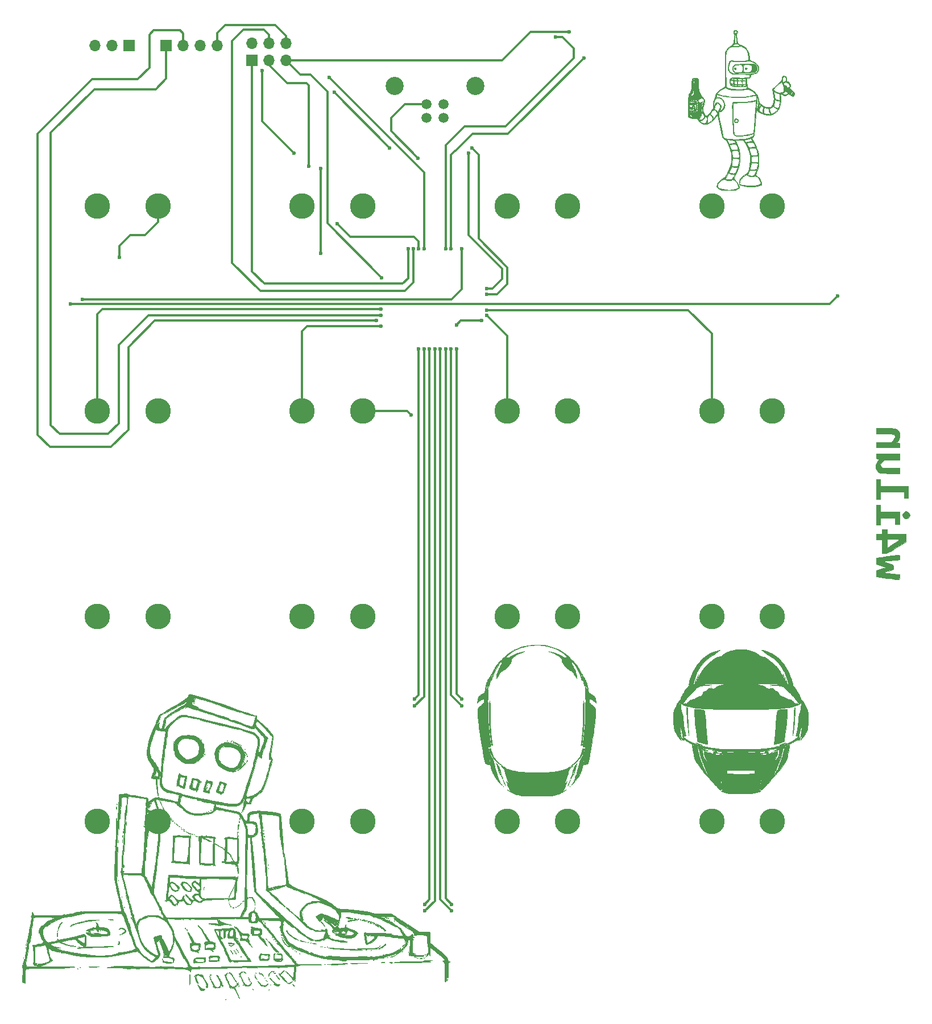
<source format=gbr>
G04 #@! TF.FileFunction,Copper,L2,Bot,Signal*
%FSLAX46Y46*%
G04 Gerber Fmt 4.6, Leading zero omitted, Abs format (unit mm)*
G04 Created by KiCad (PCBNEW 4.0.6) date 07/23/17 12:32:53*
%MOMM*%
%LPD*%
G01*
G04 APERTURE LIST*
%ADD10C,0.100000*%
%ADD11C,0.010000*%
%ADD12C,3.800000*%
%ADD13C,1.520000*%
%ADD14C,2.700000*%
%ADD15R,1.700000X1.700000*%
%ADD16O,1.700000X1.700000*%
%ADD17C,0.600000*%
%ADD18C,0.300000*%
G04 APERTURE END LIST*
D10*
D11*
G36*
X68290286Y-167143143D02*
X68326572Y-167179429D01*
X68362857Y-167143143D01*
X68326572Y-167106857D01*
X68290286Y-167143143D01*
X68290286Y-167143143D01*
G37*
X68290286Y-167143143D02*
X68326572Y-167179429D01*
X68362857Y-167143143D01*
X68326572Y-167106857D01*
X68290286Y-167143143D01*
G36*
X68579276Y-163200211D02*
X68463784Y-163289123D01*
X68392665Y-163392872D01*
X68316633Y-163494722D01*
X68265665Y-163502046D01*
X68212275Y-163479321D01*
X68218961Y-163571334D01*
X68280730Y-163763085D01*
X68392586Y-164039574D01*
X68549533Y-164385802D01*
X68584194Y-164458555D01*
X68725034Y-164763714D01*
X68833832Y-165022244D01*
X68899423Y-165205941D01*
X68911565Y-165285417D01*
X68929540Y-165373584D01*
X68998656Y-165447635D01*
X69083859Y-165509635D01*
X69066993Y-165473307D01*
X69032291Y-165428047D01*
X68978237Y-165327132D01*
X69039058Y-165271562D01*
X69050434Y-165267039D01*
X69145391Y-165276577D01*
X69161143Y-165331135D01*
X69226585Y-165415062D01*
X69383313Y-165437714D01*
X69482188Y-165445259D01*
X69563385Y-165482753D01*
X69644063Y-165572490D01*
X69741380Y-165736762D01*
X69872494Y-165997859D01*
X69968924Y-166198546D01*
X70117667Y-166502221D01*
X70248644Y-166755470D01*
X70347040Y-166930551D01*
X70396258Y-166998866D01*
X70393493Y-166954660D01*
X70337083Y-166804582D01*
X70237008Y-166573210D01*
X70125123Y-166331104D01*
X69987745Y-166032865D01*
X69877646Y-165778174D01*
X69807956Y-165598405D01*
X69790095Y-165530785D01*
X69757748Y-165444661D01*
X69738083Y-165437714D01*
X69680593Y-165377353D01*
X69647024Y-165288396D01*
X69601508Y-165186787D01*
X69516146Y-165198756D01*
X69458518Y-165232415D01*
X69358948Y-165276298D01*
X69265046Y-165251780D01*
X69136922Y-165141377D01*
X69053673Y-165054994D01*
X68906538Y-164878814D01*
X68814238Y-164729460D01*
X68798286Y-164674447D01*
X68764296Y-164556412D01*
X68675922Y-164360047D01*
X68572994Y-164165463D01*
X68427884Y-163855473D01*
X68391102Y-163613134D01*
X68462265Y-163409927D01*
X68561242Y-163290269D01*
X68635056Y-163203615D01*
X68598545Y-163194327D01*
X68579276Y-163200211D01*
X68579276Y-163200211D01*
G37*
X68579276Y-163200211D02*
X68463784Y-163289123D01*
X68392665Y-163392872D01*
X68316633Y-163494722D01*
X68265665Y-163502046D01*
X68212275Y-163479321D01*
X68218961Y-163571334D01*
X68280730Y-163763085D01*
X68392586Y-164039574D01*
X68549533Y-164385802D01*
X68584194Y-164458555D01*
X68725034Y-164763714D01*
X68833832Y-165022244D01*
X68899423Y-165205941D01*
X68911565Y-165285417D01*
X68929540Y-165373584D01*
X68998656Y-165447635D01*
X69083859Y-165509635D01*
X69066993Y-165473307D01*
X69032291Y-165428047D01*
X68978237Y-165327132D01*
X69039058Y-165271562D01*
X69050434Y-165267039D01*
X69145391Y-165276577D01*
X69161143Y-165331135D01*
X69226585Y-165415062D01*
X69383313Y-165437714D01*
X69482188Y-165445259D01*
X69563385Y-165482753D01*
X69644063Y-165572490D01*
X69741380Y-165736762D01*
X69872494Y-165997859D01*
X69968924Y-166198546D01*
X70117667Y-166502221D01*
X70248644Y-166755470D01*
X70347040Y-166930551D01*
X70396258Y-166998866D01*
X70393493Y-166954660D01*
X70337083Y-166804582D01*
X70237008Y-166573210D01*
X70125123Y-166331104D01*
X69987745Y-166032865D01*
X69877646Y-165778174D01*
X69807956Y-165598405D01*
X69790095Y-165530785D01*
X69757748Y-165444661D01*
X69738083Y-165437714D01*
X69680593Y-165377353D01*
X69647024Y-165288396D01*
X69601508Y-165186787D01*
X69516146Y-165198756D01*
X69458518Y-165232415D01*
X69358948Y-165276298D01*
X69265046Y-165251780D01*
X69136922Y-165141377D01*
X69053673Y-165054994D01*
X68906538Y-164878814D01*
X68814238Y-164729460D01*
X68798286Y-164674447D01*
X68764296Y-164556412D01*
X68675922Y-164360047D01*
X68572994Y-164165463D01*
X68427884Y-163855473D01*
X68391102Y-163613134D01*
X68462265Y-163409927D01*
X68561242Y-163290269D01*
X68635056Y-163203615D01*
X68598545Y-163194327D01*
X68579276Y-163200211D01*
G36*
X64176724Y-164937118D02*
X64163736Y-164977840D01*
X64198129Y-165079650D01*
X64287008Y-165270315D01*
X64350261Y-165399821D01*
X64465233Y-165621367D01*
X64556082Y-165740761D01*
X64657747Y-165788433D01*
X64803832Y-165794842D01*
X65002996Y-165781117D01*
X65143800Y-165755353D01*
X65151572Y-165752509D01*
X65186403Y-165723275D01*
X64934207Y-165723275D01*
X64924280Y-165728000D01*
X64858053Y-165676911D01*
X64846116Y-165659712D01*
X64734286Y-165659712D01*
X64710965Y-165725650D01*
X64657449Y-165668127D01*
X64634024Y-165615374D01*
X64628952Y-165540460D01*
X64662546Y-165547085D01*
X64731707Y-165640001D01*
X64734286Y-165659712D01*
X64846116Y-165659712D01*
X64843143Y-165655429D01*
X64824650Y-165587582D01*
X64834577Y-165582857D01*
X64900805Y-165633946D01*
X64915715Y-165655429D01*
X64934207Y-165723275D01*
X65186403Y-165723275D01*
X65239043Y-165679094D01*
X65202509Y-165609792D01*
X65077005Y-165582857D01*
X64886248Y-165541086D01*
X64759967Y-165476562D01*
X64632054Y-165411004D01*
X64566642Y-165411835D01*
X64516146Y-165379528D01*
X64440778Y-165248186D01*
X64415669Y-165191558D01*
X64328199Y-165024479D01*
X64246781Y-164934649D01*
X64229989Y-164929714D01*
X64176724Y-164937118D01*
X64176724Y-164937118D01*
G37*
X64176724Y-164937118D02*
X64163736Y-164977840D01*
X64198129Y-165079650D01*
X64287008Y-165270315D01*
X64350261Y-165399821D01*
X64465233Y-165621367D01*
X64556082Y-165740761D01*
X64657747Y-165788433D01*
X64803832Y-165794842D01*
X65002996Y-165781117D01*
X65143800Y-165755353D01*
X65151572Y-165752509D01*
X65186403Y-165723275D01*
X64934207Y-165723275D01*
X64924280Y-165728000D01*
X64858053Y-165676911D01*
X64846116Y-165659712D01*
X64734286Y-165659712D01*
X64710965Y-165725650D01*
X64657449Y-165668127D01*
X64634024Y-165615374D01*
X64628952Y-165540460D01*
X64662546Y-165547085D01*
X64731707Y-165640001D01*
X64734286Y-165659712D01*
X64846116Y-165659712D01*
X64843143Y-165655429D01*
X64824650Y-165587582D01*
X64834577Y-165582857D01*
X64900805Y-165633946D01*
X64915715Y-165655429D01*
X64934207Y-165723275D01*
X65186403Y-165723275D01*
X65239043Y-165679094D01*
X65202509Y-165609792D01*
X65077005Y-165582857D01*
X64886248Y-165541086D01*
X64759967Y-165476562D01*
X64632054Y-165411004D01*
X64566642Y-165411835D01*
X64516146Y-165379528D01*
X64440778Y-165248186D01*
X64415669Y-165191558D01*
X64328199Y-165024479D01*
X64246781Y-164934649D01*
X64229989Y-164929714D01*
X64176724Y-164937118D01*
G36*
X74749143Y-165691714D02*
X74785429Y-165728000D01*
X74821715Y-165691714D01*
X74785429Y-165655429D01*
X74749143Y-165691714D01*
X74749143Y-165691714D01*
G37*
X74749143Y-165691714D02*
X74785429Y-165728000D01*
X74821715Y-165691714D01*
X74785429Y-165655429D01*
X74749143Y-165691714D01*
G36*
X72304483Y-165629735D02*
X72318000Y-165655429D01*
X72386378Y-165724735D01*
X72399138Y-165728000D01*
X72404089Y-165681123D01*
X72390572Y-165655429D01*
X72322194Y-165586123D01*
X72309434Y-165582857D01*
X72304483Y-165629735D01*
X72304483Y-165629735D01*
G37*
X72304483Y-165629735D02*
X72318000Y-165655429D01*
X72386378Y-165724735D01*
X72399138Y-165728000D01*
X72404089Y-165681123D01*
X72390572Y-165655429D01*
X72322194Y-165586123D01*
X72309434Y-165582857D01*
X72304483Y-165629735D01*
G36*
X66947271Y-163561406D02*
X66968883Y-163616671D01*
X67017949Y-163667745D01*
X67144206Y-163836962D01*
X67286248Y-164089352D01*
X67416531Y-164369562D01*
X67507506Y-164622242D01*
X67522341Y-164681250D01*
X67534345Y-164866624D01*
X67505932Y-165055262D01*
X67450047Y-165203224D01*
X67379634Y-165266571D01*
X67352008Y-165259469D01*
X67258678Y-165268488D01*
X67238732Y-165291388D01*
X67123073Y-165372737D01*
X66968017Y-165334987D01*
X66791365Y-165192435D01*
X66610917Y-164959377D01*
X66446836Y-164655364D01*
X66352792Y-164473564D01*
X66272679Y-164363830D01*
X66247264Y-164349143D01*
X66199978Y-164361539D01*
X66197826Y-164417222D01*
X66248447Y-164543941D01*
X66359480Y-164769439D01*
X66367143Y-164784572D01*
X66486166Y-165027878D01*
X66538807Y-165162453D01*
X66529929Y-165206019D01*
X66476831Y-165184228D01*
X66435921Y-165196057D01*
X66449511Y-165255647D01*
X66504948Y-165335598D01*
X66532219Y-165333115D01*
X66600902Y-165350572D01*
X66673778Y-165420700D01*
X66739032Y-165489585D01*
X66740570Y-165471181D01*
X66782401Y-165424634D01*
X66952632Y-165400900D01*
X67079902Y-165398610D01*
X67304425Y-165393400D01*
X67431656Y-165358270D01*
X67509269Y-165270478D01*
X67557242Y-165170886D01*
X67658770Y-164940343D01*
X67788328Y-165098314D01*
X67877868Y-165194865D01*
X67904410Y-165177491D01*
X67900568Y-165131386D01*
X67858905Y-164995204D01*
X67832767Y-164956006D01*
X67789355Y-164847236D01*
X67782286Y-164772476D01*
X67745981Y-164661340D01*
X67701950Y-164639429D01*
X67654212Y-164586346D01*
X67664833Y-164526802D01*
X67670947Y-164451366D01*
X67641537Y-164455285D01*
X67578164Y-164427004D01*
X67513260Y-164316066D01*
X67475274Y-164181826D01*
X67477622Y-164113286D01*
X67440667Y-164059227D01*
X67434008Y-164058857D01*
X67374212Y-163997634D01*
X67299919Y-163846273D01*
X67284167Y-163804857D01*
X67179678Y-163612432D01*
X67047524Y-163550859D01*
X67046691Y-163550857D01*
X66947271Y-163561406D01*
X66947271Y-163561406D01*
G37*
X66947271Y-163561406D02*
X66968883Y-163616671D01*
X67017949Y-163667745D01*
X67144206Y-163836962D01*
X67286248Y-164089352D01*
X67416531Y-164369562D01*
X67507506Y-164622242D01*
X67522341Y-164681250D01*
X67534345Y-164866624D01*
X67505932Y-165055262D01*
X67450047Y-165203224D01*
X67379634Y-165266571D01*
X67352008Y-165259469D01*
X67258678Y-165268488D01*
X67238732Y-165291388D01*
X67123073Y-165372737D01*
X66968017Y-165334987D01*
X66791365Y-165192435D01*
X66610917Y-164959377D01*
X66446836Y-164655364D01*
X66352792Y-164473564D01*
X66272679Y-164363830D01*
X66247264Y-164349143D01*
X66199978Y-164361539D01*
X66197826Y-164417222D01*
X66248447Y-164543941D01*
X66359480Y-164769439D01*
X66367143Y-164784572D01*
X66486166Y-165027878D01*
X66538807Y-165162453D01*
X66529929Y-165206019D01*
X66476831Y-165184228D01*
X66435921Y-165196057D01*
X66449511Y-165255647D01*
X66504948Y-165335598D01*
X66532219Y-165333115D01*
X66600902Y-165350572D01*
X66673778Y-165420700D01*
X66739032Y-165489585D01*
X66740570Y-165471181D01*
X66782401Y-165424634D01*
X66952632Y-165400900D01*
X67079902Y-165398610D01*
X67304425Y-165393400D01*
X67431656Y-165358270D01*
X67509269Y-165270478D01*
X67557242Y-165170886D01*
X67658770Y-164940343D01*
X67788328Y-165098314D01*
X67877868Y-165194865D01*
X67904410Y-165177491D01*
X67900568Y-165131386D01*
X67858905Y-164995204D01*
X67832767Y-164956006D01*
X67789355Y-164847236D01*
X67782286Y-164772476D01*
X67745981Y-164661340D01*
X67701950Y-164639429D01*
X67654212Y-164586346D01*
X67664833Y-164526802D01*
X67670947Y-164451366D01*
X67641537Y-164455285D01*
X67578164Y-164427004D01*
X67513260Y-164316066D01*
X67475274Y-164181826D01*
X67477622Y-164113286D01*
X67440667Y-164059227D01*
X67434008Y-164058857D01*
X67374212Y-163997634D01*
X67299919Y-163846273D01*
X67284167Y-163804857D01*
X67179678Y-163612432D01*
X67047524Y-163550859D01*
X67046691Y-163550857D01*
X66947271Y-163561406D01*
G36*
X63932253Y-163435228D02*
X63800706Y-163517537D01*
X63744390Y-163592727D01*
X63777343Y-163590222D01*
X63835963Y-163584329D01*
X63842667Y-163679731D01*
X63825089Y-163790284D01*
X63826325Y-164005423D01*
X63883442Y-164264491D01*
X63978082Y-164512886D01*
X64091885Y-164696002D01*
X64145491Y-164743204D01*
X64203663Y-164769809D01*
X64217286Y-164737737D01*
X64181366Y-164625231D01*
X64090908Y-164410529D01*
X64045421Y-164307171D01*
X63924173Y-163974700D01*
X63901897Y-163742643D01*
X63979979Y-163603979D01*
X64159801Y-163551687D01*
X64194453Y-163550857D01*
X64456713Y-163579390D01*
X64670080Y-163680364D01*
X64868846Y-163876842D01*
X65042125Y-164120963D01*
X65275353Y-164516407D01*
X65407394Y-164830954D01*
X65444379Y-165081427D01*
X65429878Y-165184995D01*
X65416972Y-165319187D01*
X65490215Y-165363370D01*
X65531189Y-165365143D01*
X65637729Y-165332077D01*
X65675866Y-165207738D01*
X65677715Y-165144490D01*
X65635577Y-164921986D01*
X65544128Y-164727204D01*
X65368077Y-164456025D01*
X65202698Y-164180425D01*
X65066271Y-163933232D01*
X64977075Y-163747276D01*
X64952000Y-163663778D01*
X64888241Y-163522206D01*
X64731705Y-163428882D01*
X64622084Y-163412490D01*
X64455712Y-163409754D01*
X64233193Y-163403066D01*
X64199849Y-163401837D01*
X63932253Y-163435228D01*
X63932253Y-163435228D01*
G37*
X63932253Y-163435228D02*
X63800706Y-163517537D01*
X63744390Y-163592727D01*
X63777343Y-163590222D01*
X63835963Y-163584329D01*
X63842667Y-163679731D01*
X63825089Y-163790284D01*
X63826325Y-164005423D01*
X63883442Y-164264491D01*
X63978082Y-164512886D01*
X64091885Y-164696002D01*
X64145491Y-164743204D01*
X64203663Y-164769809D01*
X64217286Y-164737737D01*
X64181366Y-164625231D01*
X64090908Y-164410529D01*
X64045421Y-164307171D01*
X63924173Y-163974700D01*
X63901897Y-163742643D01*
X63979979Y-163603979D01*
X64159801Y-163551687D01*
X64194453Y-163550857D01*
X64456713Y-163579390D01*
X64670080Y-163680364D01*
X64868846Y-163876842D01*
X65042125Y-164120963D01*
X65275353Y-164516407D01*
X65407394Y-164830954D01*
X65444379Y-165081427D01*
X65429878Y-165184995D01*
X65416972Y-165319187D01*
X65490215Y-165363370D01*
X65531189Y-165365143D01*
X65637729Y-165332077D01*
X65675866Y-165207738D01*
X65677715Y-165144490D01*
X65635577Y-164921986D01*
X65544128Y-164727204D01*
X65368077Y-164456025D01*
X65202698Y-164180425D01*
X65066271Y-163933232D01*
X64977075Y-163747276D01*
X64952000Y-163663778D01*
X64888241Y-163522206D01*
X64731705Y-163428882D01*
X64622084Y-163412490D01*
X64455712Y-163409754D01*
X64233193Y-163403066D01*
X64199849Y-163401837D01*
X63932253Y-163435228D01*
G36*
X69971814Y-164761991D02*
X69988434Y-164828054D01*
X69962205Y-164938164D01*
X69848862Y-165046365D01*
X69732101Y-165159211D01*
X69721840Y-165253047D01*
X69821810Y-165292570D01*
X69822852Y-165292572D01*
X69863248Y-165248365D01*
X69852822Y-165223641D01*
X69877624Y-165149287D01*
X69981980Y-165060235D01*
X70110452Y-164995120D01*
X70193451Y-164986256D01*
X70206274Y-164941922D01*
X70164697Y-164822521D01*
X70080639Y-164711345D01*
X70001522Y-164691634D01*
X69971814Y-164761991D01*
X69971814Y-164761991D01*
G37*
X69971814Y-164761991D02*
X69988434Y-164828054D01*
X69962205Y-164938164D01*
X69848862Y-165046365D01*
X69732101Y-165159211D01*
X69721840Y-165253047D01*
X69821810Y-165292570D01*
X69822852Y-165292572D01*
X69863248Y-165248365D01*
X69852822Y-165223641D01*
X69877624Y-165149287D01*
X69981980Y-165060235D01*
X70110452Y-164995120D01*
X70193451Y-164986256D01*
X70206274Y-164941922D01*
X70164697Y-164822521D01*
X70080639Y-164711345D01*
X70001522Y-164691634D01*
X69971814Y-164761991D01*
G36*
X73294895Y-164675714D02*
X73415130Y-164870189D01*
X73517140Y-165017799D01*
X73544762Y-165051421D01*
X73681854Y-165124174D01*
X73898961Y-165173103D01*
X74131577Y-165187767D01*
X74277429Y-165169994D01*
X74446587Y-165094962D01*
X74580678Y-164984681D01*
X74638830Y-164877054D01*
X74630998Y-164842114D01*
X74565427Y-164840982D01*
X74483451Y-164924385D01*
X74343529Y-165037824D01*
X74115909Y-165074719D01*
X74096168Y-165074857D01*
X73904095Y-165057462D01*
X73781453Y-165014336D01*
X73768697Y-165001102D01*
X73680600Y-164959956D01*
X73653759Y-164970211D01*
X73599938Y-164972266D01*
X73601230Y-164953252D01*
X73564722Y-164870825D01*
X73452950Y-164727947D01*
X73371305Y-164639429D01*
X73124553Y-164385429D01*
X73294895Y-164675714D01*
X73294895Y-164675714D01*
G37*
X73294895Y-164675714D02*
X73415130Y-164870189D01*
X73517140Y-165017799D01*
X73544762Y-165051421D01*
X73681854Y-165124174D01*
X73898961Y-165173103D01*
X74131577Y-165187767D01*
X74277429Y-165169994D01*
X74446587Y-165094962D01*
X74580678Y-164984681D01*
X74638830Y-164877054D01*
X74630998Y-164842114D01*
X74565427Y-164840982D01*
X74483451Y-164924385D01*
X74343529Y-165037824D01*
X74115909Y-165074719D01*
X74096168Y-165074857D01*
X73904095Y-165057462D01*
X73781453Y-165014336D01*
X73768697Y-165001102D01*
X73680600Y-164959956D01*
X73653759Y-164970211D01*
X73599938Y-164972266D01*
X73601230Y-164953252D01*
X73564722Y-164870825D01*
X73452950Y-164727947D01*
X73371305Y-164639429D01*
X73124553Y-164385429D01*
X73294895Y-164675714D01*
G36*
X70273905Y-165099048D02*
X70265220Y-165185173D01*
X70273905Y-165195810D01*
X70317049Y-165185848D01*
X70322286Y-165147429D01*
X70295733Y-165087694D01*
X70273905Y-165099048D01*
X70273905Y-165099048D01*
G37*
X70273905Y-165099048D02*
X70265220Y-165185173D01*
X70273905Y-165195810D01*
X70317049Y-165185848D01*
X70322286Y-165147429D01*
X70295733Y-165087694D01*
X70273905Y-165099048D01*
G36*
X78379669Y-165057639D02*
X78377715Y-165074857D01*
X78436785Y-165138547D01*
X78490855Y-165147429D01*
X78565970Y-165112247D01*
X78559143Y-165074857D01*
X78466364Y-165005054D01*
X78446003Y-165002286D01*
X78379669Y-165057639D01*
X78379669Y-165057639D01*
G37*
X78379669Y-165057639D02*
X78377715Y-165074857D01*
X78436785Y-165138547D01*
X78490855Y-165147429D01*
X78565970Y-165112247D01*
X78559143Y-165074857D01*
X78466364Y-165005054D01*
X78446003Y-165002286D01*
X78379669Y-165057639D01*
G36*
X74911609Y-163963220D02*
X75004771Y-164087732D01*
X75166972Y-164287568D01*
X75387842Y-164548714D01*
X75558558Y-164755383D01*
X75675839Y-164913009D01*
X75721457Y-164996400D01*
X75716851Y-165003397D01*
X75714127Y-165034726D01*
X75765143Y-165074857D01*
X75966488Y-165144032D01*
X76173881Y-165126388D01*
X76313200Y-165038572D01*
X76273143Y-165038572D01*
X76236857Y-165074857D01*
X76200572Y-165038572D01*
X75982857Y-165038572D01*
X75946572Y-165074857D01*
X75910286Y-165038572D01*
X75946572Y-165002286D01*
X75982857Y-165038572D01*
X76200572Y-165038572D01*
X76236857Y-165002286D01*
X76273143Y-165038572D01*
X76313200Y-165038572D01*
X76327150Y-165029779D01*
X76347553Y-164998851D01*
X76389094Y-164889116D01*
X76323015Y-164861310D01*
X76259392Y-164864994D01*
X76089736Y-164877444D01*
X75956094Y-164870301D01*
X75834566Y-164828351D01*
X75701251Y-164736382D01*
X75532248Y-164579183D01*
X75303654Y-164341541D01*
X75106835Y-164131429D01*
X74956594Y-163976089D01*
X74893534Y-163923013D01*
X74911609Y-163963220D01*
X74911609Y-163963220D01*
G37*
X74911609Y-163963220D02*
X75004771Y-164087732D01*
X75166972Y-164287568D01*
X75387842Y-164548714D01*
X75558558Y-164755383D01*
X75675839Y-164913009D01*
X75721457Y-164996400D01*
X75716851Y-165003397D01*
X75714127Y-165034726D01*
X75765143Y-165074857D01*
X75966488Y-165144032D01*
X76173881Y-165126388D01*
X76313200Y-165038572D01*
X76273143Y-165038572D01*
X76236857Y-165074857D01*
X76200572Y-165038572D01*
X75982857Y-165038572D01*
X75946572Y-165074857D01*
X75910286Y-165038572D01*
X75946572Y-165002286D01*
X75982857Y-165038572D01*
X76200572Y-165038572D01*
X76236857Y-165002286D01*
X76273143Y-165038572D01*
X76313200Y-165038572D01*
X76327150Y-165029779D01*
X76347553Y-164998851D01*
X76389094Y-164889116D01*
X76323015Y-164861310D01*
X76259392Y-164864994D01*
X76089736Y-164877444D01*
X75956094Y-164870301D01*
X75834566Y-164828351D01*
X75701251Y-164736382D01*
X75532248Y-164579183D01*
X75303654Y-164341541D01*
X75106835Y-164131429D01*
X74956594Y-163976089D01*
X74893534Y-163923013D01*
X74911609Y-163963220D01*
G36*
X70731682Y-163030965D02*
X70558343Y-163141325D01*
X70517434Y-163190436D01*
X70424997Y-163281385D01*
X70370205Y-163284300D01*
X70316944Y-163258890D01*
X70320240Y-163332055D01*
X70370172Y-163473345D01*
X70456817Y-163652312D01*
X70531812Y-163780257D01*
X70747227Y-164166442D01*
X70851287Y-164471883D01*
X70862274Y-164566670D01*
X70911976Y-164663293D01*
X70951238Y-164675527D01*
X71076864Y-164723908D01*
X71096381Y-164741778D01*
X71106674Y-164774411D01*
X71066143Y-164755638D01*
X70986947Y-164739862D01*
X70993094Y-164820474D01*
X71082663Y-164977882D01*
X71088812Y-164986725D01*
X71178167Y-165082137D01*
X71302255Y-165126860D01*
X71508244Y-165134298D01*
X71596812Y-165131097D01*
X71814047Y-165113069D01*
X71957375Y-165085086D01*
X71991429Y-165063123D01*
X72037040Y-164977070D01*
X72104458Y-164899624D01*
X72177362Y-164769615D01*
X72142951Y-164658583D01*
X72084920Y-164573824D01*
X72067634Y-164623742D01*
X72066207Y-164676401D01*
X71998208Y-164834390D01*
X71827351Y-164961341D01*
X71595899Y-165028594D01*
X71541013Y-165032533D01*
X71391328Y-165005280D01*
X71269448Y-164890912D01*
X71191066Y-164765380D01*
X71078940Y-164604986D01*
X70983869Y-164536671D01*
X70958983Y-164540736D01*
X70915168Y-164544306D01*
X70934351Y-164502039D01*
X70926931Y-164397628D01*
X70851802Y-164208296D01*
X70727795Y-163977534D01*
X70564434Y-163658157D01*
X70509419Y-163420151D01*
X70562797Y-163248257D01*
X70724615Y-163127212D01*
X70730425Y-163124534D01*
X70946556Y-163051872D01*
X71095995Y-163079788D01*
X71216771Y-163206143D01*
X71299238Y-163305764D01*
X71331695Y-163283969D01*
X71334479Y-163251315D01*
X71280342Y-163103142D01*
X71134170Y-163014965D01*
X70937454Y-162989876D01*
X70731682Y-163030965D01*
X70731682Y-163030965D01*
G37*
X70731682Y-163030965D02*
X70558343Y-163141325D01*
X70517434Y-163190436D01*
X70424997Y-163281385D01*
X70370205Y-163284300D01*
X70316944Y-163258890D01*
X70320240Y-163332055D01*
X70370172Y-163473345D01*
X70456817Y-163652312D01*
X70531812Y-163780257D01*
X70747227Y-164166442D01*
X70851287Y-164471883D01*
X70862274Y-164566670D01*
X70911976Y-164663293D01*
X70951238Y-164675527D01*
X71076864Y-164723908D01*
X71096381Y-164741778D01*
X71106674Y-164774411D01*
X71066143Y-164755638D01*
X70986947Y-164739862D01*
X70993094Y-164820474D01*
X71082663Y-164977882D01*
X71088812Y-164986725D01*
X71178167Y-165082137D01*
X71302255Y-165126860D01*
X71508244Y-165134298D01*
X71596812Y-165131097D01*
X71814047Y-165113069D01*
X71957375Y-165085086D01*
X71991429Y-165063123D01*
X72037040Y-164977070D01*
X72104458Y-164899624D01*
X72177362Y-164769615D01*
X72142951Y-164658583D01*
X72084920Y-164573824D01*
X72067634Y-164623742D01*
X72066207Y-164676401D01*
X71998208Y-164834390D01*
X71827351Y-164961341D01*
X71595899Y-165028594D01*
X71541013Y-165032533D01*
X71391328Y-165005280D01*
X71269448Y-164890912D01*
X71191066Y-164765380D01*
X71078940Y-164604986D01*
X70983869Y-164536671D01*
X70958983Y-164540736D01*
X70915168Y-164544306D01*
X70934351Y-164502039D01*
X70926931Y-164397628D01*
X70851802Y-164208296D01*
X70727795Y-163977534D01*
X70564434Y-163658157D01*
X70509419Y-163420151D01*
X70562797Y-163248257D01*
X70724615Y-163127212D01*
X70730425Y-163124534D01*
X70946556Y-163051872D01*
X71095995Y-163079788D01*
X71216771Y-163206143D01*
X71299238Y-163305764D01*
X71331695Y-163283969D01*
X71334479Y-163251315D01*
X71280342Y-163103142D01*
X71134170Y-163014965D01*
X70937454Y-162989876D01*
X70731682Y-163030965D01*
G36*
X70902857Y-165038572D02*
X70939143Y-165074857D01*
X70975429Y-165038572D01*
X70939143Y-165002286D01*
X70902857Y-165038572D01*
X70902857Y-165038572D01*
G37*
X70902857Y-165038572D02*
X70939143Y-165074857D01*
X70975429Y-165038572D01*
X70939143Y-165002286D01*
X70902857Y-165038572D01*
G36*
X75436651Y-164871159D02*
X75458430Y-164925143D01*
X75526156Y-164961334D01*
X75610940Y-164983429D01*
X75576158Y-164930267D01*
X75566781Y-164920709D01*
X75471632Y-164863386D01*
X75436651Y-164871159D01*
X75436651Y-164871159D01*
G37*
X75436651Y-164871159D02*
X75458430Y-164925143D01*
X75526156Y-164961334D01*
X75610940Y-164983429D01*
X75576158Y-164930267D01*
X75566781Y-164920709D01*
X75471632Y-164863386D01*
X75436651Y-164871159D01*
G36*
X74966857Y-164966000D02*
X75003143Y-165002286D01*
X75039429Y-164966000D01*
X75003143Y-164929714D01*
X74966857Y-164966000D01*
X74966857Y-164966000D01*
G37*
X74966857Y-164966000D02*
X75003143Y-165002286D01*
X75039429Y-164966000D01*
X75003143Y-164929714D01*
X74966857Y-164966000D01*
G36*
X78305143Y-164893429D02*
X78341429Y-164929714D01*
X78377715Y-164893429D01*
X78341429Y-164857143D01*
X78305143Y-164893429D01*
X78305143Y-164893429D01*
G37*
X78305143Y-164893429D02*
X78341429Y-164929714D01*
X78377715Y-164893429D01*
X78341429Y-164857143D01*
X78305143Y-164893429D01*
G36*
X62945831Y-163576561D02*
X62932477Y-163828244D01*
X62927234Y-164113286D01*
X62926665Y-164437979D01*
X62930598Y-164701460D01*
X62938300Y-164874770D01*
X62947822Y-164929714D01*
X62985546Y-164869377D01*
X63019402Y-164766429D01*
X63046433Y-164570353D01*
X63056424Y-164288067D01*
X63050554Y-163976117D01*
X63029999Y-163691049D01*
X62995938Y-163489411D01*
X62992572Y-163478286D01*
X62966069Y-163457907D01*
X62945831Y-163576561D01*
X62945831Y-163576561D01*
G37*
X62945831Y-163576561D02*
X62932477Y-163828244D01*
X62927234Y-164113286D01*
X62926665Y-164437979D01*
X62930598Y-164701460D01*
X62938300Y-164874770D01*
X62947822Y-164929714D01*
X62985546Y-164869377D01*
X63019402Y-164766429D01*
X63046433Y-164570353D01*
X63056424Y-164288067D01*
X63050554Y-163976117D01*
X63029999Y-163691049D01*
X62995938Y-163489411D01*
X62992572Y-163478286D01*
X62966069Y-163457907D01*
X62945831Y-163576561D01*
G36*
X78189821Y-164452841D02*
X78095101Y-164544722D01*
X78086577Y-164554824D01*
X77953325Y-164671629D01*
X77793194Y-164690964D01*
X77707992Y-164677421D01*
X77562781Y-164656401D01*
X77545298Y-164679006D01*
X77579429Y-164706486D01*
X77795341Y-164779637D01*
X78012410Y-164730570D01*
X78112467Y-164651857D01*
X78204413Y-164524721D01*
X78230157Y-164452286D01*
X78189821Y-164452841D01*
X78189821Y-164452841D01*
G37*
X78189821Y-164452841D02*
X78095101Y-164544722D01*
X78086577Y-164554824D01*
X77953325Y-164671629D01*
X77793194Y-164690964D01*
X77707992Y-164677421D01*
X77562781Y-164656401D01*
X77545298Y-164679006D01*
X77579429Y-164706486D01*
X77795341Y-164779637D01*
X78012410Y-164730570D01*
X78112467Y-164651857D01*
X78204413Y-164524721D01*
X78230157Y-164452286D01*
X78189821Y-164452841D01*
G36*
X70177143Y-164675714D02*
X70213429Y-164712000D01*
X70249715Y-164675714D01*
X70213429Y-164639429D01*
X70177143Y-164675714D01*
X70177143Y-164675714D01*
G37*
X70177143Y-164675714D02*
X70213429Y-164712000D01*
X70249715Y-164675714D01*
X70213429Y-164639429D01*
X70177143Y-164675714D01*
G36*
X62992572Y-121747161D02*
X62934259Y-121814783D01*
X62889481Y-121822286D01*
X62802659Y-121885021D01*
X62739845Y-122034203D01*
X62643879Y-122195917D01*
X62420504Y-122406370D01*
X62077114Y-122660503D01*
X61621105Y-122953258D01*
X61059872Y-123279578D01*
X60400811Y-123634405D01*
X60398143Y-123635794D01*
X60192913Y-123749716D01*
X60098727Y-123817931D01*
X60122652Y-123833699D01*
X60216715Y-123808877D01*
X60297917Y-123789801D01*
X60250434Y-123834006D01*
X60238322Y-123842652D01*
X60118080Y-123888111D01*
X60071385Y-123879243D01*
X59988007Y-123900614D01*
X59817761Y-123990167D01*
X59591356Y-124130984D01*
X59487349Y-124201038D01*
X59206803Y-124387954D01*
X58931666Y-124560753D01*
X58712348Y-124688008D01*
X58674273Y-124707949D01*
X58550644Y-124776804D01*
X58454811Y-124856336D01*
X58370846Y-124972889D01*
X58282823Y-125152808D01*
X58174814Y-125422434D01*
X58065186Y-125715372D01*
X57922037Y-126090459D01*
X57774222Y-126458270D01*
X57640097Y-126774176D01*
X57546130Y-126977484D01*
X57375185Y-127360942D01*
X57204400Y-127817357D01*
X57040648Y-128319863D01*
X56890802Y-128841593D01*
X56761735Y-129355682D01*
X56660319Y-129835263D01*
X56593429Y-130253470D01*
X56567937Y-130583437D01*
X56579757Y-130754959D01*
X56658707Y-131029262D01*
X56795691Y-131373843D01*
X56967874Y-131738450D01*
X57152420Y-132072834D01*
X57242614Y-132213604D01*
X57446710Y-132517325D01*
X57574929Y-132740705D01*
X57633785Y-132922894D01*
X57629788Y-133103045D01*
X57569449Y-133320308D01*
X57470610Y-133584461D01*
X57374540Y-133857579D01*
X57314237Y-134078183D01*
X57298316Y-134212288D01*
X57306011Y-134233818D01*
X57413267Y-134278181D01*
X57602149Y-134312368D01*
X57658572Y-134317865D01*
X57948857Y-134340857D01*
X57966064Y-134812572D01*
X57982306Y-135052857D01*
X58013701Y-135360738D01*
X58055684Y-135704367D01*
X58103692Y-136051895D01*
X58153161Y-136371475D01*
X58199529Y-136631259D01*
X58238232Y-136799398D01*
X58257230Y-136844572D01*
X58270305Y-136803155D01*
X58261839Y-136656897D01*
X58249547Y-136554286D01*
X58228960Y-136355278D01*
X58205398Y-136051816D01*
X58181708Y-135684474D01*
X58160735Y-135293825D01*
X58159926Y-135276882D01*
X58143267Y-134884497D01*
X58138175Y-134613383D01*
X58146341Y-134440001D01*
X58169453Y-134340815D01*
X58209202Y-134292288D01*
X58231392Y-134281302D01*
X58332560Y-134283400D01*
X58352600Y-134324992D01*
X58370282Y-134365883D01*
X58405263Y-134299590D01*
X58447021Y-134161383D01*
X58485038Y-133986530D01*
X58508792Y-133810301D01*
X58509678Y-133798398D01*
X58524156Y-133698962D01*
X58275429Y-133698962D01*
X58275429Y-134014286D01*
X57980253Y-134014286D01*
X57794939Y-134007067D01*
X57721437Y-133970630D01*
X57726587Y-133882804D01*
X57736034Y-133851000D01*
X57801499Y-133705686D01*
X57851709Y-133645955D01*
X57901582Y-133550823D01*
X57932265Y-133379094D01*
X57932642Y-133373956D01*
X57952973Y-133200405D01*
X57999342Y-133156440D01*
X58101269Y-133226544D01*
X58142714Y-133263534D01*
X58247301Y-133447516D01*
X58275429Y-133698962D01*
X58524156Y-133698962D01*
X58533701Y-133633410D01*
X58570053Y-133563091D01*
X58583432Y-133567719D01*
X58599047Y-133657957D01*
X58599274Y-133860216D01*
X58584870Y-134142275D01*
X58563911Y-134397522D01*
X58532313Y-134825926D01*
X58536823Y-135146320D01*
X58586008Y-135393199D01*
X58688434Y-135601060D01*
X58852667Y-135804398D01*
X58934223Y-135888822D01*
X59141926Y-136067608D01*
X59376631Y-136225469D01*
X59599523Y-136340727D01*
X59771782Y-136391704D01*
X59825761Y-136386719D01*
X59935700Y-136386953D01*
X60146757Y-136417566D01*
X60420255Y-136469907D01*
X60717514Y-136535325D01*
X60999856Y-136605170D01*
X61228603Y-136670792D01*
X61365076Y-136723539D01*
X61381260Y-136734613D01*
X61379999Y-136810354D01*
X61356006Y-136989752D01*
X61314470Y-137234032D01*
X61314288Y-137235022D01*
X61263031Y-137490721D01*
X61215415Y-137634797D01*
X61152618Y-137699023D01*
X61055820Y-137715172D01*
X61029723Y-137715429D01*
X60837021Y-137690953D01*
X60595896Y-137629889D01*
X60524168Y-137606228D01*
X60318416Y-137547657D01*
X60000147Y-137474176D01*
X59600458Y-137391870D01*
X59150446Y-137306823D01*
X58681211Y-137225122D01*
X58223851Y-137152851D01*
X58157065Y-137143036D01*
X57967407Y-137120208D01*
X57824580Y-137127716D01*
X57685690Y-137180418D01*
X57507838Y-137293174D01*
X57307857Y-137437204D01*
X57041757Y-137619227D01*
X56870688Y-137702453D01*
X56784000Y-137687573D01*
X56771042Y-137575279D01*
X56791865Y-137470729D01*
X56793154Y-137309135D01*
X56696855Y-137217061D01*
X56524874Y-137153237D01*
X56243487Y-137079332D01*
X55887460Y-137002004D01*
X55491560Y-136927914D01*
X55090556Y-136863722D01*
X54719213Y-136816087D01*
X54501714Y-136796573D01*
X54129470Y-136758975D01*
X53952953Y-136718547D01*
X53319284Y-136718547D01*
X53304286Y-136772000D01*
X53200719Y-136835145D01*
X53136717Y-136843460D01*
X53055501Y-136831716D01*
X53108254Y-136781546D01*
X53122857Y-136772000D01*
X53255821Y-136707893D01*
X53319284Y-136718547D01*
X53952953Y-136718547D01*
X53894585Y-136705179D01*
X53798521Y-136646673D01*
X53717204Y-136590635D01*
X53567108Y-136562382D01*
X53318642Y-136558275D01*
X53133007Y-136564822D01*
X52854673Y-136583660D01*
X52634043Y-136610125D01*
X52509994Y-136639223D01*
X52498685Y-136646268D01*
X52478386Y-136733223D01*
X52455570Y-136941238D01*
X52432101Y-137246297D01*
X52409844Y-137624384D01*
X52391693Y-138024849D01*
X52367596Y-138546848D01*
X52335438Y-139111053D01*
X52298636Y-139664248D01*
X52260606Y-140153221D01*
X52241495Y-140364286D01*
X52143143Y-141380286D01*
X52100328Y-140618286D01*
X52084685Y-140350395D01*
X52073309Y-140192256D01*
X52065480Y-140150289D01*
X52060480Y-140230913D01*
X52057589Y-140440546D01*
X52056089Y-140785607D01*
X52055625Y-141017429D01*
X52049432Y-141578784D01*
X52033310Y-142254473D01*
X52008528Y-143014119D01*
X51976360Y-143827347D01*
X51938077Y-144663782D01*
X51894951Y-145493045D01*
X51848254Y-146284763D01*
X51812530Y-146823143D01*
X51785495Y-147279181D01*
X51766647Y-147741230D01*
X51757251Y-148164633D01*
X51758575Y-148504731D01*
X51762068Y-148601143D01*
X51804275Y-149101217D01*
X51881865Y-149695131D01*
X51987169Y-150338117D01*
X52112520Y-150985404D01*
X52250247Y-151592223D01*
X52321462Y-151866857D01*
X52424850Y-152260471D01*
X52528344Y-152678965D01*
X52615914Y-153056570D01*
X52648705Y-153209429D01*
X52709454Y-153504702D01*
X52762554Y-153762581D01*
X52798254Y-153935711D01*
X52802674Y-153957090D01*
X52810956Y-154074170D01*
X52745770Y-154081483D01*
X52707909Y-154065947D01*
X52601113Y-154050336D01*
X52369368Y-154037336D01*
X52032841Y-154026916D01*
X51611703Y-154019046D01*
X51126121Y-154013693D01*
X50596265Y-154010827D01*
X50042303Y-154010415D01*
X49484405Y-154012427D01*
X48942740Y-154016831D01*
X48437476Y-154023596D01*
X47988782Y-154032690D01*
X47616827Y-154044082D01*
X47341781Y-154057740D01*
X47183811Y-154073634D01*
X47179029Y-154074551D01*
X46981221Y-154105436D01*
X46903915Y-154091268D01*
X46911034Y-154055272D01*
X46914030Y-154007602D01*
X46809016Y-154030708D01*
X46772280Y-154044220D01*
X46550619Y-154099278D01*
X46364301Y-154116572D01*
X46169969Y-154145590D01*
X45919896Y-154219418D01*
X45789137Y-154270357D01*
X45559032Y-154351217D01*
X45362579Y-154389375D01*
X45285899Y-154386027D01*
X45148627Y-154385640D01*
X45094985Y-154420982D01*
X44999721Y-154459434D01*
X44831237Y-154452121D01*
X44822770Y-154450556D01*
X44688597Y-154434963D01*
X44681294Y-154461432D01*
X44693746Y-154470193D01*
X44719019Y-154511090D01*
X44650517Y-154544533D01*
X44480365Y-154570989D01*
X44200688Y-154590923D01*
X43803611Y-154604805D01*
X43281259Y-154613099D01*
X42625757Y-154616275D01*
X42234171Y-154616066D01*
X41705429Y-154616856D01*
X41212209Y-154621024D01*
X40776901Y-154628112D01*
X40421895Y-154637661D01*
X40169580Y-154649212D01*
X40049104Y-154660882D01*
X39880150Y-154682239D01*
X39784348Y-154641401D01*
X39709783Y-154506417D01*
X39680231Y-154433871D01*
X39570311Y-154158281D01*
X39515753Y-154409569D01*
X39457473Y-154593377D01*
X39387462Y-154709102D01*
X39379597Y-154715286D01*
X39342583Y-154783422D01*
X39393934Y-154831652D01*
X39445354Y-154898119D01*
X39452076Y-155026165D01*
X39415280Y-155252400D01*
X39408549Y-155285223D01*
X39358932Y-155533337D01*
X39294459Y-155868366D01*
X39225827Y-156234354D01*
X39194916Y-156402572D01*
X39077588Y-157030464D01*
X38973530Y-157555568D01*
X38884705Y-157969029D01*
X38813076Y-158261996D01*
X38760603Y-158425614D01*
X38739430Y-158457890D01*
X38730704Y-158527853D01*
X38774474Y-158623390D01*
X38821120Y-158765291D01*
X38790000Y-158817786D01*
X38745653Y-158914267D01*
X38708789Y-159106907D01*
X38693270Y-159269143D01*
X38667196Y-159526844D01*
X38618765Y-159865945D01*
X38556908Y-160226116D01*
X38534077Y-160344300D01*
X38479630Y-160651075D01*
X38445780Y-160912273D01*
X38436881Y-161089769D01*
X38443568Y-161136348D01*
X38451804Y-161214159D01*
X38400281Y-161198110D01*
X38344746Y-161196186D01*
X38349235Y-161308966D01*
X38357533Y-161349491D01*
X38378073Y-161477778D01*
X38351289Y-161479740D01*
X38325267Y-161446286D01*
X38269651Y-161392935D01*
X38248721Y-161462067D01*
X38246826Y-161530953D01*
X38215592Y-161687477D01*
X38155000Y-161761080D01*
X38109991Y-161795212D01*
X38148206Y-161803414D01*
X38200589Y-161866331D01*
X38192566Y-161960421D01*
X38149451Y-162058084D01*
X38094062Y-162021969D01*
X38089267Y-162014849D01*
X38061551Y-162020963D01*
X38060424Y-162149656D01*
X38077841Y-162317143D01*
X38105659Y-162617922D01*
X38116289Y-162923307D01*
X38113808Y-163042857D01*
X38099692Y-163387977D01*
X38090635Y-163739517D01*
X38086782Y-164066658D01*
X38088277Y-164338575D01*
X38095263Y-164524449D01*
X38106569Y-164592884D01*
X38192450Y-164627500D01*
X38325997Y-164664270D01*
X38515136Y-164709529D01*
X38479616Y-163847076D01*
X38472027Y-163623429D01*
X38173143Y-163623429D01*
X38146590Y-163683163D01*
X38124762Y-163671810D01*
X38116077Y-163585684D01*
X38124762Y-163575048D01*
X38167906Y-163585010D01*
X38173143Y-163623429D01*
X38472027Y-163623429D01*
X38464288Y-163395373D01*
X38464742Y-163068378D01*
X38486294Y-162846037D01*
X38534259Y-162708293D01*
X38613952Y-162635090D01*
X38730690Y-162606372D01*
X38809526Y-162602328D01*
X38964317Y-162589533D01*
X38982493Y-162560944D01*
X38956204Y-162547900D01*
X38998888Y-162537373D01*
X39172328Y-162527802D01*
X39462136Y-162519419D01*
X39853927Y-162512453D01*
X40333315Y-162507135D01*
X40885914Y-162503697D01*
X41497338Y-162502368D01*
X41786490Y-162502518D01*
X42415299Y-162502203D01*
X42988085Y-162499670D01*
X43110246Y-162498572D01*
X38608572Y-162498572D01*
X38572286Y-162534857D01*
X38536000Y-162498572D01*
X38572286Y-162462286D01*
X38608572Y-162498572D01*
X43110246Y-162498572D01*
X43491083Y-162495149D01*
X43910525Y-162488870D01*
X44232647Y-162481066D01*
X44443683Y-162471965D01*
X44529867Y-162461799D01*
X44523143Y-162456675D01*
X44444736Y-162429632D01*
X44489571Y-162409880D01*
X44666330Y-162395404D01*
X44813429Y-162389287D01*
X45293720Y-162369675D01*
X45630672Y-162349550D01*
X45826084Y-162329542D01*
X45881755Y-162310281D01*
X45799485Y-162292397D01*
X45581073Y-162276523D01*
X45228318Y-162263287D01*
X44743019Y-162253320D01*
X44414286Y-162249405D01*
X43734497Y-162244219D01*
X43039984Y-162241079D01*
X42346519Y-162239878D01*
X41669871Y-162240507D01*
X41025810Y-162242857D01*
X40430105Y-162246820D01*
X39898527Y-162252288D01*
X39446846Y-162259152D01*
X39090831Y-162267303D01*
X38846253Y-162276634D01*
X38728880Y-162287035D01*
X38723577Y-162288540D01*
X38657786Y-162247886D01*
X38612445Y-162081093D01*
X38593728Y-161845429D01*
X38601530Y-161672388D01*
X38627098Y-161415153D01*
X38664049Y-161121098D01*
X38706002Y-160837599D01*
X38746574Y-160612030D01*
X38774585Y-160502857D01*
X38819813Y-160339690D01*
X38870466Y-160091665D01*
X38920683Y-159798076D01*
X38964606Y-159498216D01*
X38996376Y-159231377D01*
X39010133Y-159036853D01*
X39004560Y-158960519D01*
X39023114Y-158831615D01*
X39097763Y-158750530D01*
X39148132Y-158695126D01*
X39192222Y-158595255D01*
X39233803Y-158431819D01*
X39276643Y-158185723D01*
X39324512Y-157837867D01*
X39381179Y-157369156D01*
X39396440Y-157237143D01*
X39449657Y-156781902D01*
X39500624Y-156360410D01*
X39545904Y-155999995D01*
X39582060Y-155727988D01*
X39605655Y-155571715D01*
X39606337Y-155568000D01*
X39641763Y-155377593D01*
X39665564Y-155249325D01*
X39667021Y-155241429D01*
X39683348Y-155109154D01*
X39688772Y-155041857D01*
X39701160Y-155000555D01*
X39743920Y-154969391D01*
X39834703Y-154947038D01*
X39991160Y-154932172D01*
X40230941Y-154923466D01*
X40571699Y-154919595D01*
X41031082Y-154919234D01*
X41311857Y-154919958D01*
X41789252Y-154924170D01*
X42223909Y-154933111D01*
X42592691Y-154945894D01*
X42872458Y-154961632D01*
X43040073Y-154979439D01*
X43071714Y-154987429D01*
X43175428Y-155036724D01*
X43145790Y-155057084D01*
X43071714Y-155066332D01*
X42904728Y-155078806D01*
X42835857Y-155079496D01*
X42751659Y-155119626D01*
X42745143Y-155144918D01*
X42701131Y-155182554D01*
X42679121Y-155172905D01*
X42567536Y-155156239D01*
X42461199Y-155201177D01*
X42422323Y-155276821D01*
X42430201Y-155296532D01*
X42430439Y-155338707D01*
X42401386Y-155325805D01*
X42272931Y-155321124D01*
X42072453Y-155393225D01*
X41836393Y-155522442D01*
X41601194Y-155689111D01*
X41419835Y-155855456D01*
X41242327Y-156019534D01*
X41079885Y-156125907D01*
X41003771Y-156148572D01*
X40877332Y-156208875D01*
X40738540Y-156396961D01*
X40678080Y-156509016D01*
X40569965Y-156764870D01*
X40508112Y-156998561D01*
X40495480Y-157180434D01*
X40535033Y-157280837D01*
X40600590Y-157284889D01*
X40674687Y-157288515D01*
X40667426Y-157344408D01*
X40674279Y-157473361D01*
X40739944Y-157681251D01*
X40845909Y-157924184D01*
X40973661Y-158158267D01*
X41069391Y-158297510D01*
X41157400Y-158495249D01*
X41123302Y-158674152D01*
X40990049Y-158810436D01*
X40780591Y-158880317D01*
X40524858Y-158861795D01*
X40381747Y-158859151D01*
X40320226Y-158896213D01*
X40226036Y-158950858D01*
X40041551Y-159002542D01*
X39945336Y-159019807D01*
X39616341Y-159069143D01*
X39658537Y-159441286D01*
X39686503Y-159743985D01*
X39708725Y-160093159D01*
X39724863Y-160463348D01*
X39734577Y-160829089D01*
X39737526Y-161164922D01*
X39733371Y-161445385D01*
X39721770Y-161645016D01*
X39702384Y-161738355D01*
X39689210Y-161736572D01*
X39634597Y-161664533D01*
X39646660Y-161713835D01*
X39655286Y-161736572D01*
X39717874Y-161904514D01*
X39740315Y-161966572D01*
X39840606Y-162054266D01*
X40046344Y-162119167D01*
X40318790Y-162155095D01*
X40619202Y-162155871D01*
X40802451Y-162135997D01*
X41007332Y-162086082D01*
X41262294Y-161999911D01*
X41532333Y-161892676D01*
X41782444Y-161779566D01*
X41977622Y-161675771D01*
X42082864Y-161596481D01*
X42092000Y-161576402D01*
X42137097Y-161543111D01*
X42164572Y-161555143D01*
X42226700Y-161538691D01*
X42237143Y-161486855D01*
X42277225Y-161387596D01*
X42313997Y-161373714D01*
X42353768Y-161420939D01*
X42337809Y-161464429D01*
X42345584Y-161487420D01*
X42434875Y-161423401D01*
X42450396Y-161410000D01*
X42523635Y-161337429D01*
X42454857Y-161337429D01*
X42418572Y-161373714D01*
X42414500Y-161369642D01*
X42103076Y-161369642D01*
X42066837Y-161482984D01*
X42019429Y-161522738D01*
X41634976Y-161696837D01*
X41284054Y-161789074D01*
X40895002Y-161817597D01*
X40854811Y-161817656D01*
X40582145Y-161828281D01*
X40411867Y-161856821D01*
X40354074Y-161895242D01*
X40418864Y-161935506D01*
X40616335Y-161969578D01*
X40658714Y-161973720D01*
X40967143Y-162001500D01*
X40640572Y-162009078D01*
X40405544Y-162001403D01*
X40211865Y-161973047D01*
X40168857Y-161960014D01*
X40051102Y-161887892D01*
X40021143Y-161838115D01*
X39987582Y-161727111D01*
X39940654Y-161627714D01*
X39909342Y-161490908D01*
X39888259Y-161226863D01*
X39878270Y-160853182D01*
X39880131Y-160394000D01*
X39897525Y-159305429D01*
X40504905Y-159225305D01*
X40813658Y-159178088D01*
X40858462Y-159169381D01*
X40287785Y-159169381D01*
X40191394Y-159181945D01*
X40168857Y-159182424D01*
X40044918Y-159174580D01*
X40034006Y-159151862D01*
X40040476Y-159148969D01*
X40184544Y-159134613D01*
X40258190Y-159146280D01*
X40287785Y-159169381D01*
X40858462Y-159169381D01*
X41089420Y-159124498D01*
X41282648Y-159074451D01*
X41311857Y-159063816D01*
X41451203Y-159025882D01*
X41511371Y-159046929D01*
X41511429Y-159048501D01*
X41536997Y-159157821D01*
X41595638Y-159318847D01*
X41651762Y-159494092D01*
X41665029Y-159613857D01*
X41701997Y-159697177D01*
X41733726Y-159704572D01*
X41784625Y-159757356D01*
X41774871Y-159814993D01*
X41775542Y-159932877D01*
X41815209Y-160146899D01*
X41885765Y-160415905D01*
X41907079Y-160486278D01*
X42025220Y-160889955D01*
X42089878Y-161178188D01*
X42103076Y-161369642D01*
X42414500Y-161369642D01*
X42382286Y-161337429D01*
X42418572Y-161301143D01*
X42454857Y-161337429D01*
X42523635Y-161337429D01*
X42554790Y-161306559D01*
X42551325Y-161264857D01*
X42309714Y-161264857D01*
X42273429Y-161301143D01*
X42237143Y-161264857D01*
X42273429Y-161228572D01*
X42309714Y-161264857D01*
X42551325Y-161264857D01*
X42550737Y-161257794D01*
X42493828Y-161240367D01*
X42407767Y-161173974D01*
X42409547Y-161117063D01*
X42401108Y-161048872D01*
X42345343Y-161057437D01*
X42251619Y-161028675D01*
X42196319Y-160890456D01*
X42152249Y-160702944D01*
X42089901Y-160444806D01*
X42048137Y-160274668D01*
X41984562Y-159980434D01*
X41950787Y-159743950D01*
X41949998Y-159595264D01*
X41972314Y-159559429D01*
X42050927Y-159580870D01*
X42209585Y-159633312D01*
X42233308Y-159641538D01*
X42380824Y-159708105D01*
X42396701Y-159764530D01*
X42371137Y-159785569D01*
X42348992Y-159830032D01*
X42467185Y-159848086D01*
X42500423Y-159848603D01*
X42730903Y-159878110D01*
X42969416Y-159947637D01*
X42972138Y-159948733D01*
X43221951Y-160036704D01*
X43438992Y-160090306D01*
X43592343Y-160104697D01*
X43651088Y-160075031D01*
X43643989Y-160054003D01*
X43641854Y-160001133D01*
X43718888Y-160018810D01*
X43872145Y-160063686D01*
X43930364Y-160072529D01*
X43943494Y-160098563D01*
X43870000Y-160140000D01*
X43792372Y-160182562D01*
X43836689Y-160201923D01*
X43955572Y-160207471D01*
X44104571Y-160224309D01*
X44364901Y-160267440D01*
X44706287Y-160331311D01*
X45098455Y-160410369D01*
X45334429Y-160460384D01*
X46162963Y-160613422D01*
X47047058Y-160730466D01*
X47956603Y-160810411D01*
X48861486Y-160852151D01*
X49731597Y-160854581D01*
X50536823Y-160816594D01*
X51247053Y-160737085D01*
X51438674Y-160703221D01*
X50623953Y-160703221D01*
X50552619Y-160714842D01*
X50458493Y-160701500D01*
X50457369Y-160676726D01*
X50554498Y-160659402D01*
X50596464Y-160670997D01*
X50623953Y-160703221D01*
X51438674Y-160703221D01*
X51526286Y-160687738D01*
X51834593Y-160630282D01*
X52110957Y-160587197D01*
X52307626Y-160565682D01*
X52344021Y-160564509D01*
X52482728Y-160542898D01*
X52495401Y-160485708D01*
X52497883Y-160436515D01*
X52570568Y-160453458D01*
X52689145Y-160456559D01*
X52913420Y-160427852D01*
X53208787Y-160372710D01*
X53471473Y-160313548D01*
X53844226Y-160227764D01*
X54217404Y-160149271D01*
X54537033Y-160089095D01*
X54683143Y-160066025D01*
X54941391Y-160029771D01*
X55156645Y-159998147D01*
X55255904Y-159982411D01*
X55385378Y-160007240D01*
X55428604Y-160059388D01*
X55425267Y-160123406D01*
X55370774Y-160102603D01*
X55311704Y-160085074D01*
X55330088Y-160129971D01*
X55413822Y-160184809D01*
X55444608Y-160176616D01*
X55520399Y-160205528D01*
X55633739Y-160324496D01*
X55670918Y-160375004D01*
X56064475Y-160819324D01*
X56569153Y-161186529D01*
X56606286Y-161207828D01*
X56843269Y-161346846D01*
X57062474Y-161483728D01*
X57134160Y-161531581D01*
X57278730Y-161619724D01*
X57368906Y-161621877D01*
X57451946Y-161554422D01*
X57580595Y-161476044D01*
X57661110Y-161473504D01*
X57771561Y-161450746D01*
X57821651Y-161410000D01*
X57767429Y-161410000D01*
X57731143Y-161446286D01*
X57694857Y-161410000D01*
X57731143Y-161373714D01*
X57767429Y-161410000D01*
X57821651Y-161410000D01*
X57887610Y-161356346D01*
X57951631Y-161267612D01*
X57924233Y-161260896D01*
X57919502Y-161263596D01*
X57852752Y-161285529D01*
X57872340Y-161234956D01*
X57944454Y-161179200D01*
X57969496Y-161188734D01*
X58041484Y-161168967D01*
X58174378Y-161069970D01*
X58244124Y-161006030D01*
X58342645Y-160886517D01*
X58191159Y-160886517D01*
X58173502Y-160927073D01*
X58100430Y-161004982D01*
X58058421Y-160989000D01*
X58057714Y-160978855D01*
X58109260Y-160917472D01*
X58141499Y-160895070D01*
X58191159Y-160886517D01*
X58342645Y-160886517D01*
X58385129Y-160834981D01*
X57987476Y-160834981D01*
X57750453Y-161058506D01*
X57504124Y-161270944D01*
X57321904Y-161376168D01*
X57182130Y-161384050D01*
X57113347Y-161348918D01*
X57007166Y-161269874D01*
X56817461Y-161127168D01*
X56576280Y-160944943D01*
X56435571Y-160838344D01*
X56154456Y-160610203D01*
X55887699Y-160367978D01*
X55679081Y-160152303D01*
X55622850Y-160084050D01*
X55473443Y-159879158D01*
X54988186Y-159879158D01*
X54937143Y-159922286D01*
X54821346Y-159987557D01*
X54805919Y-159962974D01*
X54828286Y-159922286D01*
X54934270Y-159853287D01*
X54959569Y-159850826D01*
X54988186Y-159879158D01*
X55473443Y-159879158D01*
X55462986Y-159864819D01*
X55387814Y-159728900D01*
X55386516Y-159650314D01*
X55427000Y-159613656D01*
X55426029Y-159598213D01*
X55393322Y-159604330D01*
X55292073Y-159561083D01*
X55195544Y-159454541D01*
X54919522Y-159454541D01*
X54904853Y-159566366D01*
X54777483Y-159667063D01*
X54592429Y-159755050D01*
X54436614Y-159816360D01*
X54261470Y-159870426D01*
X54043481Y-159922032D01*
X53759127Y-159975959D01*
X53384891Y-160036991D01*
X52897254Y-160109912D01*
X52724465Y-160134946D01*
X52470450Y-160180936D01*
X52280499Y-160232970D01*
X52193442Y-160280254D01*
X52192275Y-160282891D01*
X52109794Y-160337425D01*
X51964530Y-160357714D01*
X51758888Y-160386436D01*
X51525946Y-160456586D01*
X51501194Y-160466572D01*
X51283307Y-160526420D01*
X50995014Y-160566431D01*
X50784760Y-160576540D01*
X50528715Y-160586739D01*
X50324053Y-160612117D01*
X50229014Y-160640893D01*
X50091010Y-160674103D01*
X49837565Y-160684644D01*
X49496371Y-160673900D01*
X49095123Y-160643256D01*
X48710229Y-160599619D01*
X48091238Y-160599619D01*
X48081276Y-160642763D01*
X48042857Y-160648000D01*
X47983123Y-160621447D01*
X47994476Y-160599619D01*
X48080602Y-160590934D01*
X48091238Y-160599619D01*
X48710229Y-160599619D01*
X48661514Y-160594096D01*
X48333143Y-160546135D01*
X48313914Y-160543219D01*
X47519804Y-160543219D01*
X47432577Y-160555245D01*
X47353429Y-160557127D01*
X47204071Y-160551286D01*
X47165521Y-160534840D01*
X47189297Y-160525566D01*
X47363572Y-160512049D01*
X47479583Y-160524102D01*
X47519804Y-160543219D01*
X48313914Y-160543219D01*
X47919153Y-160483357D01*
X47904200Y-160481283D01*
X46981545Y-160481283D01*
X46881714Y-160491399D01*
X46778690Y-160479994D01*
X46791000Y-160454795D01*
X46939579Y-160445210D01*
X46972429Y-160454795D01*
X46981545Y-160481283D01*
X47904200Y-160481283D01*
X47452047Y-160418569D01*
X47021687Y-160364142D01*
X46954286Y-160356312D01*
X46110248Y-160249956D01*
X45342103Y-160132926D01*
X44662873Y-160007955D01*
X44085579Y-159877772D01*
X43623244Y-159745109D01*
X43288890Y-159612697D01*
X43212371Y-159571602D01*
X43169708Y-159544361D01*
X42585517Y-159544361D01*
X42563714Y-159557206D01*
X42444452Y-159521072D01*
X42382286Y-159486857D01*
X42361519Y-159466299D01*
X42229785Y-159466299D01*
X42157067Y-159451072D01*
X42143299Y-159445906D01*
X42054432Y-159388415D01*
X42053794Y-159355730D01*
X42130564Y-159363870D01*
X42183924Y-159405281D01*
X42229785Y-159466299D01*
X42361519Y-159466299D01*
X42324198Y-159429354D01*
X42346000Y-159416508D01*
X42465262Y-159452642D01*
X42527429Y-159486857D01*
X42585517Y-159544361D01*
X43169708Y-159544361D01*
X43114243Y-159508946D01*
X43143223Y-159494860D01*
X43216857Y-159499280D01*
X43390097Y-159500764D01*
X43608456Y-159489759D01*
X43616000Y-159489153D01*
X43728796Y-159474923D01*
X43721926Y-159457112D01*
X43585912Y-159431605D01*
X43434572Y-159410389D01*
X43184942Y-159361468D01*
X42988381Y-159305429D01*
X41946857Y-159305429D01*
X41910572Y-159341714D01*
X41874286Y-159305429D01*
X41910572Y-159269143D01*
X41946857Y-159305429D01*
X42988381Y-159305429D01*
X42912245Y-159283723D01*
X42646937Y-159189496D01*
X42419470Y-159091124D01*
X42260299Y-159000948D01*
X42199880Y-158931308D01*
X42208302Y-158913521D01*
X42305089Y-158874803D01*
X42508192Y-158820538D01*
X42780939Y-158760082D01*
X42908004Y-158734988D01*
X43542580Y-158614159D01*
X43899755Y-158800921D01*
X44173467Y-158914305D01*
X44542548Y-159027720D01*
X44957668Y-159129831D01*
X45369498Y-159209304D01*
X45728710Y-159254803D01*
X45902000Y-159261009D01*
X46004470Y-159251891D01*
X45974248Y-159230754D01*
X45807020Y-159196157D01*
X45611714Y-159164031D01*
X45263915Y-159100317D01*
X44899421Y-159017818D01*
X44543165Y-158924214D01*
X44220082Y-158827185D01*
X43955103Y-158734411D01*
X43773163Y-158653571D01*
X43699194Y-158592345D01*
X43703963Y-158576418D01*
X43786785Y-158550049D01*
X43986719Y-158505472D01*
X44277626Y-158447826D01*
X44633365Y-158382250D01*
X45027795Y-158313886D01*
X45103714Y-158301211D01*
X45328710Y-158256781D01*
X45576337Y-158198492D01*
X45588655Y-158195296D01*
X45720141Y-158166014D01*
X45823517Y-158171236D01*
X45930153Y-158228336D01*
X46071424Y-158354690D01*
X46278701Y-158567670D01*
X46298591Y-158588466D01*
X46513236Y-158797264D01*
X46706092Y-158957127D01*
X46845977Y-159043214D01*
X46879796Y-159051429D01*
X47019399Y-159087739D01*
X47066201Y-159128948D01*
X47165924Y-159179345D01*
X47203531Y-159172152D01*
X47283753Y-159195203D01*
X47292953Y-159234055D01*
X47220976Y-159304000D01*
X47006011Y-159359152D01*
X46851476Y-159380341D01*
X46597479Y-159417891D01*
X46392912Y-159463740D01*
X46301143Y-159498372D01*
X46277892Y-159536728D01*
X46391904Y-159538274D01*
X46482572Y-159527864D01*
X46627124Y-159515722D01*
X46896054Y-159499930D01*
X47268670Y-159481439D01*
X47724282Y-159461197D01*
X48242197Y-159440156D01*
X48801722Y-159419265D01*
X49001753Y-159412227D01*
X49572161Y-159390985D01*
X50109263Y-159368164D01*
X50592128Y-159344871D01*
X50999825Y-159322213D01*
X51311422Y-159301295D01*
X51505987Y-159283225D01*
X51541753Y-159277928D01*
X51581935Y-159260414D01*
X51486199Y-159248660D01*
X51263655Y-159242599D01*
X50923411Y-159242164D01*
X50474577Y-159247288D01*
X49926261Y-159257904D01*
X49287572Y-159273945D01*
X48567619Y-159295343D01*
X48387572Y-159301144D01*
X47982890Y-159309587D01*
X47670191Y-159306261D01*
X47466770Y-159291789D01*
X47389925Y-159266795D01*
X47389714Y-159265159D01*
X47445059Y-159198537D01*
X47462286Y-159196572D01*
X47495674Y-159127438D01*
X47519912Y-158933427D01*
X47533054Y-158634628D01*
X47534857Y-158447222D01*
X47532201Y-158104470D01*
X47532137Y-158103212D01*
X47389714Y-158103212D01*
X47377359Y-158357920D01*
X47345439Y-158591929D01*
X47301673Y-158764188D01*
X47253781Y-158833648D01*
X47252347Y-158833714D01*
X47169737Y-158796307D01*
X47012568Y-158701270D01*
X46916704Y-158638072D01*
X46686745Y-158470318D01*
X46467726Y-158291941D01*
X46416158Y-158245649D01*
X46204602Y-158048869D01*
X46488730Y-157969982D01*
X46710250Y-157918436D01*
X46895063Y-157891711D01*
X46921629Y-157890691D01*
X47083629Y-157853294D01*
X47151163Y-157809524D01*
X47261893Y-157758867D01*
X47344944Y-157836303D01*
X47387050Y-158025496D01*
X47389714Y-158103212D01*
X47532137Y-158103212D01*
X47520385Y-157875038D01*
X47493636Y-157727143D01*
X47478946Y-157696762D01*
X46857524Y-157696762D01*
X46847562Y-157739906D01*
X46809143Y-157745143D01*
X46749409Y-157718590D01*
X46760762Y-157696762D01*
X46846887Y-157688077D01*
X46857524Y-157696762D01*
X47478946Y-157696762D01*
X47446180Y-157629000D01*
X47372247Y-157548826D01*
X47371572Y-157548207D01*
X47208286Y-157398542D01*
X46627714Y-157572318D01*
X46049301Y-157742538D01*
X45586830Y-157871404D01*
X45218767Y-157964112D01*
X44923580Y-158025859D01*
X44679735Y-158061844D01*
X44553569Y-158072944D01*
X44256265Y-158112045D01*
X43961282Y-158181325D01*
X43843417Y-158221443D01*
X43650132Y-158292470D01*
X43535206Y-158304403D01*
X43444056Y-158256399D01*
X43395705Y-158214522D01*
X43293027Y-158145554D01*
X43253143Y-158163276D01*
X43310710Y-158254905D01*
X43343857Y-158271404D01*
X43334953Y-158305872D01*
X43220891Y-158363790D01*
X43037132Y-158432637D01*
X42819134Y-158499894D01*
X42602355Y-158553043D01*
X42491143Y-158572472D01*
X42249792Y-158612213D01*
X42049606Y-158652164D01*
X41914997Y-158668565D01*
X41802578Y-158632421D01*
X41672488Y-158521702D01*
X41528516Y-158364189D01*
X41281454Y-158016147D01*
X41153625Y-157664523D01*
X41114215Y-157418572D01*
X41003429Y-157418572D01*
X40967143Y-157454857D01*
X40930857Y-157418572D01*
X40967143Y-157382286D01*
X41003429Y-157418572D01*
X41114215Y-157418572D01*
X41092722Y-157284447D01*
X41081281Y-156963718D01*
X41090874Y-156904524D01*
X40634842Y-156904524D01*
X40621500Y-156998650D01*
X40596726Y-156999774D01*
X40579402Y-156902645D01*
X40590997Y-156860679D01*
X40623221Y-156833190D01*
X40634842Y-156904524D01*
X41090874Y-156904524D01*
X41118881Y-156731721D01*
X41168262Y-156643612D01*
X41274911Y-156521610D01*
X41410433Y-156353607D01*
X41422262Y-156338356D01*
X41429788Y-156330000D01*
X41221143Y-156330000D01*
X41184857Y-156366286D01*
X41148572Y-156330000D01*
X41184857Y-156293714D01*
X41221143Y-156330000D01*
X41429788Y-156330000D01*
X41475511Y-156279238D01*
X40948258Y-156279238D01*
X40915349Y-156420649D01*
X40909689Y-156436088D01*
X40835180Y-156590523D01*
X40792438Y-156605659D01*
X40797030Y-156486434D01*
X40814667Y-156405951D01*
X40870783Y-156268515D01*
X40925936Y-156221143D01*
X40948258Y-156279238D01*
X41475511Y-156279238D01*
X41525227Y-156224043D01*
X41580827Y-156199239D01*
X41584000Y-156211356D01*
X41612278Y-156284108D01*
X41705953Y-156262772D01*
X41878283Y-156142095D01*
X41988223Y-156051267D01*
X42395920Y-155755257D01*
X42671694Y-155599223D01*
X42365128Y-155599223D01*
X42353378Y-155638417D01*
X42331789Y-155640572D01*
X42234942Y-155682589D01*
X42073909Y-155789233D01*
X41983143Y-155858286D01*
X41794899Y-155994306D01*
X41662393Y-156064993D01*
X41605022Y-156064113D01*
X41642179Y-155985433D01*
X41660974Y-155961839D01*
X41778844Y-155860549D01*
X41954084Y-155750637D01*
X42141122Y-155655573D01*
X42294384Y-155598826D01*
X42365128Y-155599223D01*
X42671694Y-155599223D01*
X42890667Y-155475328D01*
X43436635Y-155225368D01*
X43997990Y-155019267D01*
X44538900Y-154870912D01*
X45023534Y-154794193D01*
X45248857Y-154787429D01*
X45551338Y-154763118D01*
X45962893Y-154678331D01*
X46285606Y-154588286D01*
X45067429Y-154588286D01*
X45031143Y-154624572D01*
X44994857Y-154588286D01*
X45031143Y-154552000D01*
X45067429Y-154588286D01*
X46285606Y-154588286D01*
X46410000Y-154553577D01*
X46637701Y-154484550D01*
X46828133Y-154431048D01*
X46059238Y-154431048D01*
X46049276Y-154474191D01*
X46010857Y-154479429D01*
X45951123Y-154452876D01*
X45956185Y-154443143D01*
X45212572Y-154443143D01*
X45176286Y-154479429D01*
X45140000Y-154443143D01*
X45176286Y-154406857D01*
X45212572Y-154443143D01*
X45956185Y-154443143D01*
X45962476Y-154431048D01*
X46048602Y-154422362D01*
X46059238Y-154431048D01*
X46828133Y-154431048D01*
X46838239Y-154428209D01*
X47029376Y-154383167D01*
X47228869Y-154348039D01*
X47454479Y-154321439D01*
X47723964Y-154301981D01*
X48055085Y-154288278D01*
X48465600Y-154278944D01*
X48973270Y-154272594D01*
X49595853Y-154267841D01*
X50111143Y-154264713D01*
X50896545Y-154266343D01*
X51545106Y-154281696D01*
X52064530Y-154311349D01*
X52462524Y-154355879D01*
X52746793Y-154415863D01*
X52893440Y-154473166D01*
X52972864Y-154555102D01*
X53066647Y-154730815D01*
X53180918Y-155014433D01*
X53321801Y-155420082D01*
X53376235Y-155586404D01*
X53592197Y-156235136D01*
X53785478Y-156777573D01*
X53953176Y-157206661D01*
X54092388Y-157515346D01*
X54200214Y-157696573D01*
X54264263Y-157745143D01*
X54335079Y-157810752D01*
X54347561Y-157981000D01*
X54371611Y-158168776D01*
X54447455Y-158437896D01*
X54557936Y-158741986D01*
X54685896Y-159034671D01*
X54814177Y-159269577D01*
X54836788Y-159303305D01*
X54919522Y-159454541D01*
X55195544Y-159454541D01*
X55160819Y-159416214D01*
X55020445Y-159204030D01*
X54891836Y-158958838D01*
X54795877Y-158714945D01*
X54759212Y-158562686D01*
X54721768Y-158415841D01*
X54716156Y-158398286D01*
X54646857Y-158398286D01*
X54620305Y-158458020D01*
X54598476Y-158446667D01*
X54589791Y-158360542D01*
X54598476Y-158349905D01*
X54641620Y-158359867D01*
X54646857Y-158398286D01*
X54716156Y-158398286D01*
X54646547Y-158180572D01*
X54574286Y-158180572D01*
X54547733Y-158240306D01*
X54525905Y-158228953D01*
X54517220Y-158142827D01*
X54525905Y-158132191D01*
X54569049Y-158142153D01*
X54574286Y-158180572D01*
X54646547Y-158180572D01*
X54643108Y-158169817D01*
X54583582Y-157999143D01*
X54501714Y-157999143D01*
X54465429Y-158035429D01*
X54429143Y-157999143D01*
X54465429Y-157962857D01*
X54501714Y-157999143D01*
X54583582Y-157999143D01*
X54535218Y-157860476D01*
X54425367Y-157563714D01*
X54303225Y-157219960D01*
X54204305Y-156898536D01*
X54139804Y-156638670D01*
X54120400Y-156495119D01*
X54104465Y-156332452D01*
X54066487Y-156262674D01*
X54053481Y-156265343D01*
X54019984Y-156235773D01*
X54032111Y-156104147D01*
X54032961Y-156100224D01*
X54054370Y-155969759D01*
X54027909Y-155963137D01*
X53993289Y-156003429D01*
X53935169Y-156062609D01*
X53933976Y-155999625D01*
X53944366Y-155948900D01*
X53948611Y-155839557D01*
X53914375Y-155826183D01*
X53858476Y-155805069D01*
X53848572Y-155749429D01*
X53812277Y-155671598D01*
X53757857Y-155686505D01*
X53703786Y-155706306D01*
X53747411Y-155636359D01*
X53772884Y-155550515D01*
X53768540Y-155520624D01*
X53676893Y-155520624D01*
X53652594Y-155491675D01*
X53602796Y-155386572D01*
X53573801Y-155314000D01*
X53485714Y-155314000D01*
X53449429Y-155350286D01*
X53413143Y-155314000D01*
X53449429Y-155277714D01*
X53485714Y-155314000D01*
X53573801Y-155314000D01*
X53516554Y-155170722D01*
X53459149Y-154987429D01*
X53439679Y-154889662D01*
X53463978Y-154918611D01*
X53513776Y-155023714D01*
X53600018Y-155239564D01*
X53657423Y-155422857D01*
X53676893Y-155520624D01*
X53768540Y-155520624D01*
X53751124Y-155400788D01*
X53676585Y-155164127D01*
X53560593Y-154859770D01*
X53506884Y-154733429D01*
X53413143Y-154733429D01*
X53376857Y-154769714D01*
X53340572Y-154733429D01*
X53376857Y-154697143D01*
X53413143Y-154733429D01*
X53506884Y-154733429D01*
X53443141Y-154583485D01*
X53339189Y-154373763D01*
X53262501Y-154256508D01*
X53232833Y-154242913D01*
X53205718Y-154246299D01*
X53222824Y-154209775D01*
X53222885Y-154096577D01*
X53163860Y-153914163D01*
X53124127Y-153828775D01*
X53044883Y-153655618D01*
X53014343Y-153550563D01*
X53021411Y-153536000D01*
X53023723Y-153491744D01*
X52987230Y-153438609D01*
X52934789Y-153339178D01*
X52940765Y-153306855D01*
X52938944Y-153225526D01*
X52902144Y-153043166D01*
X52838124Y-152797453D01*
X52830062Y-152769246D01*
X52746646Y-152458566D01*
X52652289Y-152074575D01*
X52563794Y-151686429D01*
X52540283Y-151576572D01*
X52460799Y-151200079D01*
X52365271Y-150750815D01*
X52268410Y-150297852D01*
X52216793Y-150057760D01*
X52135036Y-149648793D01*
X52094100Y-149365718D01*
X52092534Y-149195575D01*
X52113566Y-149137345D01*
X52139429Y-149031908D01*
X52159928Y-148789548D01*
X52174748Y-148418401D01*
X52183569Y-147926599D01*
X52186075Y-147322276D01*
X52186016Y-147281586D01*
X52187702Y-146758677D01*
X52194124Y-146256182D01*
X52204564Y-145801470D01*
X52218306Y-145421911D01*
X52234634Y-145144874D01*
X52244583Y-145045143D01*
X52268918Y-144787091D01*
X52271504Y-144579725D01*
X52254200Y-144475751D01*
X52224051Y-144488589D01*
X52195246Y-144631893D01*
X52168666Y-144890988D01*
X52145193Y-145251198D01*
X52125708Y-145697846D01*
X52111094Y-146216258D01*
X52102232Y-146791758D01*
X52100500Y-147033863D01*
X52094927Y-147485218D01*
X52083471Y-147912879D01*
X52067448Y-148284790D01*
X52048179Y-148568895D01*
X52031557Y-148710000D01*
X52011921Y-148772020D01*
X51998197Y-148705672D01*
X51989994Y-148527593D01*
X51986919Y-148254420D01*
X51988578Y-147902791D01*
X51994580Y-147489344D01*
X52004532Y-147030716D01*
X52018041Y-146543545D01*
X52034714Y-146044467D01*
X52054160Y-145550121D01*
X52075984Y-145077143D01*
X52099796Y-144642172D01*
X52125201Y-144261845D01*
X52141167Y-144065429D01*
X52183810Y-143561977D01*
X52226470Y-143018712D01*
X52265064Y-142490249D01*
X52295506Y-142031205D01*
X52303977Y-141888286D01*
X52325976Y-141517453D01*
X52343392Y-141280730D01*
X52358312Y-141167240D01*
X52372820Y-141166102D01*
X52389001Y-141266438D01*
X52401340Y-141380286D01*
X52445315Y-141815714D01*
X52469013Y-141198857D01*
X52478660Y-140899139D01*
X52483483Y-140644261D01*
X52482768Y-140477618D01*
X52481322Y-140450784D01*
X52498615Y-140359628D01*
X52531930Y-140357886D01*
X52568823Y-140313749D01*
X52603059Y-140156586D01*
X52632015Y-139918511D01*
X52647681Y-139705095D01*
X52536557Y-139705095D01*
X52523214Y-139799222D01*
X52498441Y-139800345D01*
X52481117Y-139703217D01*
X52492711Y-139661250D01*
X52524935Y-139633762D01*
X52536557Y-139705095D01*
X52647681Y-139705095D01*
X52653073Y-139631641D01*
X52663610Y-139328091D01*
X52661006Y-139039977D01*
X52651970Y-138886996D01*
X52638477Y-138673029D01*
X52647069Y-138596475D01*
X52678536Y-138651180D01*
X52681295Y-138658857D01*
X52711023Y-138693240D01*
X52732435Y-138599827D01*
X52746195Y-138372777D01*
X52752766Y-138029793D01*
X52759019Y-137715429D01*
X52662071Y-137715429D01*
X52659344Y-137950928D01*
X52652015Y-138077861D01*
X52641366Y-138082004D01*
X52634292Y-138023857D01*
X52622871Y-137734851D01*
X52631791Y-137437521D01*
X52634292Y-137407000D01*
X52646261Y-137334678D01*
X52655642Y-137393267D01*
X52661153Y-137568541D01*
X52662071Y-137715429D01*
X52759019Y-137715429D01*
X52759492Y-137691675D01*
X52772135Y-137400457D01*
X52788766Y-137190958D01*
X52804050Y-137104507D01*
X52907844Y-137018264D01*
X53102201Y-136991702D01*
X53344081Y-137027780D01*
X53444704Y-137060490D01*
X53539641Y-137105663D01*
X53595236Y-137174523D01*
X53621966Y-137301788D01*
X53630308Y-137522174D01*
X53630857Y-137677347D01*
X53623258Y-137937981D01*
X53603151Y-138130970D01*
X53574574Y-138220911D01*
X53568592Y-138223429D01*
X53531599Y-138292956D01*
X53486546Y-138490151D01*
X53436077Y-138797935D01*
X53382838Y-139199227D01*
X53329473Y-139676948D01*
X53304544Y-139928857D01*
X53288274Y-140154009D01*
X53270743Y-140487275D01*
X53253600Y-140891654D01*
X53238488Y-141330148D01*
X53231917Y-141561714D01*
X53218740Y-141974815D01*
X53199867Y-142399003D01*
X53173880Y-142853952D01*
X53139363Y-143359334D01*
X53094898Y-143934823D01*
X53039067Y-144600092D01*
X52970454Y-145374816D01*
X52907758Y-146061143D01*
X52876071Y-146465823D01*
X52851201Y-146898986D01*
X52836940Y-147289501D01*
X52835016Y-147426140D01*
X52827017Y-147741172D01*
X52804977Y-147923104D01*
X52767142Y-147983457D01*
X52750904Y-147978664D01*
X52703453Y-148000409D01*
X52706060Y-148150795D01*
X52757779Y-148422577D01*
X52857666Y-148808510D01*
X52860575Y-148818857D01*
X53041189Y-149474523D01*
X53197378Y-150070153D01*
X53325798Y-150591315D01*
X53423102Y-151023576D01*
X53485948Y-151352505D01*
X53510989Y-151563670D01*
X53508995Y-151616670D01*
X53497988Y-151749655D01*
X53531156Y-151748572D01*
X53543006Y-151732962D01*
X53602639Y-151712461D01*
X53652785Y-151795940D01*
X53682222Y-151942244D01*
X53679725Y-152110220D01*
X53665321Y-152181458D01*
X53647516Y-152277777D01*
X53686511Y-152244531D01*
X53689603Y-152240109D01*
X53761625Y-152181333D01*
X53812512Y-152230080D01*
X53815096Y-152337984D01*
X53783926Y-152369959D01*
X53741264Y-152447098D01*
X53766828Y-152605521D01*
X53799145Y-152706560D01*
X53868912Y-152938503D01*
X53944867Y-153235502D01*
X53991515Y-153443654D01*
X54047542Y-153669983D01*
X54102243Y-153820044D01*
X54141660Y-153860840D01*
X54170037Y-153890467D01*
X54156943Y-153982677D01*
X54149123Y-154091266D01*
X54191553Y-154092570D01*
X54239827Y-154123334D01*
X54257517Y-154286872D01*
X54256362Y-154365227D01*
X54260951Y-154548689D01*
X54284926Y-154645786D01*
X54301092Y-154650294D01*
X54355752Y-154662379D01*
X54357357Y-154674717D01*
X54377420Y-154773344D01*
X54427663Y-154959192D01*
X54463533Y-155080769D01*
X54511742Y-155269262D01*
X54521609Y-155377731D01*
X54505473Y-155388894D01*
X54495056Y-155421787D01*
X54540978Y-155549894D01*
X54581140Y-155637621D01*
X54702709Y-155918038D01*
X54848361Y-156298702D01*
X55004080Y-156739808D01*
X55155847Y-157201551D01*
X55289645Y-157644125D01*
X55297752Y-157672572D01*
X55577311Y-158469207D01*
X55935637Y-159152936D01*
X56382606Y-159738602D01*
X56928095Y-160241051D01*
X57084245Y-160357714D01*
X57332482Y-160520722D01*
X57584580Y-160663107D01*
X57713000Y-160723348D01*
X57987476Y-160834981D01*
X58385129Y-160834981D01*
X58406388Y-160809193D01*
X58445735Y-160645009D01*
X58442172Y-160623753D01*
X58428009Y-160521309D01*
X58466986Y-160546354D01*
X58489540Y-160575429D01*
X58537526Y-160604945D01*
X58540605Y-160512468D01*
X58502076Y-160312907D01*
X58425237Y-160021175D01*
X58313385Y-159652180D01*
X58226919Y-159388219D01*
X58118916Y-159060958D01*
X58055166Y-158843278D01*
X58031650Y-158707880D01*
X58044351Y-158627463D01*
X58089250Y-158574729D01*
X58105370Y-158562427D01*
X58250570Y-158486738D01*
X58325585Y-158470857D01*
X58379754Y-158406391D01*
X58420657Y-158245182D01*
X58440844Y-158035511D01*
X58436703Y-157926572D01*
X57840000Y-157926572D01*
X57803714Y-157962857D01*
X57767429Y-157926572D01*
X57803714Y-157890286D01*
X57840000Y-157926572D01*
X58436703Y-157926572D01*
X58432867Y-157825662D01*
X58429166Y-157799572D01*
X58475852Y-157747245D01*
X58496338Y-157745143D01*
X58536312Y-157814343D01*
X58545572Y-158014650D01*
X58534616Y-158210948D01*
X58521762Y-158458333D01*
X58537448Y-158656098D01*
X58593066Y-158857180D01*
X58700004Y-159114514D01*
X58754912Y-159234695D01*
X58876967Y-159511548D01*
X58973487Y-159754152D01*
X59028015Y-159920378D01*
X59033609Y-159948175D01*
X59082563Y-160162225D01*
X59152697Y-160295694D01*
X59225887Y-160317084D01*
X59334209Y-160316551D01*
X59417854Y-160351580D01*
X59481763Y-160401843D01*
X59428315Y-160423648D01*
X59309572Y-160428079D01*
X59149006Y-160449574D01*
X59074382Y-160498965D01*
X59073714Y-160504567D01*
X59137144Y-160547333D01*
X59296233Y-160553793D01*
X59327714Y-160550857D01*
X59508568Y-160551573D01*
X59582452Y-160598917D01*
X59582826Y-160603576D01*
X59613404Y-160623410D01*
X59654286Y-160575429D01*
X59710745Y-160506310D01*
X59725488Y-160568832D01*
X59725746Y-160585632D01*
X59667993Y-160681658D01*
X59483613Y-160733042D01*
X59472857Y-160734345D01*
X59305807Y-160738385D01*
X59221368Y-160710162D01*
X59218857Y-160701716D01*
X59173533Y-160672028D01*
X59146286Y-160684286D01*
X59083287Y-160772004D01*
X59081587Y-160874001D01*
X59136190Y-160925255D01*
X59164429Y-160920435D01*
X59298212Y-160907659D01*
X59523587Y-160918645D01*
X59794045Y-160947349D01*
X60063078Y-160987727D01*
X60284180Y-161033736D01*
X60410840Y-161079331D01*
X60415842Y-161083061D01*
X60479415Y-161219367D01*
X60488700Y-161458405D01*
X60487993Y-161467822D01*
X60481162Y-161619155D01*
X60490889Y-161658057D01*
X60501656Y-161627714D01*
X60563322Y-161474108D01*
X60604759Y-161413629D01*
X60654715Y-161293699D01*
X60670286Y-161154729D01*
X60656072Y-161041329D01*
X60589756Y-160972817D01*
X60435827Y-160925182D01*
X60289286Y-160897101D01*
X59908286Y-160829429D01*
X59799429Y-160829429D01*
X59763143Y-160865714D01*
X59726857Y-160829429D01*
X59763143Y-160793143D01*
X59799429Y-160829429D01*
X59908286Y-160829429D01*
X59904606Y-160539143D01*
X59943259Y-160268622D01*
X60030511Y-160140000D01*
X60130723Y-160006702D01*
X60254067Y-159773286D01*
X60384638Y-159479433D01*
X60506533Y-159164822D01*
X60603850Y-158869130D01*
X60660685Y-158632038D01*
X60668958Y-158547057D01*
X60685779Y-158384970D01*
X60723160Y-158365085D01*
X60501023Y-158365085D01*
X60500370Y-158564038D01*
X60483778Y-158722142D01*
X60450370Y-158865338D01*
X60399264Y-159019566D01*
X60352276Y-159148569D01*
X60204868Y-159517182D01*
X60069142Y-159791564D01*
X59954279Y-159955042D01*
X59886208Y-159994857D01*
X59581714Y-159994857D01*
X59555162Y-160054592D01*
X59533334Y-160043238D01*
X59524648Y-159957113D01*
X59533334Y-159946476D01*
X59576477Y-159956438D01*
X59581714Y-159994857D01*
X59886208Y-159994857D01*
X59836528Y-159932866D01*
X59740540Y-159763587D01*
X59611563Y-159512063D01*
X59462913Y-159203337D01*
X59445944Y-159166983D01*
X59373055Y-159015143D01*
X59146286Y-159015143D01*
X59110000Y-159051429D01*
X59073714Y-159015143D01*
X59110000Y-158978857D01*
X59146286Y-159015143D01*
X59373055Y-159015143D01*
X59287838Y-158837626D01*
X59139584Y-158547383D01*
X59017493Y-158327025D01*
X58937881Y-158207322D01*
X58936138Y-158205412D01*
X58838806Y-158082837D01*
X58806227Y-158015541D01*
X58760156Y-157729628D01*
X58687924Y-157580973D01*
X58586566Y-157563561D01*
X58584100Y-157564560D01*
X58446565Y-157612259D01*
X58224583Y-157680129D01*
X58039572Y-157732968D01*
X57818200Y-157805890D01*
X57667333Y-157877825D01*
X57623420Y-157923836D01*
X57645116Y-158063327D01*
X57704239Y-158319718D01*
X57795176Y-158671293D01*
X57912313Y-159096339D01*
X58048378Y-159567522D01*
X58140729Y-159891092D01*
X58214994Y-160170977D01*
X58262506Y-160373239D01*
X58275429Y-160456522D01*
X58221525Y-160556243D01*
X58061649Y-160560233D01*
X57798553Y-160468914D01*
X57647010Y-160394000D01*
X57404572Y-160394000D01*
X57368286Y-160430286D01*
X57332000Y-160394000D01*
X57368286Y-160357714D01*
X57404572Y-160394000D01*
X57647010Y-160394000D01*
X57548057Y-160345084D01*
X57279978Y-160186476D01*
X57026979Y-160012602D01*
X56880774Y-159893649D01*
X56728296Y-159763154D01*
X56620479Y-159690920D01*
X56597777Y-159685354D01*
X56523044Y-159646727D01*
X56400318Y-159535417D01*
X56385555Y-159519932D01*
X56287878Y-159401794D01*
X56265461Y-159343131D01*
X56270758Y-159341714D01*
X56264243Y-159291375D01*
X56186177Y-159164510D01*
X56136750Y-159097021D01*
X55754015Y-158483390D01*
X55474441Y-157796266D01*
X55311646Y-157075913D01*
X55274370Y-156547714D01*
X55278066Y-156243513D01*
X55288061Y-155987664D01*
X55302512Y-155820148D01*
X55309478Y-155785714D01*
X55386494Y-155648652D01*
X55521271Y-155481504D01*
X55674436Y-155325945D01*
X55806618Y-155223648D01*
X55857984Y-155205143D01*
X55978173Y-155177910D01*
X56165742Y-155110146D01*
X56222824Y-155086227D01*
X56562763Y-154942173D01*
X56814883Y-154850324D01*
X57023673Y-154803212D01*
X57233622Y-154793370D01*
X57489222Y-154813329D01*
X57698800Y-154838482D01*
X58171599Y-154928100D01*
X58608210Y-155067344D01*
X58970008Y-155241615D01*
X59182572Y-155399268D01*
X59336099Y-155522176D01*
X59448764Y-155585246D01*
X59541105Y-155665976D01*
X59679509Y-155839687D01*
X59838264Y-156073206D01*
X59884193Y-156146975D01*
X60093531Y-156493928D01*
X60237800Y-156745480D01*
X60329878Y-156928665D01*
X60382643Y-157070517D01*
X60408973Y-157198072D01*
X60416142Y-157263730D01*
X60458030Y-157740871D01*
X60486617Y-158099343D01*
X60501023Y-158365085D01*
X60723160Y-158365085D01*
X60732569Y-158360080D01*
X60741367Y-158367767D01*
X60793897Y-158452575D01*
X60897289Y-158645001D01*
X61039872Y-158921677D01*
X61209979Y-159259238D01*
X61395943Y-159634318D01*
X61586094Y-160023550D01*
X61768765Y-160403568D01*
X61932288Y-160751005D01*
X61943024Y-160774168D01*
X62042425Y-160956603D01*
X62131542Y-161067317D01*
X62162123Y-161082596D01*
X62227011Y-161144196D01*
X62328180Y-161303778D01*
X62447317Y-161524844D01*
X62566108Y-161770892D01*
X62666239Y-162005423D01*
X62729394Y-162191937D01*
X62737860Y-162230039D01*
X62727672Y-162372376D01*
X62677568Y-162431603D01*
X62571481Y-162437025D01*
X62356204Y-162424325D01*
X62066201Y-162396111D01*
X61828326Y-162367373D01*
X61582166Y-162344168D01*
X61240911Y-162324488D01*
X60826496Y-162308446D01*
X60360859Y-162296151D01*
X59865935Y-162287718D01*
X59363661Y-162283256D01*
X58875975Y-162282879D01*
X58424812Y-162286698D01*
X58032109Y-162294825D01*
X57719803Y-162307372D01*
X57509831Y-162324450D01*
X57425171Y-162344925D01*
X57335886Y-162364940D01*
X57140741Y-162376941D01*
X56878900Y-162378757D01*
X56830048Y-162377886D01*
X56587983Y-162372683D01*
X55928237Y-162372683D01*
X55894772Y-162390446D01*
X55749301Y-162401318D01*
X55524786Y-162405550D01*
X55254189Y-162403392D01*
X54970472Y-162395093D01*
X54706596Y-162380903D01*
X54501714Y-162361867D01*
X54497155Y-162356445D01*
X53973677Y-162356445D01*
X53882499Y-162367832D01*
X53776000Y-162369949D01*
X53619039Y-162364287D01*
X53575951Y-162349813D01*
X53612714Y-162338498D01*
X53824186Y-162326492D01*
X53939286Y-162338498D01*
X53973677Y-162356445D01*
X54497155Y-162356445D01*
X54493274Y-162351831D01*
X54608829Y-162342145D01*
X54827236Y-162334002D01*
X55082286Y-162329128D01*
X55406239Y-162329916D01*
X55679002Y-162339755D01*
X55866047Y-162356869D01*
X55928237Y-162372683D01*
X56587983Y-162372683D01*
X56279714Y-162366057D01*
X56678857Y-162317143D01*
X56839204Y-162295568D01*
X51698688Y-162295568D01*
X51598857Y-162305684D01*
X51495833Y-162294280D01*
X51508143Y-162269080D01*
X51656722Y-162259495D01*
X51689572Y-162269080D01*
X51698688Y-162295568D01*
X56839204Y-162295568D01*
X56842987Y-162295059D01*
X56903855Y-162279391D01*
X56851069Y-162267966D01*
X56674236Y-162258612D01*
X56362961Y-162249154D01*
X56352286Y-162248868D01*
X55657553Y-162232175D01*
X54966580Y-162219001D01*
X54294496Y-162209350D01*
X53656429Y-162203229D01*
X53067507Y-162200643D01*
X52542858Y-162201599D01*
X52097611Y-162206102D01*
X51746894Y-162214158D01*
X51505835Y-162225772D01*
X51389562Y-162240951D01*
X51381143Y-162246974D01*
X51316327Y-162289054D01*
X51152562Y-162314100D01*
X51058855Y-162317143D01*
X50853751Y-162332173D01*
X50716016Y-162370023D01*
X50691714Y-162389714D01*
X50677163Y-162415534D01*
X50680928Y-162435090D01*
X50719985Y-162449147D01*
X50811313Y-162458471D01*
X50971888Y-162463824D01*
X51218688Y-162465973D01*
X51568689Y-162465680D01*
X52038870Y-162463711D01*
X52306429Y-162462423D01*
X52824838Y-162464270D01*
X53207642Y-162475335D01*
X53451956Y-162495458D01*
X53554897Y-162524478D01*
X53558286Y-162531916D01*
X53622216Y-162578161D01*
X53780791Y-162598350D01*
X53830429Y-162597875D01*
X54102572Y-162588322D01*
X53848572Y-162534857D01*
X53811324Y-162514294D01*
X53908814Y-162498576D01*
X54130698Y-162488419D01*
X54466630Y-162484538D01*
X54574286Y-162484654D01*
X54944736Y-162487206D01*
X55177652Y-162492438D01*
X55280634Y-162501132D01*
X55261279Y-162514066D01*
X55127183Y-162532021D01*
X55082286Y-162536801D01*
X54985387Y-162551622D01*
X55021910Y-162561118D01*
X55180216Y-162564906D01*
X55448668Y-162562604D01*
X55699143Y-162557077D01*
X56792549Y-162532738D01*
X57821192Y-162518569D01*
X58776960Y-162514296D01*
X59651737Y-162519650D01*
X60437411Y-162534357D01*
X61125868Y-162558146D01*
X61708993Y-162590746D01*
X62178674Y-162631884D01*
X62526795Y-162681288D01*
X62745244Y-162738686D01*
X62823845Y-162795788D01*
X62892379Y-162863643D01*
X62927605Y-162856729D01*
X62983395Y-162877596D01*
X62992572Y-162929717D01*
X63030461Y-163029011D01*
X63065143Y-163042857D01*
X63122218Y-162981318D01*
X63138826Y-162879572D01*
X63161919Y-162716008D01*
X63193254Y-162641334D01*
X63284927Y-162613852D01*
X63510585Y-162590801D01*
X63859122Y-162572799D01*
X64319430Y-162560468D01*
X64734286Y-162555291D01*
X65193641Y-162550162D01*
X65729948Y-162541325D01*
X66324583Y-162529333D01*
X66958920Y-162514737D01*
X67614335Y-162498092D01*
X68272202Y-162479948D01*
X68913895Y-162460859D01*
X69520791Y-162441376D01*
X70074264Y-162422053D01*
X70555689Y-162403442D01*
X70946440Y-162386096D01*
X71227894Y-162370566D01*
X71256956Y-162368140D01*
X69841545Y-162368140D01*
X69741715Y-162378256D01*
X69638690Y-162366851D01*
X69651000Y-162341652D01*
X69799579Y-162332067D01*
X69832429Y-162341652D01*
X69841545Y-162368140D01*
X71256956Y-162368140D01*
X71374572Y-162358322D01*
X71540305Y-162340771D01*
X71573426Y-162349970D01*
X71484513Y-162388934D01*
X71483429Y-162389340D01*
X71479602Y-162412526D01*
X71615632Y-162425590D01*
X71886579Y-162428438D01*
X72287504Y-162420976D01*
X72608286Y-162410808D01*
X73571288Y-162381328D01*
X74400417Y-162366293D01*
X75106214Y-162365626D01*
X75699221Y-162379249D01*
X75874000Y-162386970D01*
X76145700Y-162389275D01*
X76513981Y-162376826D01*
X76931288Y-162351910D01*
X77350062Y-162316812D01*
X77365539Y-162315291D01*
X77734967Y-162282388D01*
X78057472Y-162260420D01*
X78302998Y-162250945D01*
X78441491Y-162255517D01*
X78455405Y-162258856D01*
X78504189Y-162300040D01*
X78528659Y-162394453D01*
X78530497Y-162569187D01*
X78511382Y-162851337D01*
X78500125Y-162979686D01*
X78462832Y-163397903D01*
X78430468Y-163682624D01*
X78389543Y-163844320D01*
X78326566Y-163893464D01*
X78228049Y-163840530D01*
X78080501Y-163695989D01*
X77870433Y-163470314D01*
X77869474Y-163469289D01*
X77661587Y-163255136D01*
X77495142Y-163098900D01*
X77390606Y-163018859D01*
X77365152Y-163018909D01*
X77411878Y-163106395D01*
X77539195Y-163264524D01*
X77722674Y-163463753D01*
X77787279Y-163529382D01*
X77992744Y-163747736D01*
X78158022Y-163947216D01*
X78254036Y-164092047D01*
X78263884Y-164115759D01*
X78342454Y-164251582D01*
X78433484Y-164259652D01*
X78496454Y-164168131D01*
X78564766Y-164094437D01*
X78603033Y-164099843D01*
X78632007Y-164116270D01*
X78653249Y-164109950D01*
X78669402Y-164060006D01*
X78683110Y-163945558D01*
X78697016Y-163745727D01*
X78713764Y-163439637D01*
X78732269Y-163079143D01*
X78741558Y-162897714D01*
X78651163Y-162897714D01*
X78643597Y-163029745D01*
X78624759Y-163045305D01*
X78617975Y-163024714D01*
X78606689Y-162840657D01*
X78617975Y-162770714D01*
X78639010Y-162748128D01*
X78650462Y-162848476D01*
X78651163Y-162897714D01*
X78741558Y-162897714D01*
X78776857Y-162208286D01*
X78976429Y-162185323D01*
X79121417Y-162144361D01*
X79140547Y-162123619D01*
X77772953Y-162123619D01*
X77762991Y-162166763D01*
X77724572Y-162172000D01*
X77664837Y-162145447D01*
X77676191Y-162123619D01*
X77762316Y-162114934D01*
X77772953Y-162123619D01*
X79140547Y-162123619D01*
X79176000Y-162085181D01*
X79243738Y-162052159D01*
X79448635Y-162032313D01*
X79793213Y-162025515D01*
X80246429Y-162030901D01*
X80705694Y-162037920D01*
X81188611Y-162040589D01*
X81640987Y-162038879D01*
X82008628Y-162032766D01*
X82042572Y-162031793D01*
X82364298Y-162021130D01*
X82553519Y-162010872D01*
X82622830Y-161997942D01*
X82584828Y-161979260D01*
X82452107Y-161951747D01*
X82405429Y-161943097D01*
X82219819Y-161924676D01*
X81917715Y-161912945D01*
X81527623Y-161908217D01*
X81078053Y-161910806D01*
X80597511Y-161921027D01*
X80544390Y-161922618D01*
X80038393Y-161937287D01*
X79658352Y-161945184D01*
X79385198Y-161945377D01*
X79199863Y-161936938D01*
X79083277Y-161918937D01*
X79016371Y-161890442D01*
X79006502Y-161879587D01*
X78595429Y-161879587D01*
X78580061Y-161969611D01*
X78510227Y-162014718D01*
X78350333Y-162028814D01*
X78214429Y-162028431D01*
X78044855Y-162029506D01*
X77752329Y-162035105D01*
X77358950Y-162044648D01*
X76886820Y-162057552D01*
X76358037Y-162073238D01*
X75794703Y-162091124D01*
X75656286Y-162095697D01*
X75015271Y-162116017D01*
X74337911Y-162135691D01*
X73661343Y-162153765D01*
X73022703Y-162169285D01*
X72459125Y-162181298D01*
X72052954Y-162188236D01*
X71617659Y-162196118D01*
X71238220Y-162206367D01*
X70936101Y-162218122D01*
X70732765Y-162230521D01*
X70649674Y-162242703D01*
X70648971Y-162244572D01*
X70588540Y-162256429D01*
X70407274Y-162265208D01*
X70129458Y-162270340D01*
X69779378Y-162271255D01*
X69571446Y-162269822D01*
X69079186Y-162269667D01*
X68506494Y-162277020D01*
X67917817Y-162290645D01*
X67377603Y-162309308D01*
X67274286Y-162313847D01*
X66815358Y-162330277D01*
X66329167Y-162339636D01*
X65841654Y-162342257D01*
X65378757Y-162338471D01*
X64966416Y-162328614D01*
X64630570Y-162313018D01*
X64397160Y-162292016D01*
X64313231Y-162275804D01*
X64253250Y-162287129D01*
X64262718Y-162317380D01*
X64218012Y-162342624D01*
X64068535Y-162352579D01*
X63853600Y-162349462D01*
X63612519Y-162335488D01*
X63384606Y-162312875D01*
X63209173Y-162283838D01*
X63127959Y-162253397D01*
X63078628Y-162174844D01*
X62977694Y-161993545D01*
X62839581Y-161736005D01*
X62678713Y-161428734D01*
X62669017Y-161410000D01*
X62480064Y-161049621D01*
X62286062Y-160687910D01*
X62112054Y-160371136D01*
X62001222Y-160176286D01*
X61853433Y-159916953D01*
X61668572Y-159582733D01*
X61476329Y-159227618D01*
X61382670Y-159051429D01*
X61215437Y-158738039D01*
X61056899Y-158447326D01*
X60929030Y-158219276D01*
X60872570Y-158123258D01*
X60761652Y-157882619D01*
X60693576Y-157626788D01*
X60692014Y-157615258D01*
X60559852Y-157034846D01*
X60304748Y-156429022D01*
X59921597Y-155786710D01*
X59714242Y-155493886D01*
X59609459Y-155343824D01*
X59588007Y-155260124D01*
X59646052Y-155193090D01*
X59688600Y-155161325D01*
X59843611Y-155098819D01*
X59942489Y-155109389D01*
X60061048Y-155136305D01*
X60278482Y-155161347D01*
X60560594Y-155183042D01*
X60873187Y-155199921D01*
X61182063Y-155210512D01*
X61453026Y-155213344D01*
X61651878Y-155206946D01*
X61744422Y-155189847D01*
X61746762Y-155187000D01*
X61826260Y-155156090D01*
X62002686Y-155138209D01*
X62233148Y-155132649D01*
X62474757Y-155138704D01*
X62684623Y-155155667D01*
X62819855Y-155182831D01*
X62847429Y-155205143D01*
X62908893Y-155261354D01*
X63010715Y-155276603D01*
X63116755Y-155265145D01*
X63090684Y-155222458D01*
X63065143Y-155205143D01*
X63042195Y-155162770D01*
X63144394Y-155139875D01*
X63337286Y-155133683D01*
X63550160Y-155143543D01*
X63688447Y-155170062D01*
X63718286Y-155193577D01*
X63787463Y-155209889D01*
X63981493Y-155222410D01*
X64280125Y-155230705D01*
X64663108Y-155234335D01*
X65110191Y-155232866D01*
X65387429Y-155229556D01*
X65862197Y-155223203D01*
X66284514Y-155219018D01*
X66634112Y-155217079D01*
X66890725Y-155217469D01*
X67034085Y-155220265D01*
X67057357Y-155222979D01*
X67076975Y-155296725D01*
X67126214Y-155464743D01*
X67163584Y-155588938D01*
X67269026Y-155936447D01*
X67035799Y-155893515D01*
X66806830Y-155862187D01*
X66533440Y-155840185D01*
X66255095Y-155828571D01*
X66011262Y-155828406D01*
X65841409Y-155840751D01*
X65785577Y-155859896D01*
X65815690Y-155900168D01*
X65962219Y-155940635D01*
X66233955Y-155982922D01*
X66639686Y-156028652D01*
X66766286Y-156041122D01*
X67038148Y-156076481D01*
X67270429Y-156122729D01*
X67394692Y-156162574D01*
X67553610Y-156197273D01*
X67719685Y-156120726D01*
X67721057Y-156119766D01*
X67834948Y-156061489D01*
X67990604Y-156030850D01*
X68222765Y-156024369D01*
X68544080Y-156037321D01*
X69197429Y-156073721D01*
X68616473Y-155947861D01*
X68203175Y-155835453D01*
X67857070Y-155696524D01*
X67603319Y-155543519D01*
X67467079Y-155388878D01*
X67462057Y-155376930D01*
X67405273Y-155301713D01*
X67309997Y-155350763D01*
X67309713Y-155350999D01*
X67221973Y-155407389D01*
X67201715Y-155401393D01*
X67178718Y-155308143D01*
X67153172Y-155235658D01*
X67144452Y-155190865D01*
X67170598Y-155159287D01*
X67250424Y-155139693D01*
X67402746Y-155130852D01*
X67646378Y-155131531D01*
X68000136Y-155140500D01*
X68403898Y-155153805D01*
X68912944Y-155167837D01*
X69283593Y-155170265D01*
X69514021Y-155161127D01*
X69602403Y-155140464D01*
X69595440Y-155127479D01*
X69595866Y-155096286D01*
X69306286Y-155096286D01*
X69270000Y-155132572D01*
X69233715Y-155096286D01*
X59291429Y-155096286D01*
X59255143Y-155132572D01*
X59218857Y-155096286D01*
X59255143Y-155060000D01*
X59291429Y-155096286D01*
X69233715Y-155096286D01*
X69270000Y-155060000D01*
X69306286Y-155096286D01*
X69595866Y-155096286D01*
X69595889Y-155094663D01*
X69737834Y-155089317D01*
X70020248Y-155111477D01*
X70032000Y-155112683D01*
X70391588Y-155141033D01*
X70805023Y-155160765D01*
X71171621Y-155167520D01*
X71766957Y-155166182D01*
X71788478Y-155421520D01*
X71807923Y-155567042D01*
X71859391Y-155650326D01*
X71979560Y-155698722D01*
X72205105Y-155739584D01*
X72217636Y-155741575D01*
X72591971Y-155776559D01*
X72854382Y-155740126D01*
X73021719Y-155627823D01*
X73087670Y-155511545D01*
X73146174Y-155382891D01*
X73192839Y-155378752D01*
X73233852Y-155441000D01*
X73336116Y-155546559D01*
X73401831Y-155568000D01*
X73510837Y-155623128D01*
X73607029Y-155731286D01*
X73688378Y-155836903D01*
X73848294Y-156030682D01*
X74069306Y-156291957D01*
X74333944Y-156600063D01*
X74603946Y-156910572D01*
X74894554Y-157245506D01*
X75158568Y-157554779D01*
X75378239Y-157817209D01*
X75535819Y-158011612D01*
X75610714Y-158112197D01*
X75719885Y-158272059D01*
X75878138Y-158490591D01*
X76002621Y-158656482D01*
X76176766Y-158886954D01*
X76396101Y-159180472D01*
X76620202Y-159482880D01*
X76676577Y-159559429D01*
X76877880Y-159817505D01*
X77148165Y-160142085D01*
X77455267Y-160495576D01*
X77767022Y-160840387D01*
X77836099Y-160914617D01*
X78150374Y-161260645D01*
X78388066Y-161544405D01*
X78539580Y-161753706D01*
X78595326Y-161876359D01*
X78595429Y-161879587D01*
X79006502Y-161879587D01*
X78980076Y-161850524D01*
X78977580Y-161846197D01*
X78899364Y-161747310D01*
X78861048Y-161730069D01*
X78752362Y-161731109D01*
X78781237Y-161686003D01*
X78797729Y-161675062D01*
X78813823Y-161611591D01*
X78736960Y-161488504D01*
X78558301Y-161293302D01*
X78456315Y-161192190D01*
X78262710Y-160990888D01*
X78124809Y-160822682D01*
X78064434Y-160715228D01*
X78065656Y-160697089D01*
X78061886Y-160660327D01*
X78029711Y-160675106D01*
X77947822Y-160653237D01*
X77847775Y-160545714D01*
X77769994Y-160399680D01*
X77757572Y-160357714D01*
X77741597Y-160337179D01*
X77718524Y-160337179D01*
X77694672Y-160356730D01*
X77672981Y-160357714D01*
X77571862Y-160306301D01*
X77497600Y-160230714D01*
X77435762Y-160145837D01*
X77470049Y-160157757D01*
X77543143Y-160210179D01*
X77665485Y-160299325D01*
X77718524Y-160337179D01*
X77741597Y-160337179D01*
X77707094Y-160292830D01*
X77578297Y-160148079D01*
X77393495Y-159948185D01*
X77268687Y-159815933D01*
X77066393Y-159596697D01*
X76913195Y-159418304D01*
X76829242Y-159304932D01*
X76820511Y-159278156D01*
X76794428Y-159218459D01*
X76706896Y-159143687D01*
X76613347Y-159038704D01*
X76609713Y-158962679D01*
X76612885Y-158917660D01*
X76582580Y-158930736D01*
X76496415Y-158909327D01*
X76387849Y-158794437D01*
X76377242Y-158778663D01*
X76287696Y-158653816D01*
X76126271Y-158440902D01*
X75912203Y-158164832D01*
X75664725Y-157850521D01*
X75527313Y-157677850D01*
X75274849Y-157360043D01*
X75050163Y-157073907D01*
X74870992Y-156842281D01*
X74755071Y-156688005D01*
X74724267Y-156643707D01*
X74631209Y-156536935D01*
X74577550Y-156511429D01*
X74492625Y-156457892D01*
X74347100Y-156317261D01*
X74166178Y-156119506D01*
X73975065Y-155894596D01*
X73798964Y-155672501D01*
X73663080Y-155483190D01*
X73592619Y-155356633D01*
X73588000Y-155334804D01*
X73647253Y-155302250D01*
X73751286Y-155312127D01*
X73875058Y-155325708D01*
X74116906Y-155340282D01*
X74449782Y-155354653D01*
X74846634Y-155367626D01*
X75207673Y-155376525D01*
X75644011Y-155389584D01*
X76021910Y-155408361D01*
X76318455Y-155431178D01*
X76510730Y-155456355D01*
X76573670Y-155476642D01*
X76610626Y-155610032D01*
X76579456Y-155830912D01*
X76542396Y-156077742D01*
X76527040Y-156372876D01*
X76528998Y-156492075D01*
X76528480Y-156696468D01*
X76509454Y-156818888D01*
X76487874Y-156836156D01*
X76485013Y-156873290D01*
X76538213Y-157006534D01*
X76605317Y-157145796D01*
X76705712Y-157368797D01*
X76769253Y-157558221D01*
X76780839Y-157630238D01*
X76801170Y-157722039D01*
X76830414Y-157720063D01*
X76883702Y-157753171D01*
X76976398Y-157880774D01*
X77087770Y-158065269D01*
X77197085Y-158269054D01*
X77283609Y-158454527D01*
X77326609Y-158584086D01*
X77324892Y-158616868D01*
X77348499Y-158697392D01*
X77442719Y-158805061D01*
X77585547Y-158960424D01*
X77667165Y-159079764D01*
X77706034Y-159178562D01*
X77649437Y-159182558D01*
X77620388Y-159172121D01*
X77538342Y-159162607D01*
X77545803Y-159200875D01*
X77648462Y-159256381D01*
X77712858Y-159256284D01*
X77880903Y-159274174D01*
X77942286Y-159300799D01*
X77970608Y-159295838D01*
X77911984Y-159206739D01*
X77869715Y-159156041D01*
X77782084Y-159049659D01*
X77769383Y-159014396D01*
X77841902Y-159055463D01*
X78009935Y-159178070D01*
X78201134Y-159323831D01*
X78390899Y-159459220D01*
X78545858Y-159551767D01*
X78598549Y-159573140D01*
X78745159Y-159641630D01*
X78784060Y-159672033D01*
X78880880Y-159722278D01*
X79087623Y-159806308D01*
X79376078Y-159913346D01*
X79718035Y-160032617D01*
X79801788Y-160060813D01*
X80150717Y-160179656D01*
X80451598Y-160286213D01*
X80676676Y-160370357D01*
X80798198Y-160421956D01*
X80808857Y-160428362D01*
X80915788Y-160478936D01*
X81128377Y-160558383D01*
X81412711Y-160655752D01*
X81734877Y-160760089D01*
X82060961Y-160860441D01*
X82357050Y-160945855D01*
X82589230Y-161005379D01*
X82609373Y-161009867D01*
X83128429Y-161101115D01*
X83712996Y-161167568D01*
X84038286Y-161190173D01*
X84296632Y-161209312D01*
X84646074Y-161242625D01*
X85039102Y-161284784D01*
X85428199Y-161330464D01*
X85765855Y-161374338D01*
X85997714Y-161409849D01*
X86156050Y-161434616D01*
X86186894Y-161422931D01*
X86105026Y-161367074D01*
X86093217Y-161359966D01*
X86063598Y-161330820D01*
X86092528Y-161308118D01*
X86193612Y-161291107D01*
X86380457Y-161279039D01*
X86666670Y-161271161D01*
X87065857Y-161266723D01*
X87591625Y-161264973D01*
X87816768Y-161264857D01*
X88322283Y-161262851D01*
X88776468Y-161257198D01*
X89160245Y-161248452D01*
X89454534Y-161237163D01*
X89640257Y-161223884D01*
X89698837Y-161210429D01*
X89766085Y-161186644D01*
X89946515Y-161167877D01*
X90208188Y-161156769D01*
X90370143Y-161154889D01*
X90694509Y-161149404D01*
X90884668Y-161133300D01*
X90951264Y-161105145D01*
X90932572Y-161079178D01*
X90920354Y-161066078D01*
X90175382Y-161066078D01*
X90104048Y-161077699D01*
X90009922Y-161064357D01*
X90009179Y-161047980D01*
X89367221Y-161047980D01*
X89288784Y-161059408D01*
X89154572Y-161062672D01*
X88982467Y-161058061D01*
X88919558Y-161045126D01*
X88954002Y-161032343D01*
X89153096Y-161019276D01*
X89316860Y-161031353D01*
X89367221Y-161047980D01*
X90009179Y-161047980D01*
X90008798Y-161039584D01*
X90105927Y-161022259D01*
X90147893Y-161033854D01*
X90175382Y-161066078D01*
X90920354Y-161066078D01*
X90885569Y-161028782D01*
X90960521Y-161013186D01*
X91041429Y-161015408D01*
X91321589Y-161022471D01*
X91571342Y-161016827D01*
X91761872Y-161000866D01*
X91864361Y-160976981D01*
X91851579Y-160948176D01*
X91849672Y-160916711D01*
X91032403Y-160916711D01*
X90932572Y-160926827D01*
X90841183Y-160916711D01*
X85154117Y-160916711D01*
X85054286Y-160926827D01*
X84951261Y-160915423D01*
X84957818Y-160902000D01*
X83457715Y-160902000D01*
X83421429Y-160938286D01*
X83385143Y-160902000D01*
X83312572Y-160902000D01*
X83276286Y-160938286D01*
X83240000Y-160902000D01*
X83276286Y-160865714D01*
X83312572Y-160902000D01*
X83385143Y-160902000D01*
X83421429Y-160865714D01*
X83457715Y-160902000D01*
X84957818Y-160902000D01*
X84963572Y-160890223D01*
X85112151Y-160880638D01*
X85145000Y-160890223D01*
X85154117Y-160916711D01*
X90841183Y-160916711D01*
X90829547Y-160915423D01*
X90841857Y-160890223D01*
X90990436Y-160880638D01*
X91023286Y-160890223D01*
X91032403Y-160916711D01*
X91849672Y-160916711D01*
X91849278Y-160910213D01*
X91983351Y-160850660D01*
X92094248Y-160817334D01*
X91271238Y-160817334D01*
X91261276Y-160860477D01*
X91222857Y-160865714D01*
X91163123Y-160839162D01*
X91174476Y-160817334D01*
X91260602Y-160808648D01*
X91271238Y-160817334D01*
X92094248Y-160817334D01*
X92256148Y-160768681D01*
X92613579Y-160677141D01*
X92950967Y-160588798D01*
X93230217Y-160504287D01*
X93424665Y-160432521D01*
X93507647Y-160382412D01*
X93508857Y-160377912D01*
X93552659Y-160254991D01*
X93563286Y-160242810D01*
X93612839Y-160244499D01*
X93617715Y-160275601D01*
X93647531Y-160326241D01*
X93757942Y-160289595D01*
X93781000Y-160277847D01*
X93880400Y-160230049D01*
X93888627Y-160248671D01*
X93802926Y-160351819D01*
X93762857Y-160397038D01*
X93581429Y-160601202D01*
X93835429Y-160427859D01*
X94174615Y-160179520D01*
X94178576Y-160176286D01*
X93762857Y-160176286D01*
X93726572Y-160212572D01*
X93690286Y-160176286D01*
X93726572Y-160140000D01*
X93762857Y-160176286D01*
X94178576Y-160176286D01*
X94267477Y-160103714D01*
X93908000Y-160103714D01*
X93871715Y-160140000D01*
X93835429Y-160103714D01*
X93871715Y-160067429D01*
X93908000Y-160103714D01*
X94267477Y-160103714D01*
X94356377Y-160031143D01*
X94053143Y-160031143D01*
X94016857Y-160067429D01*
X93980572Y-160031143D01*
X94016857Y-159994857D01*
X94053143Y-160031143D01*
X94356377Y-160031143D01*
X94517649Y-159899494D01*
X94829353Y-159618776D01*
X95074548Y-159368363D01*
X95171168Y-159250929D01*
X95361530Y-158881848D01*
X95416632Y-158605264D01*
X95443034Y-158392245D01*
X95483902Y-158289338D01*
X95562346Y-158261767D01*
X95641179Y-158267393D01*
X95782953Y-158314143D01*
X95813121Y-158425240D01*
X95812015Y-158434572D01*
X95800300Y-158563671D01*
X95783306Y-158801541D01*
X95763485Y-159112015D01*
X95746802Y-159396143D01*
X95724567Y-159720714D01*
X95699071Y-159984136D01*
X95673619Y-160157482D01*
X95653502Y-160212572D01*
X95630203Y-160275900D01*
X95632570Y-160432412D01*
X95636882Y-160474629D01*
X95669506Y-160631354D01*
X95712282Y-160660070D01*
X95723377Y-160646235D01*
X95833036Y-160590575D01*
X95986639Y-160613714D01*
X96169892Y-160650782D01*
X96291997Y-160654968D01*
X96358894Y-160672493D01*
X96352914Y-160698290D01*
X96395642Y-160730560D01*
X96548400Y-160750839D01*
X96776633Y-160759876D01*
X97045788Y-160758417D01*
X97321310Y-160747213D01*
X97568646Y-160727010D01*
X97753243Y-160698557D01*
X97837556Y-160666143D01*
X97856426Y-160620506D01*
X97788104Y-160592615D01*
X97612717Y-160578817D01*
X97344201Y-160575429D01*
X97030514Y-160564528D01*
X96741215Y-160535751D01*
X96532704Y-160494986D01*
X96513258Y-160488688D01*
X96355829Y-160429706D01*
X96324711Y-160395104D01*
X96409020Y-160361885D01*
X96448000Y-160350779D01*
X96558587Y-160315697D01*
X96542426Y-160299713D01*
X96396860Y-160292377D01*
X96237578Y-160270267D01*
X96157865Y-160187666D01*
X96154899Y-160176286D01*
X96085143Y-160176286D01*
X96048857Y-160212572D01*
X96012572Y-160176286D01*
X96048857Y-160140000D01*
X96085143Y-160176286D01*
X96154899Y-160176286D01*
X96115548Y-160025316D01*
X96098196Y-159823104D01*
X96098612Y-159536814D01*
X96116602Y-159226396D01*
X96118183Y-159208887D01*
X96119187Y-159196572D01*
X95867429Y-159196572D01*
X95840876Y-159256306D01*
X95819048Y-159244953D01*
X95810362Y-159158827D01*
X95819048Y-159148191D01*
X95862191Y-159158153D01*
X95867429Y-159196572D01*
X96119187Y-159196572D01*
X96143367Y-158900167D01*
X96161091Y-158613774D01*
X96167725Y-158408954D01*
X96167692Y-158400561D01*
X96176564Y-158246227D01*
X96209701Y-158225151D01*
X96233228Y-158255419D01*
X96289525Y-158310007D01*
X96301746Y-158275569D01*
X96250051Y-158159820D01*
X96230286Y-158144286D01*
X96161977Y-158054137D01*
X96170848Y-157962060D01*
X96245964Y-157930653D01*
X96266572Y-157936614D01*
X96359774Y-157933421D01*
X96375429Y-157898050D01*
X96322388Y-157834618D01*
X96293786Y-157835857D01*
X96198382Y-157797253D01*
X96178881Y-157763286D01*
X96189900Y-157681372D01*
X96217444Y-157672572D01*
X96259578Y-157614935D01*
X96251313Y-157527429D01*
X96172935Y-157403487D01*
X96062117Y-157401479D01*
X95959341Y-157517840D01*
X95943496Y-157554519D01*
X95826030Y-157701134D01*
X95645178Y-157782738D01*
X95461701Y-157778964D01*
X95389697Y-157740149D01*
X95250493Y-157687803D01*
X95183781Y-157696597D01*
X95090731Y-157673262D01*
X95033120Y-157528624D01*
X94944827Y-157346000D01*
X94924000Y-157346000D01*
X94887715Y-157382286D01*
X94851429Y-157346000D01*
X94887715Y-157309714D01*
X94924000Y-157346000D01*
X94944827Y-157346000D01*
X94938377Y-157332660D01*
X94810549Y-157204521D01*
X94682230Y-157089608D01*
X94633715Y-156990356D01*
X94582594Y-156864485D01*
X94525656Y-156802378D01*
X94450074Y-156706310D01*
X94448742Y-156662306D01*
X94405151Y-156604891D01*
X94262446Y-156492262D01*
X94046138Y-156343601D01*
X93904740Y-156253243D01*
X93654462Y-156091781D01*
X93459007Y-155955442D01*
X93345795Y-155863885D01*
X93328512Y-155840143D01*
X93268147Y-155792286D01*
X93214289Y-155785714D01*
X93139173Y-155750532D01*
X93146000Y-155713143D01*
X93139800Y-155646290D01*
X93113207Y-155640572D01*
X93005462Y-155611630D01*
X92821763Y-155538352D01*
X92723567Y-155493917D01*
X92500050Y-155398078D01*
X92305920Y-155330037D01*
X92252370Y-155316603D01*
X92046136Y-155252621D01*
X91978402Y-155164617D01*
X91995309Y-155109414D01*
X92008525Y-155061264D01*
X91986959Y-155075581D01*
X91891844Y-155078191D01*
X91777748Y-155021152D01*
X91599384Y-154945688D01*
X91377696Y-154909956D01*
X91369995Y-154909757D01*
X91155564Y-154891557D01*
X90986778Y-154854467D01*
X90980936Y-154852251D01*
X91003980Y-154834598D01*
X91151623Y-154818713D01*
X91403324Y-154805741D01*
X91738539Y-154796823D01*
X92037474Y-154793456D01*
X93227077Y-154787066D01*
X93476824Y-155001000D01*
X93607296Y-155116804D01*
X93627298Y-155148121D01*
X93539999Y-155100752D01*
X93527000Y-155092835D01*
X93381287Y-155022598D01*
X93334203Y-155041469D01*
X93383319Y-155134377D01*
X93526205Y-155286250D01*
X93563703Y-155320482D01*
X93732745Y-155462793D01*
X93935810Y-155614455D01*
X94198195Y-155792933D01*
X94545201Y-156015694D01*
X94815143Y-156184454D01*
X95065425Y-156345970D01*
X95290695Y-156501759D01*
X95432000Y-156609882D01*
X95524409Y-156684308D01*
X95525835Y-156668317D01*
X95433526Y-156554136D01*
X95397039Y-156511165D01*
X95231415Y-156323262D01*
X95015114Y-156086061D01*
X94820720Y-155878224D01*
X94649619Y-155689713D01*
X94532320Y-155544381D01*
X94491524Y-155470633D01*
X94492824Y-155467966D01*
X94550491Y-155506888D01*
X94686080Y-155635263D01*
X94880807Y-155834310D01*
X95115888Y-156085248D01*
X95178000Y-156153053D01*
X95424460Y-156417992D01*
X95639650Y-156639444D01*
X95803300Y-156797264D01*
X95895141Y-156871304D01*
X95903715Y-156874350D01*
X96051428Y-156939933D01*
X96213974Y-157084932D01*
X96342832Y-157258178D01*
X96389422Y-157386573D01*
X96404406Y-157567627D01*
X97170060Y-157549503D01*
X97659894Y-157552173D01*
X98012190Y-157587213D01*
X98231073Y-157655402D01*
X98320670Y-157757520D01*
X98322363Y-157767080D01*
X98330758Y-157877049D01*
X98342510Y-158090550D01*
X98355386Y-158366077D01*
X98358301Y-158434572D01*
X98374934Y-158722410D01*
X98397144Y-158961534D01*
X98420690Y-159108484D01*
X98425578Y-159124000D01*
X98452359Y-159249193D01*
X98480354Y-159470213D01*
X98502334Y-159723943D01*
X98515905Y-159990810D01*
X98504911Y-160155164D01*
X98460192Y-160258817D01*
X98372589Y-160343578D01*
X98365346Y-160349309D01*
X98258819Y-160456533D01*
X98239393Y-160528305D01*
X98240112Y-160529064D01*
X98231753Y-160609934D01*
X98148779Y-160738270D01*
X98120527Y-160783446D01*
X98183461Y-160737722D01*
X98303475Y-160629857D01*
X98472431Y-160479477D01*
X98598582Y-160380642D01*
X98641965Y-160357714D01*
X98680055Y-160421707D01*
X98715682Y-160580418D01*
X98722572Y-160629857D01*
X98734374Y-160673788D01*
X98741343Y-160589877D01*
X98742923Y-160395359D01*
X98738907Y-160122893D01*
X98733196Y-159780493D01*
X98736350Y-159561476D01*
X98751427Y-159444200D01*
X98781488Y-159407023D01*
X98829591Y-159428300D01*
X98836352Y-159433464D01*
X99098986Y-159642565D01*
X99401590Y-159889585D01*
X99724223Y-160157531D01*
X100046945Y-160429410D01*
X100349816Y-160688227D01*
X100612896Y-160916988D01*
X100816245Y-161098700D01*
X100939922Y-161216369D01*
X100968043Y-161250188D01*
X100940606Y-161323723D01*
X100848323Y-161339638D01*
X100695557Y-161371989D01*
X100662396Y-161451405D01*
X100759430Y-161542483D01*
X100784143Y-161554209D01*
X100843683Y-161585583D01*
X100886974Y-161633825D01*
X100916950Y-161720455D01*
X100936542Y-161866995D01*
X100948680Y-162094966D01*
X100956296Y-162425890D01*
X100962076Y-162860495D01*
X100966257Y-163287519D01*
X100968462Y-163679880D01*
X100968647Y-164007639D01*
X100966769Y-164240861D01*
X100964247Y-164331000D01*
X100974626Y-164491235D01*
X101016623Y-164566116D01*
X101022170Y-164566857D01*
X101079677Y-164506156D01*
X101092572Y-164423992D01*
X101123973Y-164321286D01*
X101219572Y-164328723D01*
X101304530Y-164346505D01*
X101274953Y-164280078D01*
X101269022Y-164272016D01*
X101227501Y-164128203D01*
X101239479Y-163950000D01*
X101276789Y-163810054D01*
X101310474Y-163799373D01*
X101350129Y-163877429D01*
X101403525Y-163943376D01*
X101444973Y-163873287D01*
X101473572Y-163675848D01*
X101488420Y-163359744D01*
X101488616Y-162933662D01*
X101480948Y-162616942D01*
X101469733Y-162235061D01*
X101467206Y-161972665D01*
X101476793Y-161804191D01*
X101501919Y-161704077D01*
X101546009Y-161646761D01*
X101612490Y-161606679D01*
X101616598Y-161604600D01*
X101721024Y-161546160D01*
X101697995Y-161532564D01*
X101639488Y-161538137D01*
X101508307Y-161497187D01*
X101468393Y-161410000D01*
X101415035Y-161264857D01*
X101310286Y-161264857D01*
X101274000Y-161301143D01*
X101237715Y-161264857D01*
X101274000Y-161228572D01*
X101310286Y-161264857D01*
X101415035Y-161264857D01*
X101405163Y-161238005D01*
X101360086Y-161166822D01*
X101279203Y-161010863D01*
X101264248Y-160949108D01*
X101200863Y-160838011D01*
X101042646Y-160656468D01*
X100809361Y-160423108D01*
X100520772Y-160156558D01*
X100196643Y-159875446D01*
X99856739Y-159598399D01*
X99712353Y-159486454D01*
X99461892Y-159291031D01*
X99248496Y-159116358D01*
X99104111Y-158988948D01*
X99068467Y-158952084D01*
X98941978Y-158854576D01*
X98865437Y-158833714D01*
X98817332Y-158809336D01*
X98788746Y-158720406D01*
X98777010Y-158543228D01*
X98779452Y-158254108D01*
X98783609Y-158107842D01*
X98787286Y-157795524D01*
X98778087Y-157553178D01*
X98757724Y-157409333D01*
X98740048Y-157382128D01*
X98709594Y-157348596D01*
X98719352Y-157336458D01*
X98731969Y-157244650D01*
X98674870Y-157132322D01*
X98588787Y-157060968D01*
X98538964Y-157064124D01*
X98434466Y-157085904D01*
X98223277Y-157102169D01*
X97943820Y-157110409D01*
X97823131Y-157110901D01*
X97186195Y-157108916D01*
X96413138Y-156588332D01*
X96110611Y-156387438D01*
X95843312Y-156215165D01*
X95638504Y-156088725D01*
X95523452Y-156025332D01*
X95517898Y-156023110D01*
X95398874Y-155961751D01*
X95202241Y-155842955D01*
X94969688Y-155691954D01*
X94960286Y-155685639D01*
X94742992Y-155543431D01*
X94575653Y-155441237D01*
X94491303Y-155399130D01*
X94488572Y-155399018D01*
X94464313Y-155386572D01*
X93980572Y-155386572D01*
X93944286Y-155422857D01*
X93908000Y-155386572D01*
X93944286Y-155350286D01*
X93980572Y-155386572D01*
X94464313Y-155386572D01*
X94414692Y-155361115D01*
X94279908Y-155259855D01*
X94253106Y-155237628D01*
X94075632Y-155109400D01*
X93916220Y-155026464D01*
X93908392Y-155023839D01*
X93790972Y-154961055D01*
X93762857Y-154915561D01*
X93705978Y-154847589D01*
X93557796Y-154732340D01*
X93377265Y-154612022D01*
X92991673Y-154370572D01*
X92052836Y-154411705D01*
X91502651Y-154426270D01*
X91043032Y-154413112D01*
X90621236Y-154367528D01*
X90184525Y-154284815D01*
X89916572Y-154221219D01*
X89255673Y-154071259D01*
X88579912Y-153950389D01*
X87859496Y-153854885D01*
X87064635Y-153781025D01*
X86165535Y-153725086D01*
X85816841Y-153708885D01*
X85456884Y-153690350D01*
X85210357Y-153667093D01*
X85045563Y-153632544D01*
X84930801Y-153580134D01*
X84837127Y-153505855D01*
X84488622Y-153225156D01*
X84030928Y-153225156D01*
X83958210Y-153209929D01*
X83944442Y-153204763D01*
X83855575Y-153147272D01*
X83854937Y-153114587D01*
X83931707Y-153122728D01*
X83985067Y-153164138D01*
X84030928Y-153225156D01*
X84488622Y-153225156D01*
X84288892Y-153064286D01*
X83748000Y-153064286D01*
X83711715Y-153100572D01*
X83675429Y-153064286D01*
X83711715Y-153028000D01*
X83748000Y-153064286D01*
X84288892Y-153064286D01*
X84169554Y-152968167D01*
X83607188Y-152616762D01*
X82998095Y-152616762D01*
X82988134Y-152659906D01*
X82949715Y-152665143D01*
X82889980Y-152638590D01*
X82901334Y-152616762D01*
X82987459Y-152608077D01*
X82998095Y-152616762D01*
X83607188Y-152616762D01*
X83370054Y-152468585D01*
X82448142Y-152012633D01*
X81824857Y-151756422D01*
X80994858Y-151437492D01*
X80289914Y-151163655D01*
X79698830Y-150929973D01*
X79210412Y-150731513D01*
X78813466Y-150563340D01*
X78496798Y-150420518D01*
X78249213Y-150298113D01*
X78059517Y-150191190D01*
X77916516Y-150094813D01*
X77809015Y-150004048D01*
X77776983Y-149971936D01*
X77706649Y-149851633D01*
X77648063Y-149640149D01*
X77596473Y-149316814D01*
X77566383Y-149055584D01*
X77527674Y-148712694D01*
X77477861Y-148313137D01*
X77419849Y-147876091D01*
X77356539Y-147420730D01*
X77290835Y-146966230D01*
X77225640Y-146531767D01*
X77163857Y-146136517D01*
X77108388Y-145799656D01*
X77062137Y-145540359D01*
X77028007Y-145377803D01*
X77008901Y-145331163D01*
X77005962Y-145353689D01*
X77010232Y-145504206D01*
X77026140Y-145774306D01*
X77051881Y-146139054D01*
X77085648Y-146573513D01*
X77125636Y-147052750D01*
X77145220Y-147276832D01*
X77191343Y-147797242D01*
X77236866Y-148311197D01*
X77278952Y-148786651D01*
X77314766Y-149191562D01*
X77341471Y-149493885D01*
X77347462Y-149561824D01*
X77370213Y-149923084D01*
X77362592Y-150144765D01*
X77328099Y-150224661D01*
X77323164Y-150267230D01*
X77398000Y-150309066D01*
X77531633Y-150365283D01*
X77753260Y-150463410D01*
X78019293Y-150584095D01*
X78070878Y-150607801D01*
X78332222Y-150722502D01*
X78550549Y-150808041D01*
X78686477Y-150849246D01*
X78701857Y-150850857D01*
X78812992Y-150879569D01*
X79016479Y-150955821D01*
X79273607Y-151064793D01*
X79347902Y-151098219D01*
X79702180Y-151255270D01*
X79953323Y-151357208D01*
X80094821Y-151402091D01*
X80120165Y-151387978D01*
X80022844Y-151312927D01*
X79984244Y-151287993D01*
X79839454Y-151183403D01*
X79773997Y-151109871D01*
X79775688Y-151097836D01*
X79860768Y-151096630D01*
X80004085Y-151152888D01*
X80155479Y-151238703D01*
X80264788Y-151326172D01*
X80286536Y-151382029D01*
X80288868Y-151420420D01*
X80317451Y-151407313D01*
X80414813Y-151415314D01*
X80600377Y-151480072D01*
X80835456Y-151587877D01*
X80854807Y-151597727D01*
X81173530Y-151757158D01*
X81520694Y-151924793D01*
X81752286Y-152032737D01*
X82037184Y-152170623D01*
X82317529Y-152319563D01*
X82478000Y-152413729D01*
X82642934Y-152520516D01*
X82691191Y-152564998D01*
X82630191Y-152560145D01*
X82550572Y-152540583D01*
X82368948Y-152514456D01*
X82099827Y-152499360D01*
X81800641Y-152498475D01*
X81793102Y-152498667D01*
X81467020Y-152518427D01*
X81243002Y-152563358D01*
X81078842Y-152642741D01*
X81052184Y-152661560D01*
X80876393Y-152778686D01*
X80793189Y-152804024D01*
X80810378Y-152735321D01*
X80813332Y-152730474D01*
X80800762Y-152699407D01*
X80690615Y-152746045D01*
X80551151Y-152817641D01*
X80482286Y-152844210D01*
X80415178Y-152892299D01*
X80277312Y-153014502D01*
X80128821Y-153155210D01*
X79953647Y-153317989D01*
X79818786Y-153429692D01*
X79761184Y-153463429D01*
X79699117Y-153521048D01*
X79598771Y-153667318D01*
X79542622Y-153762531D01*
X79395567Y-154170768D01*
X79373118Y-154644855D01*
X79417085Y-154943336D01*
X79476741Y-155225814D01*
X79090513Y-154921060D01*
X78827979Y-154704781D01*
X78532231Y-154447674D01*
X78303947Y-154239439D01*
X77970080Y-153926285D01*
X77725973Y-153701246D01*
X77556509Y-153552103D01*
X77489119Y-153499714D01*
X77434286Y-153499714D01*
X77398000Y-153536000D01*
X77361715Y-153499714D01*
X77398000Y-153463429D01*
X77434286Y-153499714D01*
X77489119Y-153499714D01*
X77446568Y-153466636D01*
X77381034Y-153432627D01*
X77344788Y-153437855D01*
X77331565Y-153453501D01*
X77356882Y-153532993D01*
X77457432Y-153666669D01*
X77596751Y-153816031D01*
X77738376Y-153942578D01*
X77845842Y-154007812D01*
X77858695Y-154010068D01*
X77933865Y-154059646D01*
X78093025Y-154193968D01*
X78317256Y-154395428D01*
X78587637Y-154646419D01*
X78885249Y-154929335D01*
X79191169Y-155226568D01*
X79486478Y-155520513D01*
X79538857Y-155573554D01*
X79780988Y-155812103D01*
X80002469Y-156017125D01*
X80173903Y-156162102D01*
X80248461Y-156213697D01*
X80356572Y-156301812D01*
X80370067Y-156371725D01*
X80366851Y-156427123D01*
X80386177Y-156426277D01*
X80504050Y-156432068D01*
X80638534Y-156480224D01*
X80729833Y-156544207D01*
X80737426Y-156582156D01*
X80768022Y-156642096D01*
X80888125Y-156705353D01*
X81043805Y-156753068D01*
X81181129Y-156766383D01*
X81227346Y-156753473D01*
X81324055Y-156765724D01*
X81391908Y-156829118D01*
X81516158Y-156905039D01*
X81744772Y-156969503D01*
X82037121Y-157017674D01*
X82352577Y-157044719D01*
X82650513Y-157045801D01*
X82890300Y-157016086D01*
X82913386Y-157010180D01*
X83093422Y-156970623D01*
X83204337Y-156965175D01*
X83214815Y-156970053D01*
X83218642Y-157059220D01*
X83180467Y-157238812D01*
X83114121Y-157465279D01*
X83033438Y-157695071D01*
X82952250Y-157884639D01*
X82893719Y-157981000D01*
X82764445Y-158082096D01*
X82680184Y-158108000D01*
X82613793Y-158145796D01*
X82622531Y-158179582D01*
X82595544Y-158224032D01*
X82453236Y-158226282D01*
X82447110Y-158225588D01*
X82300208Y-158226418D01*
X82271607Y-158271411D01*
X82272501Y-158272908D01*
X82244405Y-158312841D01*
X82087093Y-158305132D01*
X82034920Y-158296781D01*
X81866334Y-158275154D01*
X81828318Y-158293389D01*
X81861143Y-158321911D01*
X81917578Y-158383228D01*
X81883569Y-158397175D01*
X81767820Y-158345479D01*
X81752286Y-158325714D01*
X81664060Y-158255628D01*
X81601461Y-158309628D01*
X81595048Y-158360052D01*
X81659210Y-158413078D01*
X81825376Y-158437035D01*
X82054069Y-158435242D01*
X82305811Y-158411019D01*
X82541123Y-158367685D01*
X82720527Y-158308560D01*
X82791810Y-158259426D01*
X82848984Y-158203782D01*
X82841956Y-158235000D01*
X82854269Y-158313214D01*
X82907763Y-158325714D01*
X83007247Y-158263754D01*
X83065056Y-158144286D01*
X83122569Y-158008388D01*
X83179579Y-157962857D01*
X83215570Y-158007783D01*
X83203715Y-158035429D01*
X83199110Y-158099533D01*
X83271776Y-158095243D01*
X83352486Y-158039947D01*
X83461755Y-158027722D01*
X83666579Y-158093545D01*
X83770073Y-158140473D01*
X84279894Y-158338864D01*
X84874272Y-158492154D01*
X85496428Y-158588270D01*
X86006760Y-158616000D01*
X86286384Y-158608361D01*
X86426404Y-158586778D01*
X86431478Y-158553259D01*
X86306266Y-158509807D01*
X86055427Y-158458429D01*
X85683620Y-158401128D01*
X85430395Y-158367957D01*
X85384030Y-158362000D01*
X84764000Y-158362000D01*
X84727714Y-158398286D01*
X84691429Y-158362000D01*
X84727714Y-158325714D01*
X84764000Y-158362000D01*
X85384030Y-158362000D01*
X84959610Y-158307471D01*
X84609206Y-158255569D01*
X84355242Y-158205401D01*
X84173780Y-158150112D01*
X84040880Y-158082849D01*
X83932603Y-157996760D01*
X83854077Y-157916714D01*
X83730160Y-157762335D01*
X83678111Y-157654928D01*
X83705898Y-157619233D01*
X83766143Y-157643638D01*
X83816387Y-157658043D01*
X83800328Y-157633725D01*
X83699830Y-157573239D01*
X83586354Y-157554337D01*
X83530342Y-157588352D01*
X83530286Y-157590274D01*
X83567855Y-157681154D01*
X83642589Y-157800612D01*
X83712388Y-157911629D01*
X83693146Y-157934470D01*
X83647024Y-157919554D01*
X83564998Y-157844916D01*
X83509963Y-157682134D01*
X83477505Y-157411248D01*
X83464650Y-157094962D01*
X83443806Y-156805512D01*
X83391925Y-156650789D01*
X83302474Y-156622460D01*
X83168915Y-156712191D01*
X83166327Y-156714594D01*
X82998658Y-156802472D01*
X82743592Y-156865881D01*
X82457773Y-156898195D01*
X82197846Y-156892790D01*
X82028279Y-156847701D01*
X81903681Y-156833366D01*
X81861286Y-156874055D01*
X81798826Y-156919655D01*
X81779214Y-156900640D01*
X81702488Y-156843243D01*
X81528753Y-156755153D01*
X81316857Y-156664186D01*
X80846595Y-156439825D01*
X80484849Y-156177670D01*
X80196694Y-155853248D01*
X80070928Y-155698345D01*
X79977636Y-155617210D01*
X79951566Y-155614911D01*
X79890888Y-155593175D01*
X79802766Y-155479316D01*
X79711680Y-155316749D01*
X79642105Y-155148890D01*
X79618245Y-155023714D01*
X79636170Y-154974508D01*
X79676920Y-155063043D01*
X79692620Y-155114429D01*
X79755455Y-155273506D01*
X79818623Y-155349259D01*
X79824914Y-155350286D01*
X79845446Y-155290826D01*
X79819018Y-155140938D01*
X79756402Y-154943364D01*
X79674272Y-154752556D01*
X79621035Y-154529881D01*
X79628629Y-154249959D01*
X79694180Y-153985957D01*
X79705416Y-153959676D01*
X79791795Y-153819030D01*
X79935510Y-153632717D01*
X80110736Y-153428732D01*
X80291649Y-153235071D01*
X80452427Y-153079728D01*
X80567244Y-152990697D01*
X80606484Y-152982864D01*
X80691051Y-152983030D01*
X80739140Y-152953060D01*
X80847583Y-152910025D01*
X81061604Y-152857887D01*
X81205274Y-152831088D01*
X80760873Y-152831088D01*
X80743216Y-152871644D01*
X80670144Y-152949553D01*
X80628135Y-152933571D01*
X80627429Y-152923426D01*
X80678975Y-152862044D01*
X80711213Y-152839642D01*
X80760873Y-152831088D01*
X81205274Y-152831088D01*
X81342748Y-152805445D01*
X81471531Y-152785456D01*
X81771233Y-152739965D01*
X81944523Y-152706354D01*
X82008882Y-152677483D01*
X81981790Y-152646212D01*
X81897429Y-152611495D01*
X81777716Y-152556934D01*
X81766938Y-152527058D01*
X81777374Y-152525730D01*
X81908972Y-152553570D01*
X82067660Y-152621676D01*
X82239053Y-152694301D01*
X82492114Y-152781443D01*
X82732000Y-152852860D01*
X83212604Y-153007778D01*
X83643134Y-153190432D01*
X83988310Y-153384457D01*
X84154206Y-153512616D01*
X84276298Y-153616629D01*
X84315938Y-153619393D01*
X84301946Y-153559933D01*
X84319538Y-153541600D01*
X84406459Y-153610748D01*
X84539923Y-153742689D01*
X84697143Y-153912740D01*
X84855331Y-154096214D01*
X84991701Y-154268427D01*
X85083466Y-154404693D01*
X85086061Y-154409365D01*
X85203428Y-154700148D01*
X85242762Y-154978170D01*
X85199271Y-155198234D01*
X85174128Y-155239944D01*
X85111232Y-155314660D01*
X85042213Y-155340213D01*
X84929664Y-155312769D01*
X84736181Y-155228491D01*
X84643936Y-155185564D01*
X84417832Y-155083880D01*
X84118039Y-154954348D01*
X83777874Y-154810750D01*
X83430654Y-154666863D01*
X83109693Y-154536468D01*
X82848309Y-154433346D01*
X82679817Y-154371274D01*
X82659429Y-154364766D01*
X82544091Y-154382149D01*
X82349432Y-154459621D01*
X82133740Y-154571532D01*
X81716907Y-154811005D01*
X82035958Y-155171360D01*
X82355008Y-155531714D01*
X82585008Y-155314000D01*
X82706677Y-155189668D01*
X82768110Y-155079194D01*
X82775055Y-154939883D01*
X82762902Y-154878572D01*
X82006286Y-154878572D01*
X81970000Y-154914857D01*
X81933715Y-154878572D01*
X81970000Y-154842286D01*
X82006286Y-154878572D01*
X82762902Y-154878572D01*
X82733259Y-154729041D01*
X82687589Y-154552000D01*
X82670091Y-154433755D01*
X82711428Y-154443143D01*
X82771724Y-154552526D01*
X82842765Y-154747077D01*
X82874833Y-154856706D01*
X82925208Y-155021619D01*
X82989933Y-155141876D01*
X83097822Y-155245071D01*
X83277688Y-155358800D01*
X83556818Y-155509849D01*
X83822768Y-155649919D01*
X84040484Y-155763544D01*
X84177810Y-155833992D01*
X84205923Y-155847641D01*
X84294847Y-155910623D01*
X84434266Y-156030558D01*
X84452377Y-156047213D01*
X84616755Y-156182134D01*
X84718253Y-156199036D01*
X84788605Y-156089964D01*
X84831432Y-155952215D01*
X84867584Y-155765685D01*
X84655004Y-155765685D01*
X84653961Y-155854000D01*
X84612434Y-155861956D01*
X84500854Y-155784480D01*
X84427815Y-155726702D01*
X84299242Y-155604286D01*
X84038286Y-155604286D01*
X84002000Y-155640572D01*
X83965714Y-155604286D01*
X84002000Y-155568000D01*
X84038286Y-155604286D01*
X84299242Y-155604286D01*
X84279551Y-155585538D01*
X84259242Y-155498599D01*
X84276745Y-155482608D01*
X84407044Y-155474900D01*
X84545626Y-155560460D01*
X84640619Y-155700469D01*
X84655004Y-155765685D01*
X84867584Y-155765685D01*
X84869893Y-155753775D01*
X84842088Y-155648335D01*
X84816701Y-155626755D01*
X84780126Y-155580331D01*
X84850432Y-155569111D01*
X84976421Y-155603537D01*
X85029538Y-155679692D01*
X84989711Y-155744486D01*
X84948429Y-155839926D01*
X84955660Y-155912787D01*
X84936185Y-156049315D01*
X84846666Y-156228736D01*
X84816127Y-156272833D01*
X84643702Y-156505952D01*
X84322851Y-156173346D01*
X84090230Y-155964576D01*
X83832194Y-155780406D01*
X83675429Y-155694473D01*
X83432536Y-155574905D01*
X83211004Y-155448615D01*
X83149286Y-155408018D01*
X83017047Y-155332420D01*
X82951320Y-155328737D01*
X82949715Y-155336280D01*
X83005707Y-155404998D01*
X83155784Y-155532065D01*
X83373095Y-155695577D01*
X83499369Y-155784705D01*
X83747030Y-155965281D01*
X83946789Y-156128448D01*
X84068817Y-156249042D01*
X84090754Y-156283626D01*
X84169672Y-156426081D01*
X84270751Y-156556582D01*
X84359084Y-156670889D01*
X84346623Y-156729184D01*
X84296223Y-156753876D01*
X84198692Y-156854055D01*
X84201782Y-157009750D01*
X84302178Y-157175166D01*
X84328572Y-157200857D01*
X84433699Y-157270919D01*
X84473714Y-157248391D01*
X84429172Y-157169080D01*
X84407937Y-157164572D01*
X84352134Y-157124450D01*
X84377921Y-157035010D01*
X84457769Y-156942635D01*
X84564148Y-156893711D01*
X84568943Y-156893287D01*
X84754019Y-156871991D01*
X84970715Y-156837269D01*
X85136652Y-156822078D01*
X85169930Y-156862519D01*
X85166004Y-156869657D01*
X85066527Y-156923871D01*
X84892386Y-156947919D01*
X84886717Y-156947969D01*
X84689470Y-156970514D01*
X84538883Y-157024516D01*
X84473181Y-157092510D01*
X84487744Y-157130220D01*
X84579500Y-157136535D01*
X84680442Y-157097880D01*
X84887714Y-157029563D01*
X85081813Y-157032780D01*
X85211032Y-157104100D01*
X85227950Y-157134221D01*
X85268726Y-157268649D01*
X85238357Y-157293521D01*
X85199429Y-157273429D01*
X85132663Y-157281590D01*
X85126857Y-157309714D01*
X85084656Y-157359168D01*
X85060484Y-157349831D01*
X84980675Y-157360509D01*
X84969770Y-157380933D01*
X84895068Y-157404557D01*
X84745857Y-157349404D01*
X84609074Y-157297031D01*
X84546668Y-157309986D01*
X84546286Y-157314018D01*
X84601640Y-157380332D01*
X84618857Y-157382286D01*
X84684419Y-157440540D01*
X84691429Y-157484044D01*
X84732263Y-157563600D01*
X84863834Y-157642878D01*
X85099741Y-157726801D01*
X85453586Y-157820296D01*
X85888857Y-157917701D01*
X86457471Y-158012324D01*
X86916064Y-158027518D01*
X87278078Y-157960166D01*
X87556957Y-157807149D01*
X87766141Y-157565350D01*
X87820003Y-157469797D01*
X87907742Y-157331654D01*
X87974906Y-157283085D01*
X87983289Y-157287479D01*
X88036457Y-157327287D01*
X88020153Y-157280030D01*
X88015758Y-157273429D01*
X87812000Y-157273429D01*
X87775714Y-157309714D01*
X87739429Y-157273429D01*
X87747383Y-157265474D01*
X87656987Y-157265474D01*
X87633789Y-157307407D01*
X87602050Y-157309714D01*
X87557909Y-157276771D01*
X87395155Y-157276771D01*
X87374986Y-157399818D01*
X87328451Y-157463186D01*
X87231802Y-157526740D01*
X87057176Y-157566950D01*
X86777263Y-157588800D01*
X86612206Y-157593915D01*
X86284708Y-157592437D01*
X86075802Y-157571985D01*
X85997947Y-157533832D01*
X85997714Y-157531158D01*
X86042323Y-157491143D01*
X85417143Y-157491143D01*
X85380857Y-157527429D01*
X85344572Y-157491143D01*
X85272000Y-157491143D01*
X85235714Y-157527429D01*
X85199429Y-157491143D01*
X85235714Y-157454857D01*
X85272000Y-157491143D01*
X85344572Y-157491143D01*
X85380857Y-157454857D01*
X85417143Y-157491143D01*
X86042323Y-157491143D01*
X86060149Y-157475153D01*
X86191238Y-157454857D01*
X86328865Y-157443521D01*
X86340525Y-157416371D01*
X86243027Y-157383702D01*
X86053182Y-157355804D01*
X86025363Y-157353297D01*
X85941650Y-157346000D01*
X85489714Y-157346000D01*
X85453429Y-157382286D01*
X85417143Y-157346000D01*
X85453429Y-157309714D01*
X85489714Y-157346000D01*
X85941650Y-157346000D01*
X85819320Y-157335337D01*
X85670236Y-157321398D01*
X85653000Y-157319601D01*
X85576305Y-157256196D01*
X85569925Y-157134884D01*
X85629008Y-157021920D01*
X85677079Y-156990907D01*
X85900209Y-156946977D01*
X86061509Y-156996535D01*
X86120517Y-157086980D01*
X86192508Y-157227706D01*
X86282532Y-157269652D01*
X86349049Y-157206063D01*
X86360572Y-157126008D01*
X86391958Y-156990377D01*
X86451286Y-156945746D01*
X86489790Y-156920190D01*
X86433143Y-156870970D01*
X86407784Y-156841017D01*
X86050248Y-156841017D01*
X85959070Y-156852403D01*
X85852572Y-156854520D01*
X85695611Y-156848859D01*
X85652523Y-156834385D01*
X85689286Y-156823070D01*
X85900758Y-156811064D01*
X86015857Y-156823070D01*
X86050248Y-156841017D01*
X86407784Y-156841017D01*
X86396253Y-156827398D01*
X86465324Y-156826778D01*
X86610280Y-156861455D01*
X86801048Y-156923777D01*
X87007552Y-157006089D01*
X87063505Y-157031399D01*
X87294958Y-157159881D01*
X87395155Y-157276771D01*
X87557909Y-157276771D01*
X87524112Y-157251549D01*
X87491532Y-157190593D01*
X87472923Y-157112247D01*
X87534842Y-157145656D01*
X87556339Y-157163193D01*
X87656987Y-157265474D01*
X87747383Y-157265474D01*
X87775714Y-157237143D01*
X87812000Y-157273429D01*
X88015758Y-157273429D01*
X87950698Y-157175718D01*
X87862128Y-157064686D01*
X87618285Y-156886736D01*
X87408557Y-156825335D01*
X87144033Y-156759718D01*
X86878542Y-156658455D01*
X86853320Y-156646223D01*
X86657191Y-156560481D01*
X86502737Y-156514111D01*
X86475926Y-156511429D01*
X86346457Y-156449053D01*
X86269032Y-156299740D01*
X86269668Y-156138264D01*
X86267549Y-156028280D01*
X86231969Y-156003429D01*
X86171871Y-156066878D01*
X86118474Y-156222923D01*
X86111553Y-156256397D01*
X86067629Y-156419857D01*
X86020489Y-156497046D01*
X86012762Y-156497970D01*
X85916542Y-156502260D01*
X85729399Y-156525969D01*
X85610357Y-156544481D01*
X85318267Y-156565026D01*
X85142225Y-156503800D01*
X85072445Y-156351370D01*
X85099144Y-156098302D01*
X85108408Y-156060563D01*
X85211395Y-155660710D01*
X85285494Y-155377700D01*
X85337222Y-155187622D01*
X85373096Y-155066559D01*
X85399634Y-154990598D01*
X85400883Y-154987429D01*
X85427139Y-154853748D01*
X85444947Y-154637575D01*
X85448730Y-154515714D01*
X85453429Y-154152857D01*
X86169329Y-154131986D01*
X86706383Y-154137249D01*
X87128635Y-154186458D01*
X87257900Y-154217112D01*
X87469461Y-154268321D01*
X87766524Y-154324806D01*
X88162075Y-154388589D01*
X88669098Y-154461694D01*
X89300577Y-154546144D01*
X89695973Y-154596932D01*
X89940187Y-154654193D01*
X90151366Y-154746423D01*
X90195617Y-154776449D01*
X90392686Y-154878812D01*
X90575218Y-154914857D01*
X90735812Y-154933656D01*
X90815172Y-154973607D01*
X90899724Y-155016957D01*
X91086691Y-155074345D01*
X91335762Y-155133416D01*
X91338219Y-155133929D01*
X91632648Y-155208682D01*
X91800609Y-155286524D01*
X91858138Y-155362388D01*
X91941662Y-155460748D01*
X92116843Y-155567315D01*
X92228374Y-155615184D01*
X92493738Y-155727861D01*
X92750672Y-155857741D01*
X92819429Y-155897906D01*
X93100843Y-156063727D01*
X93346935Y-156194328D01*
X93534529Y-156279027D01*
X93640452Y-156307143D01*
X93650363Y-156280917D01*
X93661255Y-156261467D01*
X93754146Y-156326884D01*
X93806062Y-156371210D01*
X94003725Y-156531893D01*
X94198366Y-156669811D01*
X94210347Y-156677327D01*
X94344294Y-156800837D01*
X94385439Y-156922435D01*
X94412489Y-157058969D01*
X94502521Y-157244222D01*
X94536664Y-157297732D01*
X94669530Y-157522500D01*
X94696809Y-157657383D01*
X94617738Y-157712886D01*
X94506715Y-157711110D01*
X94353458Y-157693868D01*
X94095431Y-157665631D01*
X93772196Y-157630705D01*
X93508857Y-157602506D01*
X93081181Y-157556400D01*
X92785060Y-157522741D01*
X92607651Y-157499261D01*
X92536116Y-157483692D01*
X92557612Y-157473767D01*
X92659299Y-157467219D01*
X92728714Y-157464740D01*
X92917179Y-157443978D01*
X93026278Y-157403458D01*
X93037143Y-157384675D01*
X92966548Y-157361850D01*
X92812585Y-157346000D01*
X89336000Y-157346000D01*
X89299714Y-157382286D01*
X89263429Y-157346000D01*
X89299714Y-157309714D01*
X89336000Y-157346000D01*
X92812585Y-157346000D01*
X92762656Y-157340860D01*
X92437308Y-157322312D01*
X92002345Y-157306811D01*
X91469609Y-157294961D01*
X91204714Y-157291028D01*
X90696376Y-157282570D01*
X90230597Y-157271128D01*
X89828805Y-157257523D01*
X89512431Y-157242579D01*
X89302904Y-157227117D01*
X89227143Y-157215123D01*
X89064117Y-157200322D01*
X88982171Y-157227973D01*
X88934786Y-157283122D01*
X88922491Y-157385361D01*
X88946239Y-157566645D01*
X89000062Y-157827631D01*
X89062509Y-158128837D01*
X89114070Y-158409465D01*
X89143801Y-158609841D01*
X89144151Y-158613120D01*
X89195798Y-158801857D01*
X89287950Y-158935390D01*
X89391461Y-158984119D01*
X89465066Y-158939039D01*
X89562433Y-158873314D01*
X89744885Y-158798548D01*
X89826164Y-158772748D01*
X90047847Y-158672392D01*
X90287874Y-158509233D01*
X90512518Y-158313757D01*
X90688056Y-158116448D01*
X90780761Y-157947789D01*
X90786331Y-157911088D01*
X90703159Y-157911088D01*
X90685502Y-157951644D01*
X90612430Y-158029553D01*
X90570421Y-158013571D01*
X90569714Y-158003426D01*
X90621260Y-157942044D01*
X90653499Y-157919642D01*
X90703159Y-157911088D01*
X90786331Y-157911088D01*
X90787429Y-157903858D01*
X90844421Y-157794939D01*
X90869590Y-157776036D01*
X90481206Y-157776036D01*
X90478685Y-157829689D01*
X90458155Y-157998805D01*
X90429830Y-158081836D01*
X90423138Y-158083689D01*
X90352345Y-158121445D01*
X90220758Y-158230381D01*
X90169138Y-158278370D01*
X89951630Y-158452062D01*
X89710045Y-158594761D01*
X89497934Y-158676707D01*
X89436088Y-158685731D01*
X89384535Y-158620984D01*
X89332939Y-158447169D01*
X89296604Y-158235000D01*
X89253692Y-157879084D01*
X89233190Y-157645223D01*
X89234386Y-157512180D01*
X89256568Y-157458722D01*
X89270435Y-157454857D01*
X89336496Y-157512226D01*
X89362244Y-157563714D01*
X89459940Y-157650511D01*
X89608573Y-157668667D01*
X89727890Y-157610373D01*
X89735143Y-157600000D01*
X89829467Y-157557526D01*
X89886853Y-157551619D01*
X89602095Y-157551619D01*
X89592134Y-157594763D01*
X89553714Y-157600000D01*
X89493980Y-157573447D01*
X89505334Y-157551619D01*
X89591459Y-157542934D01*
X89602095Y-157551619D01*
X89886853Y-157551619D01*
X90011411Y-157538798D01*
X90084140Y-157539628D01*
X90388286Y-157551828D01*
X90116143Y-157580295D01*
X89941191Y-157610380D01*
X89848436Y-157649306D01*
X89843953Y-157658810D01*
X89905838Y-157695673D01*
X90053820Y-157708429D01*
X90231240Y-157699209D01*
X90381445Y-157670145D01*
X90442400Y-157636286D01*
X90472583Y-157650745D01*
X90481206Y-157776036D01*
X90869590Y-157776036D01*
X90977436Y-157695041D01*
X91129534Y-157635105D01*
X91243775Y-157646071D01*
X91250761Y-157652094D01*
X91336814Y-157672947D01*
X91532302Y-157694270D01*
X91801571Y-157712560D01*
X91926144Y-157718416D01*
X92244874Y-157738342D01*
X92533238Y-157768369D01*
X92741403Y-157802956D01*
X92781071Y-157813489D01*
X93026353Y-157873771D01*
X93353279Y-157923461D01*
X93783889Y-157965296D01*
X94265923Y-157997774D01*
X94601227Y-158025366D01*
X94816577Y-158069395D01*
X94937101Y-158142088D01*
X94987925Y-158255672D01*
X94995460Y-158352743D01*
X95013837Y-158444394D01*
X95089037Y-158411548D01*
X95106968Y-158397008D01*
X95172297Y-158358800D01*
X95198928Y-158406235D01*
X95195383Y-158564501D01*
X95189430Y-158640721D01*
X95137195Y-158905221D01*
X95010537Y-159148512D01*
X94892678Y-159304111D01*
X94719231Y-159498838D01*
X94557960Y-159652038D01*
X94476777Y-159710884D01*
X94371979Y-159753772D01*
X94361478Y-159695253D01*
X94380463Y-159629643D01*
X94397689Y-159513286D01*
X94333287Y-159502694D01*
X94332901Y-159502823D01*
X94252748Y-159593346D01*
X94234572Y-159686281D01*
X94208867Y-159836692D01*
X94176307Y-159895374D01*
X94148959Y-159891828D01*
X94165929Y-159829360D01*
X94183032Y-159723235D01*
X94109545Y-159725980D01*
X93943044Y-159837774D01*
X93931567Y-159846754D01*
X93674650Y-159999868D01*
X93314431Y-160148097D01*
X92892406Y-160276520D01*
X92498676Y-160362027D01*
X92264276Y-160411053D01*
X92105170Y-160460296D01*
X92055214Y-160499232D01*
X92055523Y-160499773D01*
X92021143Y-160527994D01*
X91899304Y-160518138D01*
X91766932Y-160511960D01*
X91757337Y-160559562D01*
X91722062Y-160614484D01*
X91550084Y-160661337D01*
X91387123Y-160684143D01*
X91062160Y-160725072D01*
X90716605Y-160775277D01*
X90574529Y-160798345D01*
X90344096Y-160828607D01*
X90086545Y-160848511D01*
X89828720Y-160858304D01*
X89597462Y-160858233D01*
X89419613Y-160848547D01*
X89397043Y-160844140D01*
X83992974Y-160844140D01*
X83893143Y-160854256D01*
X83790118Y-160842851D01*
X83802429Y-160817652D01*
X83951008Y-160808067D01*
X83983857Y-160817652D01*
X83992974Y-160844140D01*
X89397043Y-160844140D01*
X89322017Y-160829491D01*
X89331516Y-160801313D01*
X89372286Y-160787269D01*
X89382198Y-160769161D01*
X89264050Y-160759732D01*
X89034673Y-160759160D01*
X88710902Y-160767622D01*
X88465143Y-160777713D01*
X87773258Y-160801690D01*
X87050103Y-160812739D01*
X86327668Y-160811336D01*
X85637945Y-160797958D01*
X85012926Y-160773081D01*
X84484603Y-160737184D01*
X84265530Y-160715115D01*
X83902668Y-160679801D01*
X83664403Y-160673907D01*
X83533202Y-160697421D01*
X83507158Y-160714671D01*
X83363921Y-160775146D01*
X83139483Y-160789857D01*
X82889712Y-160760775D01*
X82670477Y-160689870D01*
X82660422Y-160684800D01*
X82476535Y-160622576D01*
X82326584Y-160624170D01*
X82325549Y-160624561D01*
X82239854Y-160637028D01*
X82252150Y-160588593D01*
X82255229Y-160533356D01*
X82199955Y-160544488D01*
X82070235Y-160543738D01*
X81878115Y-160492020D01*
X81825619Y-160471567D01*
X81639881Y-160409229D01*
X81509833Y-160392920D01*
X81490576Y-160398765D01*
X81444392Y-160394000D01*
X81280572Y-160394000D01*
X81244286Y-160430286D01*
X81208000Y-160394000D01*
X81244286Y-160357714D01*
X81280572Y-160394000D01*
X81444392Y-160394000D01*
X81429155Y-160392428D01*
X81425715Y-160373646D01*
X81366997Y-160299332D01*
X81240871Y-160224220D01*
X81076877Y-160158880D01*
X80996895Y-160145058D01*
X81022156Y-160184144D01*
X81062857Y-160212572D01*
X81124273Y-160266692D01*
X81053462Y-160281478D01*
X81026572Y-160281460D01*
X80896191Y-160257922D01*
X80754285Y-160203514D01*
X80639439Y-160139171D01*
X80590233Y-160085831D01*
X80627429Y-160064874D01*
X80640903Y-160037697D01*
X80537908Y-159973520D01*
X80339530Y-159881667D01*
X80066850Y-159771463D01*
X79740951Y-159652234D01*
X79540797Y-159584251D01*
X79167525Y-159445138D01*
X78772311Y-159271608D01*
X78396750Y-159084214D01*
X78082437Y-158903514D01*
X77932448Y-158797429D01*
X77652000Y-158797429D01*
X77615715Y-158833714D01*
X77579429Y-158797429D01*
X77615715Y-158761143D01*
X77652000Y-158797429D01*
X77932448Y-158797429D01*
X77894894Y-158770868D01*
X77783368Y-158652286D01*
X77434286Y-158652286D01*
X77398000Y-158688572D01*
X77361715Y-158652286D01*
X77398000Y-158616000D01*
X77434286Y-158652286D01*
X77783368Y-158652286D01*
X77731282Y-158596905D01*
X77534699Y-158334261D01*
X77332600Y-158026219D01*
X77152443Y-157716061D01*
X77021684Y-157447072D01*
X76979534Y-157327857D01*
X76917482Y-157141379D01*
X76858446Y-157031691D01*
X76839273Y-157019429D01*
X76817391Y-156954713D01*
X76810902Y-156789790D01*
X76817379Y-156568499D01*
X76834395Y-156334678D01*
X76859524Y-156132164D01*
X76890339Y-156004798D01*
X76896052Y-155993636D01*
X76893563Y-155885636D01*
X76860868Y-155830620D01*
X76834344Y-155732469D01*
X76921940Y-155607142D01*
X76952141Y-155577800D01*
X77121326Y-155418858D01*
X77404806Y-155716308D01*
X77598077Y-155902164D01*
X77822274Y-156092955D01*
X78043863Y-156263048D01*
X78229312Y-156386804D01*
X78345086Y-156438590D01*
X78349939Y-156438857D01*
X78340202Y-156392083D01*
X78252170Y-156273814D01*
X78191721Y-156204711D01*
X78114583Y-156112663D01*
X78140018Y-156118189D01*
X78269359Y-156222027D01*
X78355326Y-156295425D01*
X78571070Y-156482776D01*
X78780933Y-156667234D01*
X78963265Y-156829431D01*
X79096418Y-156950001D01*
X79158744Y-157009576D01*
X79144321Y-157001286D01*
X79025034Y-156948749D01*
X79004312Y-156946857D01*
X79023213Y-156984075D01*
X79138292Y-157082174D01*
X79325430Y-157220821D01*
X79348620Y-157237143D01*
X79561801Y-157381736D01*
X79728212Y-157485855D01*
X79813034Y-157527759D01*
X79814223Y-157527833D01*
X79890349Y-157570447D01*
X80049992Y-157683942D01*
X80264255Y-157847385D01*
X80362526Y-157925046D01*
X80623360Y-158116251D01*
X80871362Y-158268831D01*
X81064282Y-158357511D01*
X81101674Y-158367263D01*
X81320739Y-158393521D01*
X81408409Y-158367784D01*
X81367207Y-158294022D01*
X81257467Y-158216857D01*
X81208000Y-158216857D01*
X81171715Y-158253143D01*
X81135429Y-158216857D01*
X81171715Y-158180572D01*
X81208000Y-158216857D01*
X81257467Y-158216857D01*
X81199657Y-158176208D01*
X80908282Y-158018313D01*
X80866862Y-157997722D01*
X80297640Y-157668473D01*
X79775422Y-157275893D01*
X79716431Y-157224072D01*
X79274382Y-156831878D01*
X78899779Y-156509154D01*
X78555620Y-156224588D01*
X78230951Y-155967143D01*
X77995899Y-155775141D01*
X77686218Y-155509658D01*
X77546423Y-155386572D01*
X77361715Y-155386572D01*
X77325429Y-155422857D01*
X77289143Y-155386572D01*
X77325429Y-155350286D01*
X77361715Y-155386572D01*
X77546423Y-155386572D01*
X77331727Y-155197539D01*
X77138227Y-155023714D01*
X76444329Y-155023714D01*
X76159165Y-155065516D01*
X75986416Y-155079426D01*
X75713664Y-155088176D01*
X75368954Y-155092164D01*
X74980331Y-155091787D01*
X74575839Y-155087442D01*
X74183524Y-155079527D01*
X73831430Y-155068438D01*
X73547602Y-155054575D01*
X73360086Y-155038332D01*
X73299795Y-155025000D01*
X73238746Y-154931859D01*
X73216828Y-154873483D01*
X72819129Y-154873483D01*
X72763042Y-155323817D01*
X72747345Y-155404714D01*
X72682662Y-155528377D01*
X72530801Y-155567597D01*
X72503982Y-155568000D01*
X72314880Y-155555362D01*
X72194284Y-155529895D01*
X72139264Y-155463630D01*
X72112376Y-155303258D01*
X72110129Y-155025540D01*
X72111493Y-154978729D01*
X72142998Y-154599741D01*
X72212340Y-154351823D01*
X72325010Y-154224553D01*
X72486502Y-154207509D01*
X72514651Y-154213657D01*
X72695753Y-154322603D01*
X72796973Y-154541145D01*
X72819129Y-154873483D01*
X73216828Y-154873483D01*
X73170184Y-154749257D01*
X73141689Y-154647705D01*
X73048003Y-154394240D01*
X72901082Y-154229188D01*
X72825433Y-154179192D01*
X72666067Y-154059645D01*
X72613395Y-153930008D01*
X72617213Y-153843323D01*
X72632247Y-153709426D01*
X72621240Y-153715326D01*
X72585943Y-153826286D01*
X72498039Y-153968176D01*
X72323296Y-154027608D01*
X72298759Y-154030325D01*
X72053721Y-154121122D01*
X71870783Y-154317734D01*
X71779082Y-154584626D01*
X71773715Y-154670644D01*
X71773715Y-154914857D01*
X70828338Y-154914857D01*
X70939801Y-154648088D01*
X71046633Y-154422072D01*
X71187942Y-154158873D01*
X71251921Y-154049374D01*
X71346730Y-153877461D01*
X71407839Y-153712998D01*
X71443879Y-153514463D01*
X71463479Y-153240337D01*
X71471765Y-152991715D01*
X71486775Y-152579635D01*
X71508335Y-152296386D01*
X71539464Y-152125700D01*
X71583182Y-152051306D01*
X71642510Y-152056935D01*
X71645009Y-152058445D01*
X71688983Y-152061855D01*
X71671056Y-152022029D01*
X71590232Y-151965335D01*
X71561687Y-151972200D01*
X71527283Y-151924282D01*
X71498883Y-151740206D01*
X71476509Y-151428833D01*
X71460180Y-150999025D01*
X71449916Y-150459644D01*
X71445737Y-149819550D01*
X71447663Y-149087605D01*
X71455713Y-148272670D01*
X71469907Y-147383607D01*
X71490266Y-146429277D01*
X71516809Y-145418542D01*
X71544926Y-144500857D01*
X71592286Y-143049429D01*
X71973552Y-143005227D01*
X72020821Y-143789328D01*
X72049693Y-144226970D01*
X72086019Y-144719406D01*
X72123510Y-145182853D01*
X72136889Y-145335429D01*
X72166602Y-145686927D01*
X72201431Y-146134239D01*
X72237710Y-146628303D01*
X72271773Y-147120055D01*
X72283292Y-147294857D01*
X72318542Y-147795610D01*
X72361412Y-148338790D01*
X72407134Y-148867452D01*
X72450938Y-149324651D01*
X72462598Y-149435715D01*
X72504476Y-149832779D01*
X72543378Y-150217005D01*
X72574970Y-150544627D01*
X72594917Y-150771876D01*
X72594952Y-150772326D01*
X72633453Y-151026727D01*
X72696801Y-151201488D01*
X72732173Y-151244040D01*
X72840476Y-151354886D01*
X72868656Y-151405154D01*
X72925546Y-151477207D01*
X73070691Y-151638276D01*
X73290516Y-151873950D01*
X73571447Y-152169820D01*
X73899907Y-152511475D01*
X74259286Y-152881394D01*
X74619668Y-153252085D01*
X74944462Y-153589208D01*
X75220453Y-153878800D01*
X75434421Y-154106893D01*
X75573151Y-154259521D01*
X75623425Y-154322719D01*
X75623434Y-154322812D01*
X75677788Y-154388277D01*
X75817791Y-154516183D01*
X76014340Y-154680097D01*
X76035598Y-154697143D01*
X76444329Y-155023714D01*
X77138227Y-155023714D01*
X76986547Y-154887458D01*
X76708572Y-154887458D01*
X76673270Y-154909180D01*
X76576796Y-154815955D01*
X76554172Y-154787857D01*
X76491409Y-154701897D01*
X76528989Y-154719918D01*
X76581572Y-154760458D01*
X76682080Y-154849981D01*
X76708572Y-154887458D01*
X76986547Y-154887458D01*
X76962243Y-154865626D01*
X76619854Y-154552000D01*
X76454572Y-154552000D01*
X76448818Y-154618874D01*
X76422569Y-154624572D01*
X76348668Y-154571891D01*
X76345715Y-154552000D01*
X76370475Y-154481316D01*
X76377717Y-154479429D01*
X76439677Y-154530282D01*
X76454572Y-154552000D01*
X76619854Y-154552000D01*
X76607585Y-154540762D01*
X76297571Y-154249789D01*
X76062018Y-154019551D01*
X76022558Y-153979100D01*
X75854905Y-153816580D01*
X75721846Y-153708358D01*
X75667080Y-153681143D01*
X75669659Y-153724445D01*
X75757865Y-153833148D01*
X75808808Y-153884584D01*
X75974145Y-154054640D01*
X76108122Y-154209149D01*
X76123521Y-154229299D01*
X76113982Y-154233990D01*
X76016484Y-154150385D01*
X75846190Y-153992330D01*
X75618260Y-153773669D01*
X75524807Y-153682576D01*
X75266541Y-153423380D01*
X75050945Y-153194667D01*
X74897295Y-153017829D01*
X74824871Y-152914256D01*
X74821715Y-152902434D01*
X74767725Y-152829020D01*
X74731000Y-152828429D01*
X74661029Y-152791791D01*
X74660227Y-152750463D01*
X74641889Y-152687637D01*
X74613033Y-152695846D01*
X74541278Y-152661703D01*
X74386196Y-152540619D01*
X74166589Y-152348789D01*
X73901257Y-152102407D01*
X73713437Y-151920932D01*
X72880975Y-151104527D01*
X72793587Y-150103094D01*
X72757895Y-149667097D01*
X72725026Y-149216944D01*
X72698596Y-148805229D01*
X72682218Y-148484543D01*
X72682052Y-148480297D01*
X72664345Y-148136726D01*
X72636147Y-147712893D01*
X72601955Y-147272904D01*
X72579194Y-147014467D01*
X72537554Y-146566707D01*
X72491053Y-146065067D01*
X72446953Y-145587954D01*
X72427025Y-145371715D01*
X72383151Y-144933831D01*
X72328433Y-144443178D01*
X72272115Y-143981120D01*
X72249871Y-143812675D01*
X72208931Y-143499250D01*
X72179103Y-143245042D01*
X72163752Y-143080537D01*
X72163922Y-143034174D01*
X72240632Y-143010303D01*
X72332429Y-142993418D01*
X72523278Y-142924967D01*
X72736468Y-142793912D01*
X72922384Y-142637008D01*
X73020444Y-142505694D01*
X72930104Y-142505694D01*
X72912083Y-142543275D01*
X72871543Y-142595857D01*
X72765617Y-142708683D01*
X72718335Y-142708192D01*
X72717143Y-142695458D01*
X72766737Y-142634879D01*
X72844143Y-142568458D01*
X72930104Y-142505694D01*
X73020444Y-142505694D01*
X73031410Y-142491010D01*
X73038639Y-142470253D01*
X73049479Y-142396286D01*
X72934857Y-142396286D01*
X72898572Y-142432572D01*
X72862286Y-142396286D01*
X72898572Y-142360000D01*
X72934857Y-142396286D01*
X73049479Y-142396286D01*
X73076400Y-142212592D01*
X73078053Y-141894397D01*
X73048954Y-141554825D01*
X73015777Y-141358912D01*
X72816408Y-141358912D01*
X72814977Y-141599294D01*
X72807858Y-141852828D01*
X72800896Y-142057571D01*
X72796834Y-142146745D01*
X72745060Y-142276273D01*
X72629983Y-142431782D01*
X72626429Y-142435629D01*
X72519437Y-142569707D01*
X72479236Y-142659244D01*
X72480007Y-142663190D01*
X72429532Y-142692526D01*
X72281193Y-142700044D01*
X72079999Y-142689503D01*
X71870958Y-142664659D01*
X71699078Y-142629271D01*
X71612602Y-142590773D01*
X71574316Y-142482124D01*
X71551114Y-142275263D01*
X71547791Y-142038391D01*
X71538635Y-141816485D01*
X71341422Y-141816485D01*
X71303087Y-143049814D01*
X71295084Y-143358388D01*
X71286336Y-143785942D01*
X71277032Y-144315451D01*
X71267363Y-144929890D01*
X71257519Y-145612234D01*
X71247692Y-146345459D01*
X71238073Y-147112538D01*
X71228851Y-147896447D01*
X71220217Y-148680162D01*
X71212363Y-149446657D01*
X71205478Y-150178906D01*
X71199753Y-150859886D01*
X71195380Y-151472570D01*
X71192548Y-151999935D01*
X71191448Y-152424955D01*
X71192272Y-152730604D01*
X71193502Y-152835514D01*
X71194735Y-153089156D01*
X71180502Y-153285733D01*
X71139514Y-153465718D01*
X71060480Y-153669583D01*
X70932107Y-153937798D01*
X70829069Y-154141800D01*
X70454617Y-154878572D01*
X69064023Y-154872215D01*
X68566414Y-154872802D01*
X68060246Y-154878418D01*
X67586151Y-154888263D01*
X67184764Y-154901540D01*
X66947715Y-154913803D01*
X66723044Y-154923663D01*
X66371921Y-154932604D01*
X65913038Y-154940431D01*
X65365082Y-154946949D01*
X64746745Y-154951963D01*
X64076715Y-154955278D01*
X63373684Y-154956699D01*
X62861423Y-154956445D01*
X59500846Y-154951143D01*
X59487694Y-154934319D01*
X59207006Y-154934319D01*
X59179250Y-154982476D01*
X59166397Y-154995675D01*
X59119731Y-155038481D01*
X59067972Y-155051835D01*
X58981584Y-155026260D01*
X58831031Y-154952280D01*
X58586775Y-154820416D01*
X58538915Y-154794342D01*
X58217656Y-154679043D01*
X57811250Y-154620498D01*
X57358044Y-154615240D01*
X56896387Y-154659802D01*
X56464625Y-154750719D01*
X56101105Y-154884522D01*
X55867135Y-155035875D01*
X55745431Y-155107218D01*
X55677979Y-155105632D01*
X55575346Y-155117526D01*
X55448543Y-155236027D01*
X55316407Y-155429118D01*
X55197772Y-155664778D01*
X55111473Y-155910991D01*
X55076515Y-156128098D01*
X55057106Y-156135941D01*
X55009284Y-156033473D01*
X54942403Y-155850526D01*
X54865816Y-155616931D01*
X54788876Y-155362521D01*
X54720937Y-155117127D01*
X54671353Y-154910581D01*
X54649476Y-154772716D01*
X54649196Y-154765203D01*
X54617561Y-154634193D01*
X54540500Y-154436075D01*
X54498885Y-154345566D01*
X54419580Y-154149970D01*
X54388157Y-154005254D01*
X54394311Y-153969077D01*
X54396632Y-153903492D01*
X54378338Y-153898857D01*
X54336301Y-153833273D01*
X54276391Y-153658713D01*
X54209487Y-153408471D01*
X54188137Y-153316778D01*
X54121933Y-153054703D01*
X54059415Y-152863067D01*
X54011151Y-152772515D01*
X53999708Y-152770296D01*
X53965945Y-152740007D01*
X53970852Y-152644804D01*
X53961397Y-152523614D01*
X53960712Y-152520000D01*
X53921143Y-152520000D01*
X53894590Y-152579735D01*
X53872762Y-152568381D01*
X53864077Y-152482256D01*
X53872762Y-152471619D01*
X53915906Y-152481581D01*
X53921143Y-152520000D01*
X53960712Y-152520000D01*
X53917056Y-152289855D01*
X53843840Y-151970219D01*
X53747763Y-151591398D01*
X53664819Y-151286286D01*
X53548394Y-150862953D01*
X53441731Y-150462362D01*
X53353073Y-150116434D01*
X53290662Y-149857092D01*
X53267873Y-149748969D01*
X53213821Y-149511709D01*
X53151061Y-149315170D01*
X53127994Y-149263883D01*
X53064038Y-149069915D01*
X53050286Y-148947000D01*
X53015442Y-148775024D01*
X52963200Y-148688229D01*
X52910085Y-148580414D01*
X52969309Y-148509840D01*
X53109130Y-148496221D01*
X53224621Y-148525875D01*
X53369303Y-148554096D01*
X53625404Y-148578150D01*
X53959215Y-148595789D01*
X54337024Y-148604764D01*
X54415725Y-148605325D01*
X54925161Y-148610107D01*
X55310900Y-148622839D01*
X55594356Y-148648404D01*
X55796943Y-148691689D01*
X55940074Y-148757579D01*
X56045163Y-148850958D01*
X56133624Y-148976712D01*
X56147851Y-149000477D01*
X56260287Y-149199628D01*
X56341739Y-149359418D01*
X56358742Y-149399429D01*
X56412291Y-149526756D01*
X56503094Y-149726151D01*
X56554378Y-149834857D01*
X56646357Y-150038489D01*
X56705754Y-150190959D01*
X56716944Y-150234000D01*
X56751771Y-150333825D01*
X56835006Y-150516825D01*
X56918914Y-150685159D01*
X57025362Y-150909520D01*
X57096323Y-151093736D01*
X57114286Y-151175016D01*
X57162407Y-151305716D01*
X57259429Y-151431429D01*
X57365743Y-151558545D01*
X57404572Y-151641379D01*
X57462742Y-151719301D01*
X57523816Y-151751944D01*
X57603321Y-151810338D01*
X57598531Y-151842231D01*
X57605750Y-151924564D01*
X57682444Y-152066669D01*
X57695521Y-152085504D01*
X57781791Y-152227462D01*
X57902953Y-152453049D01*
X58043346Y-152729793D01*
X58187306Y-153025221D01*
X58319168Y-153306863D01*
X58423269Y-153542246D01*
X58483946Y-153698897D01*
X58493143Y-153739042D01*
X58543027Y-153838913D01*
X58601201Y-153898194D01*
X58675073Y-153997062D01*
X58674189Y-154044619D01*
X58699311Y-154113712D01*
X58755793Y-154146135D01*
X58839987Y-154243922D01*
X58834716Y-154335268D01*
X58827583Y-154434841D01*
X58855699Y-154443329D01*
X58915035Y-154474205D01*
X58977486Y-154594661D01*
X59024535Y-154750755D01*
X59037666Y-154888545D01*
X59024655Y-154935526D01*
X59032250Y-154979845D01*
X59116238Y-154959176D01*
X59207006Y-154934319D01*
X59487694Y-154934319D01*
X59359013Y-154769714D01*
X59180999Y-154516096D01*
X59007091Y-154225266D01*
X58861943Y-153942794D01*
X58770214Y-153714246D01*
X58754884Y-153653215D01*
X58688959Y-153455362D01*
X58607964Y-153324875D01*
X58514867Y-153188515D01*
X58401946Y-152978671D01*
X58347376Y-152862063D01*
X58248456Y-152667962D01*
X58160196Y-152544012D01*
X58122607Y-152520000D01*
X58078784Y-152477837D01*
X58086783Y-152459106D01*
X58072542Y-152371070D01*
X58001647Y-152190201D01*
X57887993Y-151950512D01*
X57845140Y-151867474D01*
X57695679Y-151552379D01*
X57607421Y-151298190D01*
X57589321Y-151148226D01*
X57605547Y-151019972D01*
X57637012Y-150773093D01*
X57680478Y-150432927D01*
X57732706Y-150024810D01*
X57790460Y-149574080D01*
X57798896Y-149508286D01*
X57803458Y-149472000D01*
X57683399Y-149472000D01*
X57671994Y-149575025D01*
X57646795Y-149562715D01*
X57637210Y-149414136D01*
X57646795Y-149381286D01*
X57673283Y-149372169D01*
X57683399Y-149472000D01*
X57803458Y-149472000D01*
X57865813Y-148976044D01*
X57872431Y-148921667D01*
X57761699Y-148921667D01*
X57748357Y-149015793D01*
X57723584Y-149016917D01*
X57706259Y-148919788D01*
X57717854Y-148877822D01*
X57750078Y-148850333D01*
X57761699Y-148921667D01*
X57872431Y-148921667D01*
X57934787Y-148409371D01*
X57954998Y-148238286D01*
X57912572Y-148238286D01*
X57886019Y-148298020D01*
X57864191Y-148286667D01*
X57855505Y-148200542D01*
X57864191Y-148189905D01*
X57907334Y-148199867D01*
X57912572Y-148238286D01*
X57954998Y-148238286D01*
X58000249Y-147855244D01*
X58056632Y-147360641D01*
X58091307Y-147040857D01*
X58145355Y-146567414D01*
X58212133Y-146046401D01*
X58276395Y-145589429D01*
X58188710Y-145589429D01*
X58180865Y-145713368D01*
X58158147Y-145724280D01*
X58155255Y-145717810D01*
X58140899Y-145573742D01*
X58152566Y-145500096D01*
X58175667Y-145470501D01*
X58188231Y-145566892D01*
X58188710Y-145589429D01*
X58276395Y-145589429D01*
X58282836Y-145543631D01*
X58343742Y-145154000D01*
X58403869Y-144719726D01*
X58460046Y-144165465D01*
X58484588Y-143847715D01*
X58420572Y-143847715D01*
X58384286Y-143884000D01*
X58348000Y-143847715D01*
X58384286Y-143811429D01*
X58420572Y-143847715D01*
X58484588Y-143847715D01*
X58510181Y-143516365D01*
X58531101Y-143158286D01*
X58493143Y-143158286D01*
X58466590Y-143218020D01*
X58444762Y-143206667D01*
X58436077Y-143120542D01*
X58444762Y-143109905D01*
X58487906Y-143119867D01*
X58493143Y-143158286D01*
X58531101Y-143158286D01*
X58552177Y-142797568D01*
X58567402Y-142468857D01*
X58589962Y-141966624D01*
X58612565Y-141510062D01*
X58634012Y-141119970D01*
X58653104Y-140817144D01*
X58668644Y-140622381D01*
X58677503Y-140558928D01*
X58677738Y-140545280D01*
X58484762Y-140545280D01*
X58481342Y-140824906D01*
X58464151Y-141163483D01*
X58432821Y-141576473D01*
X58386987Y-142079334D01*
X58326281Y-142687529D01*
X58250337Y-143416518D01*
X58204782Y-143847715D01*
X58172332Y-144161012D01*
X58130775Y-144572220D01*
X58084768Y-145034761D01*
X58038965Y-145502056D01*
X58024635Y-145649920D01*
X57984859Y-146044213D01*
X57947073Y-146387103D01*
X57914372Y-146652778D01*
X57889855Y-146815428D01*
X57880258Y-146853002D01*
X57854309Y-146950416D01*
X57823340Y-147142959D01*
X57803984Y-147300510D01*
X57757328Y-147696953D01*
X57699890Y-148136174D01*
X57635438Y-148594252D01*
X57567740Y-149047262D01*
X57500564Y-149471282D01*
X57437678Y-149842388D01*
X57382849Y-150136657D01*
X57339846Y-150330166D01*
X57316378Y-150396487D01*
X57224727Y-150448410D01*
X57148012Y-150425164D01*
X57148521Y-150346206D01*
X57149623Y-150344392D01*
X57162128Y-150242045D01*
X57159309Y-150234000D01*
X57114286Y-150234000D01*
X57078000Y-150270286D01*
X57041714Y-150234000D01*
X57078000Y-150197715D01*
X57114286Y-150234000D01*
X57159309Y-150234000D01*
X57123641Y-150132228D01*
X57061611Y-150081905D01*
X57044240Y-150087296D01*
X56986913Y-150047894D01*
X56903227Y-149907063D01*
X56811267Y-149701545D01*
X56729113Y-149468084D01*
X56719704Y-149435715D01*
X56678857Y-149435715D01*
X56642572Y-149472000D01*
X56606286Y-149435715D01*
X56642572Y-149399429D01*
X56678857Y-149435715D01*
X56719704Y-149435715D01*
X56714123Y-149416518D01*
X56658142Y-149304387D01*
X56608665Y-149289101D01*
X56536613Y-149266276D01*
X56505864Y-149213814D01*
X56500636Y-149139147D01*
X56543961Y-149151761D01*
X56598616Y-149150187D01*
X56591510Y-149101102D01*
X56515708Y-149009804D01*
X56479286Y-149000286D01*
X56359986Y-148952487D01*
X56340191Y-148934222D01*
X56331482Y-148903285D01*
X56379844Y-148926181D01*
X56450891Y-148941491D01*
X56443344Y-148883388D01*
X56371718Y-148800900D01*
X56337167Y-148796683D01*
X56297589Y-148792412D01*
X56269559Y-148746937D01*
X56250925Y-148639307D01*
X56246481Y-148564857D01*
X55880572Y-148564857D01*
X55844286Y-148601143D01*
X55826936Y-148583793D01*
X55703953Y-148583793D01*
X55632619Y-148595414D01*
X55538493Y-148582071D01*
X55537369Y-148557298D01*
X55634498Y-148539974D01*
X55676464Y-148551569D01*
X55703953Y-148583793D01*
X55826936Y-148583793D01*
X55808000Y-148564857D01*
X55844286Y-148528572D01*
X55880572Y-148564857D01*
X56246481Y-148564857D01*
X56239538Y-148448574D01*
X56233245Y-148153785D01*
X56229998Y-147752928D01*
X56234793Y-147285415D01*
X56253658Y-146907801D01*
X56285033Y-146634158D01*
X56327361Y-146478557D01*
X56374096Y-146451416D01*
X56390649Y-146393817D01*
X56403965Y-146214405D01*
X56413168Y-145936491D01*
X56417383Y-145583386D01*
X56416942Y-145310433D01*
X56416075Y-144934544D01*
X56418664Y-144632609D01*
X56424260Y-144423565D01*
X56432413Y-144326353D01*
X56440024Y-144338802D01*
X56477774Y-144494186D01*
X56518105Y-144520421D01*
X56555940Y-144433299D01*
X56586201Y-144248614D01*
X56603811Y-143982158D01*
X56604765Y-143920286D01*
X56446995Y-143920286D01*
X56439151Y-144044225D01*
X56416433Y-144055137D01*
X56413541Y-144048667D01*
X56399185Y-143904599D01*
X56410852Y-143830953D01*
X56433952Y-143801358D01*
X56446517Y-143897750D01*
X56446995Y-143920286D01*
X56604765Y-143920286D01*
X56606286Y-143821660D01*
X56614123Y-143527478D01*
X56635038Y-143287432D01*
X56665142Y-143139551D01*
X56678600Y-143115000D01*
X56715340Y-143014392D01*
X56753106Y-142805560D01*
X56785954Y-142525253D01*
X56798324Y-142374772D01*
X56807878Y-142251143D01*
X56606286Y-142251143D01*
X56570000Y-142287429D01*
X56533714Y-142251143D01*
X56461143Y-142251143D01*
X56424857Y-142287429D01*
X56388572Y-142251143D01*
X56424857Y-142214857D01*
X56461143Y-142251143D01*
X56533714Y-142251143D01*
X56570000Y-142214857D01*
X56606286Y-142251143D01*
X56807878Y-142251143D01*
X56822549Y-142061332D01*
X56847130Y-141865297D01*
X56874645Y-141779429D01*
X56533714Y-141779429D01*
X56507162Y-141839163D01*
X56485334Y-141827810D01*
X56476648Y-141741684D01*
X56485334Y-141731048D01*
X56528477Y-141741010D01*
X56533714Y-141779429D01*
X56874645Y-141779429D01*
X56881130Y-141759192D01*
X56933608Y-141715540D01*
X57013624Y-141706866D01*
X57018573Y-141706857D01*
X57169091Y-141665305D01*
X57234015Y-141595838D01*
X57310902Y-141532724D01*
X57046158Y-141532724D01*
X56945810Y-141544176D01*
X56896572Y-141544878D01*
X56764541Y-141537312D01*
X56748981Y-141518474D01*
X56769572Y-141511689D01*
X56953629Y-141500403D01*
X57023572Y-141511689D01*
X57046158Y-141532724D01*
X57310902Y-141532724D01*
X57327882Y-141518786D01*
X57415195Y-141528800D01*
X57556978Y-141508733D01*
X57698851Y-141401078D01*
X57793197Y-141254497D01*
X57794349Y-141235143D01*
X57622286Y-141235143D01*
X57586000Y-141271429D01*
X57549714Y-141235143D01*
X57586000Y-141198857D01*
X57622286Y-141235143D01*
X57794349Y-141235143D01*
X57800303Y-141135208D01*
X57819445Y-141010827D01*
X57867697Y-140953780D01*
X57963961Y-140822076D01*
X58013381Y-140690857D01*
X58033638Y-140586926D01*
X58010795Y-140603938D01*
X57945019Y-140727143D01*
X57873217Y-140860801D01*
X57852008Y-140869523D01*
X57868212Y-140763429D01*
X57918901Y-140477756D01*
X57670726Y-140477756D01*
X57661812Y-140679101D01*
X57626477Y-140819705D01*
X57556326Y-140941610D01*
X57491265Y-141026743D01*
X57351333Y-141181442D01*
X57219623Y-141245778D01*
X57027301Y-141248986D01*
X56977333Y-141245021D01*
X56722618Y-141192293D01*
X56588698Y-141092281D01*
X56566025Y-141029850D01*
X56551985Y-140926507D01*
X56546748Y-140763786D01*
X56550483Y-140523223D01*
X56563357Y-140186354D01*
X56585540Y-139734712D01*
X56604294Y-139384345D01*
X56670342Y-139351613D01*
X56834420Y-139346913D01*
X57053389Y-139364537D01*
X57284115Y-139398774D01*
X57483459Y-139443914D01*
X57608285Y-139494247D01*
X57629350Y-139520036D01*
X57635408Y-139609124D01*
X57645377Y-139806238D01*
X57657430Y-140074373D01*
X57661615Y-140173631D01*
X57670726Y-140477756D01*
X57918901Y-140477756D01*
X57926981Y-140432222D01*
X57953406Y-140194471D01*
X57947091Y-140002049D01*
X57907641Y-139806829D01*
X57858972Y-139639064D01*
X57781999Y-139401462D01*
X57713434Y-139267151D01*
X57619564Y-139200522D01*
X57466674Y-139165970D01*
X57401743Y-139156164D01*
X57046540Y-139086941D01*
X56819304Y-138999200D01*
X56703178Y-138884025D01*
X56678857Y-138773794D01*
X56705358Y-138619422D01*
X56751429Y-138550000D01*
X56812103Y-138568193D01*
X56824000Y-138628076D01*
X56842813Y-138688499D01*
X56911099Y-138636628D01*
X56969143Y-138566483D01*
X57069272Y-138408954D01*
X57108627Y-138286040D01*
X57108557Y-138284554D01*
X57092914Y-138228584D01*
X57066073Y-138278310D01*
X56995170Y-138337487D01*
X56963776Y-138328969D01*
X56927742Y-138349706D01*
X56939168Y-138419231D01*
X56961939Y-138505324D01*
X56929246Y-138469402D01*
X56893732Y-138414579D01*
X56870234Y-138352064D01*
X56514220Y-138352064D01*
X56507305Y-138423000D01*
X56486804Y-138548876D01*
X56462206Y-138779666D01*
X56437505Y-139075370D01*
X56426624Y-139231077D01*
X56398169Y-139610976D01*
X56362425Y-140010371D01*
X56326059Y-140356176D01*
X56317655Y-140425661D01*
X56290544Y-140714872D01*
X56282131Y-140973733D01*
X56293660Y-141141584D01*
X56303942Y-141290835D01*
X56238807Y-141347263D01*
X56198072Y-141352419D01*
X56101204Y-141362036D01*
X56145582Y-141382085D01*
X56197427Y-141395648D01*
X56249680Y-141417809D01*
X56284781Y-141467698D01*
X56304525Y-141567795D01*
X56310708Y-141740581D01*
X56305124Y-142008537D01*
X56289569Y-142394142D01*
X56285123Y-142493944D01*
X56260882Y-142988466D01*
X56230480Y-143541788D01*
X56197859Y-144085232D01*
X56167882Y-144537143D01*
X56136735Y-144998448D01*
X56105316Y-145501791D01*
X56077572Y-145981925D01*
X56059620Y-146327337D01*
X56033323Y-146707118D01*
X55993522Y-147080729D01*
X55946442Y-147395925D01*
X55914435Y-147546449D01*
X55854813Y-147810274D01*
X55816189Y-148048200D01*
X55808000Y-148157160D01*
X55798362Y-148314842D01*
X55777954Y-148389476D01*
X55697634Y-148399632D01*
X55500664Y-148405208D01*
X55215444Y-148406687D01*
X54870378Y-148404552D01*
X54493870Y-148399283D01*
X54114321Y-148391364D01*
X53760135Y-148381276D01*
X53459714Y-148369500D01*
X53241462Y-148356519D01*
X53141000Y-148344729D01*
X53014281Y-148285845D01*
X52980757Y-148212931D01*
X53053135Y-148167779D01*
X53086572Y-148165715D01*
X53183166Y-148127735D01*
X53195429Y-148095421D01*
X53141842Y-148056477D01*
X53081254Y-148068940D01*
X53038810Y-148072422D01*
X53010314Y-148031625D01*
X52994618Y-147927018D01*
X52990570Y-147739068D01*
X52997022Y-147448242D01*
X53012825Y-147035008D01*
X53015986Y-146959948D01*
X53037438Y-146456135D01*
X53054114Y-146078500D01*
X53067441Y-145808214D01*
X53078850Y-145626444D01*
X53089769Y-145514360D01*
X53101628Y-145453130D01*
X53115855Y-145423924D01*
X53133763Y-145408000D01*
X53159275Y-145321022D01*
X53187395Y-145111883D01*
X53216728Y-144803510D01*
X53245876Y-144418830D01*
X53273443Y-143980770D01*
X53298033Y-143512256D01*
X53318249Y-143036215D01*
X53332695Y-142575574D01*
X53339974Y-142153260D01*
X53340572Y-142012682D01*
X53348561Y-141559393D01*
X53370361Y-141084801D01*
X53402721Y-140642898D01*
X53442391Y-140287676D01*
X53445863Y-140264089D01*
X53488609Y-139950338D01*
X53538730Y-139534204D01*
X53591479Y-139057943D01*
X53642109Y-138563807D01*
X53671023Y-138259714D01*
X53710703Y-137840806D01*
X53747758Y-137474537D01*
X53779625Y-137184319D01*
X53803743Y-136993565D01*
X53811586Y-136953429D01*
X53558286Y-136953429D01*
X53522000Y-136989714D01*
X53485714Y-136953429D01*
X53522000Y-136917143D01*
X53558286Y-136953429D01*
X53811586Y-136953429D01*
X53816952Y-136925971D01*
X53896202Y-136925749D01*
X54067172Y-136956605D01*
X54168214Y-136980399D01*
X54453388Y-137034262D01*
X54748443Y-137064148D01*
X54805993Y-137065946D01*
X55018776Y-137081006D01*
X55321678Y-137118148D01*
X55662575Y-137170596D01*
X55808000Y-137196193D01*
X56497429Y-137322779D01*
X56504148Y-137631903D01*
X56497162Y-137809188D01*
X56468578Y-137863921D01*
X56450831Y-137846371D01*
X56410419Y-137838322D01*
X56390942Y-137964827D01*
X56389683Y-138023857D01*
X56407206Y-138198779D01*
X56452052Y-138291516D01*
X56466033Y-138296000D01*
X56514220Y-138352064D01*
X56870234Y-138352064D01*
X56851229Y-138301506D01*
X56903421Y-138190997D01*
X56941059Y-138150857D01*
X56533714Y-138150857D01*
X56507162Y-138210592D01*
X56485334Y-138199238D01*
X56476648Y-138113113D01*
X56485334Y-138102476D01*
X56528477Y-138112438D01*
X56533714Y-138150857D01*
X56941059Y-138150857D01*
X56978967Y-138110431D01*
X57145535Y-137943180D01*
X57333653Y-137749660D01*
X57363966Y-137717982D01*
X57510330Y-137582047D01*
X57604541Y-137549232D01*
X57663753Y-137586701D01*
X57733347Y-137711843D01*
X57833578Y-137966073D01*
X57960430Y-138337533D01*
X58109890Y-138814366D01*
X58277944Y-139384712D01*
X58308124Y-139490291D01*
X58368061Y-139707072D01*
X58416060Y-139905501D01*
X58451754Y-140101038D01*
X58474777Y-140309144D01*
X58484762Y-140545280D01*
X58677738Y-140545280D01*
X58679790Y-140426482D01*
X58644956Y-140182584D01*
X58579694Y-139854151D01*
X58490696Y-139468103D01*
X58384654Y-139051360D01*
X58268261Y-138630839D01*
X58148210Y-138233461D01*
X58031193Y-137886144D01*
X57977734Y-137744273D01*
X57937676Y-137582403D01*
X57934039Y-137428322D01*
X57960271Y-137320036D01*
X58009825Y-137295551D01*
X58047958Y-137336786D01*
X58141722Y-137387105D01*
X58341243Y-137440966D01*
X58607761Y-137488466D01*
X58679054Y-137498029D01*
X59046332Y-137550323D01*
X59442753Y-137616339D01*
X59763143Y-137677874D01*
X60046872Y-137732548D01*
X60298868Y-137771715D01*
X60461829Y-137786740D01*
X60639089Y-137825244D01*
X60739242Y-137892501D01*
X60881283Y-137990288D01*
X60978300Y-138019501D01*
X61116395Y-138080335D01*
X61163874Y-138142816D01*
X61158337Y-138206719D01*
X61103916Y-138186032D01*
X61044847Y-138168503D01*
X61063230Y-138213400D01*
X61150080Y-138266245D01*
X61183300Y-138256615D01*
X61246762Y-138260486D01*
X61250857Y-138280359D01*
X61306349Y-138352889D01*
X61450449Y-138474848D01*
X61613574Y-138593071D01*
X61805493Y-138731746D01*
X61937028Y-138841840D01*
X61976431Y-138892010D01*
X62034024Y-138962398D01*
X62182804Y-139080043D01*
X62387088Y-139221700D01*
X62611197Y-139364122D01*
X62819448Y-139484062D01*
X62976160Y-139558272D01*
X63017189Y-139570076D01*
X63477284Y-139645625D01*
X63826289Y-139697896D01*
X64096075Y-139728696D01*
X64318509Y-139739833D01*
X64525463Y-139733115D01*
X64748804Y-139710350D01*
X64968142Y-139680749D01*
X65589893Y-139575472D01*
X66071552Y-139454290D01*
X66417450Y-139315711D01*
X66631923Y-139158239D01*
X66681708Y-139089933D01*
X66806874Y-138939806D01*
X66940899Y-138877067D01*
X66943346Y-138877030D01*
X67129649Y-138893508D01*
X67431257Y-138940632D01*
X67822687Y-139013760D01*
X68278454Y-139108252D01*
X68580572Y-139175170D01*
X68962693Y-139261213D01*
X69383955Y-139355134D01*
X69756431Y-139437336D01*
X69773529Y-139441078D01*
X70059114Y-139506444D01*
X70234712Y-139561398D01*
X70332507Y-139624767D01*
X70384679Y-139715378D01*
X70414075Y-139815801D01*
X70438167Y-140095126D01*
X70401959Y-140232538D01*
X70366099Y-140356682D01*
X70388546Y-140400572D01*
X70449832Y-140338725D01*
X70501336Y-140202781D01*
X70550978Y-140004991D01*
X70687079Y-140184639D01*
X70768458Y-140327866D01*
X70878948Y-140570243D01*
X71001734Y-140873236D01*
X71082301Y-141090385D01*
X71341422Y-141816485D01*
X71538635Y-141816485D01*
X71531870Y-141652559D01*
X71462598Y-141375928D01*
X71449565Y-141348685D01*
X71351204Y-141134647D01*
X71335587Y-141001923D01*
X71418654Y-140934763D01*
X71616343Y-140917423D01*
X71874098Y-140929262D01*
X72170713Y-140960765D01*
X72436893Y-141009177D01*
X72615836Y-141064122D01*
X72617955Y-141065130D01*
X72733743Y-141131126D01*
X72794641Y-141214811D01*
X72816408Y-141358912D01*
X73015777Y-141358912D01*
X72994460Y-141233037D01*
X72919927Y-140968193D01*
X72830710Y-140799451D01*
X72807063Y-140777114D01*
X72658905Y-140721301D01*
X72438508Y-140695297D01*
X72354286Y-140695765D01*
X72093366Y-140704878D01*
X71940675Y-140685349D01*
X71869145Y-140608025D01*
X71851710Y-140443753D01*
X71861249Y-140164714D01*
X71882572Y-139638572D01*
X72354286Y-139560718D01*
X72634281Y-139511824D01*
X72884303Y-139463593D01*
X73025572Y-139432335D01*
X73169927Y-139413097D01*
X73230536Y-139437618D01*
X73241393Y-139512670D01*
X73267492Y-139651854D01*
X73314289Y-139883122D01*
X73368911Y-140146572D01*
X73415772Y-140426136D01*
X73456302Y-140761520D01*
X73474807Y-140981143D01*
X73503877Y-141293197D01*
X73547096Y-141603052D01*
X73581049Y-141779429D01*
X73639038Y-142054155D01*
X73654183Y-142208519D01*
X73626273Y-142260899D01*
X73575668Y-142243521D01*
X73522872Y-142239542D01*
X73544431Y-142329952D01*
X73578821Y-142465884D01*
X73621370Y-142700274D01*
X73663960Y-142987354D01*
X73672069Y-143049429D01*
X73713024Y-143362738D01*
X73752801Y-143653482D01*
X73783590Y-143864749D01*
X73786619Y-143884000D01*
X73815692Y-144044008D01*
X73839829Y-144072181D01*
X73874578Y-143980378D01*
X73881793Y-143956572D01*
X73920740Y-143838496D01*
X73939615Y-143849593D01*
X73953619Y-143992857D01*
X73962450Y-144152750D01*
X73973106Y-144418253D01*
X73984130Y-144749872D01*
X73992464Y-145045143D01*
X74006679Y-145452213D01*
X74029431Y-145860068D01*
X74063256Y-146298772D01*
X74110690Y-146798392D01*
X74174271Y-147388992D01*
X74234309Y-147911715D01*
X74291287Y-148445177D01*
X74337360Y-148969883D01*
X74371540Y-149464092D01*
X74392839Y-149906065D01*
X74400266Y-150274061D01*
X74392834Y-150546339D01*
X74369553Y-150701160D01*
X74361953Y-150717710D01*
X74325983Y-150832857D01*
X74394402Y-150948782D01*
X74443728Y-150997481D01*
X74577643Y-151091379D01*
X74673749Y-151106590D01*
X74674420Y-151106187D01*
X74749622Y-151133770D01*
X74842602Y-151257304D01*
X74853460Y-151277505D01*
X74993502Y-151478066D01*
X75164979Y-151648272D01*
X75301992Y-151765360D01*
X75509526Y-151954530D01*
X75754987Y-152185714D01*
X75919270Y-152344108D01*
X76151091Y-152565082D01*
X76346170Y-152742159D01*
X76480632Y-152854201D01*
X76527805Y-152882857D01*
X76612129Y-152930166D01*
X76738244Y-153044148D01*
X76740167Y-153046143D01*
X76965070Y-153269410D01*
X77108781Y-153385206D01*
X77180315Y-153399767D01*
X77192381Y-153359050D01*
X77149262Y-153282000D01*
X77144000Y-153282000D01*
X77107715Y-153318286D01*
X77071429Y-153282000D01*
X77107715Y-153245715D01*
X77144000Y-153282000D01*
X77149262Y-153282000D01*
X77141438Y-153268021D01*
X77004345Y-153108134D01*
X76804701Y-152905507D01*
X76660617Y-152770557D01*
X76438232Y-152561888D01*
X76266624Y-152388439D01*
X76167739Y-152273130D01*
X76152846Y-152240238D01*
X76116411Y-152170880D01*
X75997124Y-152042585D01*
X75884735Y-151939429D01*
X75736638Y-151819673D01*
X75655309Y-151772296D01*
X75652658Y-151794286D01*
X75631933Y-151795614D01*
X75527340Y-151710600D01*
X75357778Y-151555399D01*
X75232577Y-151435173D01*
X74752468Y-150967202D01*
X75952085Y-150671225D01*
X76430121Y-150549254D01*
X76517960Y-150524063D01*
X75791003Y-150524063D01*
X75674881Y-150568539D01*
X75583715Y-150598889D01*
X75340024Y-150661056D01*
X75111024Y-150691781D01*
X75075715Y-150692528D01*
X74950234Y-150688012D01*
X74940997Y-150669652D01*
X75057120Y-150625175D01*
X75148286Y-150594825D01*
X75391977Y-150532658D01*
X75620976Y-150501934D01*
X75656286Y-150501187D01*
X75781766Y-150505703D01*
X75791003Y-150524063D01*
X76517960Y-150524063D01*
X76783009Y-150448051D01*
X77027994Y-150360277D01*
X77182324Y-150278593D01*
X77263244Y-150195660D01*
X77288001Y-150104138D01*
X77288032Y-150102717D01*
X77243483Y-150076609D01*
X77215600Y-150089458D01*
X77118459Y-150118339D01*
X76909020Y-150163030D01*
X76618455Y-150217346D01*
X76290315Y-150273094D01*
X75834531Y-150349732D01*
X75480933Y-150416634D01*
X75187771Y-150482758D01*
X74913297Y-150557064D01*
X74778228Y-150597561D01*
X74698418Y-150611117D01*
X74647911Y-150572772D01*
X74614886Y-150454664D01*
X74587519Y-150228934D01*
X74577588Y-150124704D01*
X74558324Y-149887843D01*
X74533885Y-149543080D01*
X74505953Y-149118893D01*
X74476208Y-148643761D01*
X74446329Y-148146161D01*
X74417997Y-147654570D01*
X74392892Y-147197467D01*
X74388586Y-147113429D01*
X74313715Y-147113429D01*
X74277429Y-147149715D01*
X74241143Y-147113429D01*
X74277429Y-147077143D01*
X74313715Y-147113429D01*
X74388586Y-147113429D01*
X74372694Y-146803330D01*
X74359083Y-146500636D01*
X74358958Y-146496572D01*
X74241143Y-146496572D01*
X74214590Y-146556306D01*
X74192762Y-146544953D01*
X74184077Y-146458827D01*
X74192762Y-146448191D01*
X74235906Y-146458153D01*
X74241143Y-146496572D01*
X74358958Y-146496572D01*
X74353899Y-146333286D01*
X74340965Y-146158220D01*
X74313790Y-146065556D01*
X74305801Y-146061143D01*
X74289843Y-146044554D01*
X74273910Y-145984257D01*
X74256398Y-145864461D01*
X74235706Y-145669373D01*
X74210229Y-145383201D01*
X74178365Y-144990151D01*
X74138512Y-144474433D01*
X74119965Y-144230143D01*
X74088085Y-143931107D01*
X74048150Y-143756008D01*
X74002861Y-143715283D01*
X73959524Y-143689736D01*
X73965614Y-143533123D01*
X73971038Y-143497470D01*
X73980559Y-143294870D01*
X73936107Y-143185549D01*
X73933746Y-143183996D01*
X73884178Y-143186217D01*
X73899961Y-143255238D01*
X73904579Y-143355612D01*
X73870242Y-143376000D01*
X73828072Y-143313109D01*
X73848953Y-143140143D01*
X73893146Y-142904397D01*
X73893595Y-142707807D01*
X73849419Y-142466675D01*
X73841500Y-142432572D01*
X73815273Y-142254367D01*
X73791646Y-141974126D01*
X73773707Y-141634954D01*
X73766085Y-141380286D01*
X73759461Y-141164771D01*
X73714373Y-141164771D01*
X73699841Y-141194029D01*
X73630642Y-141269058D01*
X73617912Y-141216146D01*
X73635529Y-141159442D01*
X73688957Y-141080408D01*
X73713090Y-141082042D01*
X73714373Y-141164771D01*
X73759461Y-141164771D01*
X73753892Y-140983618D01*
X73734099Y-140574463D01*
X73709975Y-140214375D01*
X73696769Y-140067953D01*
X73509699Y-140067953D01*
X73496357Y-140162079D01*
X73471584Y-140163203D01*
X73454259Y-140066074D01*
X73465854Y-140024107D01*
X73498078Y-139996619D01*
X73509699Y-140067953D01*
X73696769Y-140067953D01*
X73695772Y-140056899D01*
X73641218Y-139531798D01*
X74177038Y-139562403D01*
X74498127Y-139588952D01*
X74893821Y-139633460D01*
X75295918Y-139687946D01*
X75438572Y-139709989D01*
X75751353Y-139760116D01*
X76011944Y-139801337D01*
X76186063Y-139828259D01*
X76236857Y-139835563D01*
X76270567Y-139908327D01*
X76295633Y-140101248D01*
X76309429Y-140389462D01*
X76311250Y-140539649D01*
X76321677Y-141018823D01*
X76348558Y-141563812D01*
X76388704Y-142137396D01*
X76438923Y-142702356D01*
X76496027Y-143221472D01*
X76556825Y-143657524D01*
X76597897Y-143884000D01*
X76660979Y-144210923D01*
X76731030Y-144611971D01*
X76796049Y-145017372D01*
X76816354Y-145154000D01*
X76921308Y-145879715D01*
X76889999Y-144454380D01*
X76876838Y-144086543D01*
X76852717Y-143637872D01*
X76819581Y-143130285D01*
X76779376Y-142585699D01*
X76743463Y-142142286D01*
X76619163Y-142142286D01*
X76611597Y-142274316D01*
X76592759Y-142289877D01*
X76585975Y-142269286D01*
X76574689Y-142085228D01*
X76585975Y-142015286D01*
X76607010Y-141992700D01*
X76618462Y-142093047D01*
X76619163Y-142142286D01*
X76743463Y-142142286D01*
X76734046Y-142026030D01*
X76685537Y-141473197D01*
X76635796Y-140949115D01*
X76586766Y-140475703D01*
X76540394Y-140074876D01*
X76498625Y-139768553D01*
X76463404Y-139578650D01*
X76454476Y-139547857D01*
X76365891Y-139477505D01*
X76249964Y-139457143D01*
X76050505Y-139433169D01*
X75866687Y-139385661D01*
X75729640Y-139356105D01*
X75479478Y-139317371D01*
X75147667Y-139273015D01*
X74765674Y-139226591D01*
X74364968Y-139181657D01*
X73977016Y-139141766D01*
X73633284Y-139110476D01*
X73365240Y-139091340D01*
X73225143Y-139087193D01*
X73070244Y-139098364D01*
X72818712Y-139125405D01*
X72517519Y-139163124D01*
X72426857Y-139175420D01*
X72058442Y-139237590D01*
X71811297Y-139319433D01*
X71661615Y-139445061D01*
X71585592Y-139638585D01*
X71559422Y-139924118D01*
X71557614Y-140055857D01*
X71554347Y-140315240D01*
X71537801Y-140461732D01*
X71494629Y-140527584D01*
X71411484Y-140545049D01*
X71354901Y-140545714D01*
X71248311Y-140531180D01*
X71156878Y-140470582D01*
X71058181Y-140338430D01*
X70929803Y-140109232D01*
X70870234Y-139994615D01*
X70721955Y-139729020D01*
X70577359Y-139508047D01*
X70461751Y-139369329D01*
X70436333Y-139349272D01*
X70331205Y-139311271D01*
X70109276Y-139249188D01*
X69795772Y-139168844D01*
X69415921Y-139076055D01*
X68994952Y-138976643D01*
X68558093Y-138876425D01*
X68130570Y-138781221D01*
X67737612Y-138696850D01*
X67404446Y-138629130D01*
X67156300Y-138583881D01*
X67056572Y-138569703D01*
X66930311Y-138532208D01*
X66880018Y-138426786D01*
X66872763Y-138306439D01*
X66870383Y-138062879D01*
X67163049Y-138106354D01*
X67363277Y-138137479D01*
X67658016Y-138184968D01*
X67998672Y-138240945D01*
X68181429Y-138271397D01*
X68838255Y-138362225D01*
X69381297Y-138393738D01*
X69829095Y-138366251D01*
X70122069Y-138304674D01*
X70453992Y-138163868D01*
X70714112Y-137941691D01*
X70933390Y-137609628D01*
X70982486Y-137512264D01*
X71089321Y-137318180D01*
X71155296Y-137262525D01*
X71174806Y-137294340D01*
X71164061Y-137454398D01*
X71121132Y-137569239D01*
X71067003Y-137729110D01*
X71020463Y-137965478D01*
X71003970Y-138099185D01*
X70960487Y-138404727D01*
X70894278Y-138720287D01*
X70868034Y-138817878D01*
X70814028Y-139019890D01*
X70808031Y-139113201D01*
X70849963Y-139126057D01*
X70867167Y-139120301D01*
X70931246Y-139032117D01*
X70922228Y-138967518D01*
X70913589Y-138890995D01*
X70972511Y-138911054D01*
X71039027Y-138924822D01*
X71031477Y-138868530D01*
X71046630Y-138746688D01*
X71129783Y-138578302D01*
X71148780Y-138550000D01*
X71244416Y-138398789D01*
X71285259Y-138303982D01*
X71284443Y-138296000D01*
X71288435Y-138203942D01*
X71302982Y-138147765D01*
X71371717Y-138076456D01*
X71537351Y-138043349D01*
X71715112Y-138038908D01*
X72091711Y-138042000D01*
X72194298Y-137625687D01*
X72245056Y-137433491D01*
X72298738Y-137303801D01*
X71986018Y-137303801D01*
X71965580Y-137459500D01*
X71904841Y-137608354D01*
X71855447Y-137759458D01*
X71893112Y-137848669D01*
X71922983Y-137872615D01*
X71975240Y-137918940D01*
X71903146Y-137901693D01*
X71882572Y-137894371D01*
X71688761Y-137835082D01*
X71568182Y-137805354D01*
X71400031Y-137719439D01*
X71344941Y-137551634D01*
X71368128Y-137388695D01*
X71419797Y-137269515D01*
X71525520Y-137217745D01*
X71702526Y-137207429D01*
X71902284Y-137227607D01*
X71986018Y-137303801D01*
X72298738Y-137303801D01*
X72302052Y-137295796D01*
X72391835Y-137183208D01*
X72540954Y-137066333D01*
X72775959Y-136915778D01*
X72909874Y-136833459D01*
X73194702Y-136649038D01*
X73448660Y-136467150D01*
X73634024Y-136315586D01*
X73690446Y-136258385D01*
X73794754Y-136089481D01*
X73928835Y-135804124D01*
X74084025Y-135425819D01*
X74251662Y-134978073D01*
X74423084Y-134484395D01*
X74589626Y-133968289D01*
X74742628Y-133453265D01*
X74798242Y-133252286D01*
X74906657Y-132855343D01*
X75015264Y-132465003D01*
X75111700Y-132125271D01*
X75183601Y-131880149D01*
X75185642Y-131873429D01*
X75254930Y-131627029D01*
X75276584Y-131480023D01*
X75252729Y-131395457D01*
X75215295Y-131357612D01*
X75118494Y-131226160D01*
X75071608Y-131012185D01*
X75074124Y-130700193D01*
X75125529Y-130274691D01*
X75170618Y-130007809D01*
X75238466Y-129588763D01*
X75299280Y-129135129D01*
X75344334Y-128715681D01*
X75359607Y-128518418D01*
X75384458Y-128111346D01*
X75273260Y-128111346D01*
X75266276Y-128257022D01*
X75228268Y-128497807D01*
X75205531Y-128622990D01*
X75151060Y-128931799D01*
X75104607Y-129219082D01*
X75075419Y-129427358D01*
X75073735Y-129442286D01*
X75042804Y-129644910D01*
X74988991Y-129925378D01*
X74928489Y-130202853D01*
X74825702Y-130689350D01*
X74774474Y-131049122D01*
X74775135Y-131291246D01*
X74828015Y-131424799D01*
X74933444Y-131458856D01*
X74973854Y-131451429D01*
X75089634Y-131455281D01*
X75099177Y-131556260D01*
X75042706Y-131685877D01*
X74976953Y-131846829D01*
X74901640Y-132087081D01*
X74826758Y-132365846D01*
X74762299Y-132642335D01*
X74718254Y-132875762D01*
X74704614Y-133025340D01*
X74708623Y-133049706D01*
X74707512Y-133114559D01*
X74664309Y-133099564D01*
X74610155Y-133103288D01*
X74622086Y-133204752D01*
X74629837Y-133312772D01*
X74589457Y-133315869D01*
X74548009Y-133330851D01*
X74567715Y-133433714D01*
X74588026Y-133546392D01*
X74535226Y-133544875D01*
X74531429Y-133542572D01*
X74474730Y-133536800D01*
X74492259Y-133642341D01*
X74501003Y-133769858D01*
X74451653Y-133796572D01*
X74396315Y-133822789D01*
X74406684Y-133841160D01*
X74405879Y-133930242D01*
X74355480Y-134124382D01*
X74266208Y-134396623D01*
X74148783Y-134720006D01*
X74013927Y-135067572D01*
X73872361Y-135412365D01*
X73734805Y-135727424D01*
X73611981Y-135985792D01*
X73514609Y-136160511D01*
X73459321Y-136223344D01*
X73403950Y-136225502D01*
X73431502Y-136137076D01*
X73450584Y-136099081D01*
X73486437Y-136014603D01*
X73450791Y-136023091D01*
X73329542Y-136129607D01*
X73307120Y-136150578D01*
X73158145Y-136298966D01*
X73087202Y-136386800D01*
X73102413Y-136399744D01*
X73207000Y-136327315D01*
X73292944Y-136264571D01*
X73275106Y-136301950D01*
X73235063Y-136353915D01*
X73134540Y-136439512D01*
X73077922Y-136444144D01*
X72991349Y-136463723D01*
X72846051Y-136556426D01*
X72794654Y-136597551D01*
X72533710Y-136760878D01*
X72196644Y-136897581D01*
X71852469Y-136982298D01*
X71707752Y-136996948D01*
X71519715Y-137004182D01*
X71701143Y-137062286D01*
X71825871Y-137105158D01*
X71815747Y-137121659D01*
X71714102Y-137127623D01*
X71544504Y-137096779D01*
X71460102Y-137044143D01*
X71378349Y-136884732D01*
X71354862Y-136687860D01*
X71398354Y-136531997D01*
X71402620Y-136526470D01*
X71443098Y-136432945D01*
X71512303Y-136229394D01*
X71601457Y-135946006D01*
X71701781Y-135612968D01*
X71804495Y-135260468D01*
X71900821Y-134918694D01*
X71981980Y-134617833D01*
X72039191Y-134388073D01*
X72063678Y-134259602D01*
X72064000Y-134252240D01*
X72111537Y-134166486D01*
X72140855Y-134159429D01*
X72183124Y-134114489D01*
X72170603Y-134083209D01*
X72167444Y-133972103D01*
X72221638Y-133800208D01*
X72233166Y-133774781D01*
X72303566Y-133592889D01*
X72390277Y-133322407D01*
X72476609Y-133016085D01*
X72491787Y-132957415D01*
X72581700Y-132632945D01*
X72681266Y-132317675D01*
X72770721Y-132073675D01*
X72780644Y-132050272D01*
X72791651Y-132018572D01*
X72644572Y-132018572D01*
X72608286Y-132054857D01*
X72572000Y-132018572D01*
X72608286Y-131982286D01*
X72644572Y-132018572D01*
X72791651Y-132018572D01*
X72876446Y-131774381D01*
X72887588Y-131728286D01*
X72717143Y-131728286D01*
X72680857Y-131764572D01*
X72644572Y-131728286D01*
X72680857Y-131692000D01*
X72717143Y-131728286D01*
X72887588Y-131728286D01*
X72952388Y-131460208D01*
X72970799Y-131347286D01*
X72987549Y-131220286D01*
X72862286Y-131220286D01*
X72826000Y-131256572D01*
X72789715Y-131220286D01*
X72826000Y-131184000D01*
X72862286Y-131220286D01*
X72987549Y-131220286D01*
X73021049Y-130966286D01*
X73286382Y-130967397D01*
X73447975Y-130977259D01*
X73478566Y-131008948D01*
X73442857Y-131038857D01*
X73376142Y-131095097D01*
X73444731Y-131110083D01*
X73461000Y-131110318D01*
X73569178Y-131153997D01*
X73589111Y-131202143D01*
X73614341Y-131240143D01*
X73661554Y-131184000D01*
X73699755Y-131036611D01*
X73697597Y-131002572D01*
X73660572Y-131002572D01*
X73624286Y-131038857D01*
X73588000Y-131002572D01*
X73624286Y-130966286D01*
X73660572Y-131002572D01*
X73697597Y-131002572D01*
X73689717Y-130878304D01*
X73180324Y-130878304D01*
X73150294Y-130893715D01*
X73087919Y-130834900D01*
X73080000Y-130784857D01*
X73095527Y-130688032D01*
X73108522Y-130676000D01*
X73155316Y-130732748D01*
X73178815Y-130784857D01*
X73180324Y-130878304D01*
X73689717Y-130878304D01*
X73688968Y-130866493D01*
X73675937Y-130723861D01*
X73718615Y-130703307D01*
X73764786Y-130688671D01*
X73757026Y-130614348D01*
X73775567Y-130457879D01*
X73834097Y-130367699D01*
X73895435Y-130258352D01*
X73983587Y-130038866D01*
X74087589Y-129739242D01*
X74196477Y-129389479D01*
X74215973Y-129322738D01*
X74320989Y-128974273D01*
X74418570Y-128677222D01*
X74499079Y-128459112D01*
X74537189Y-128380027D01*
X74096000Y-128380027D01*
X74071617Y-128540677D01*
X74007354Y-128794078D01*
X73916543Y-129097944D01*
X73812517Y-129409988D01*
X73708607Y-129687923D01*
X73623081Y-129880046D01*
X73537545Y-130077755D01*
X73521545Y-130194408D01*
X73576839Y-130209807D01*
X73595241Y-130199811D01*
X73636701Y-130198751D01*
X73592687Y-130304385D01*
X73511941Y-130428795D01*
X73469100Y-130450236D01*
X73485058Y-130360857D01*
X73491943Y-130342243D01*
X73508606Y-130266943D01*
X73446307Y-130284052D01*
X73384108Y-130321353D01*
X73252885Y-130378136D01*
X73187654Y-130372416D01*
X73180400Y-130285275D01*
X73201066Y-130094383D01*
X73245243Y-129837488D01*
X73256925Y-129779508D01*
X73333515Y-129308149D01*
X73365882Y-128870192D01*
X73360254Y-128708102D01*
X73125267Y-128708102D01*
X73114432Y-128973227D01*
X73070445Y-129313224D01*
X72991235Y-129744935D01*
X72874729Y-130285202D01*
X72749886Y-130821143D01*
X72642546Y-131277191D01*
X72541464Y-131716697D01*
X72453841Y-132107598D01*
X72386876Y-132417833D01*
X72350661Y-132599143D01*
X72277941Y-132915323D01*
X72179919Y-133241821D01*
X72122476Y-133397429D01*
X71980601Y-133768037D01*
X71805125Y-134268674D01*
X71599524Y-134889043D01*
X71367276Y-135618844D01*
X71305253Y-135817846D01*
X71125460Y-136366164D01*
X70948092Y-136849452D01*
X70781552Y-137247219D01*
X70634242Y-137538971D01*
X70545214Y-137671391D01*
X70377975Y-137848042D01*
X70202559Y-137965190D01*
X69987033Y-138031600D01*
X69699467Y-138056039D01*
X69307926Y-138047269D01*
X69197429Y-138041340D01*
X69142962Y-138037224D01*
X66671492Y-138037224D01*
X66666339Y-138105988D01*
X66636659Y-138266033D01*
X66593159Y-138467841D01*
X66546550Y-138661893D01*
X66507541Y-138798670D01*
X66505666Y-138804000D01*
X66470033Y-138921021D01*
X66465145Y-138949143D01*
X66395794Y-139070933D01*
X66225282Y-139194606D01*
X65995891Y-139299909D01*
X65749905Y-139366587D01*
X65568857Y-139378464D01*
X65374280Y-139382551D01*
X65242286Y-139409081D01*
X65083662Y-139442172D01*
X64818007Y-139464898D01*
X64483139Y-139476157D01*
X64116873Y-139474845D01*
X63757026Y-139459859D01*
X63682000Y-139454581D01*
X63198909Y-139376469D01*
X62849655Y-139245415D01*
X62509260Y-139050565D01*
X62235695Y-138848226D01*
X61973333Y-138593623D01*
X61803525Y-138403378D01*
X61473952Y-138021636D01*
X61626254Y-137404708D01*
X61690997Y-137131272D01*
X61743412Y-136953769D01*
X61811402Y-136861688D01*
X61922872Y-136844514D01*
X62105727Y-136891735D01*
X62387871Y-136992837D01*
X62557143Y-137053995D01*
X62829909Y-137134112D01*
X63176587Y-137212663D01*
X63526645Y-137273854D01*
X63559813Y-137278504D01*
X63860437Y-137325012D01*
X64121165Y-137375196D01*
X64295926Y-137419919D01*
X64321813Y-137429620D01*
X64400521Y-137470731D01*
X64356039Y-137477728D01*
X64226286Y-137461429D01*
X64069825Y-137441365D01*
X64045501Y-137451206D01*
X64142258Y-137497141D01*
X64153715Y-137502053D01*
X64354365Y-137550743D01*
X64498429Y-137548761D01*
X64624646Y-137543333D01*
X64661715Y-137568123D01*
X64730988Y-137619408D01*
X64928207Y-137685941D01*
X65237470Y-137763616D01*
X65642877Y-137848329D01*
X66004286Y-137914681D01*
X66292093Y-137965479D01*
X66518454Y-138006639D01*
X66650770Y-138032175D01*
X66671492Y-138037224D01*
X69142962Y-138037224D01*
X68809607Y-138012033D01*
X68417732Y-137970592D01*
X68079316Y-137923605D01*
X68013502Y-137911568D01*
X66575831Y-137911568D01*
X66476000Y-137921684D01*
X66372976Y-137910280D01*
X66385286Y-137885080D01*
X66533865Y-137875495D01*
X66566715Y-137885080D01*
X66575831Y-137911568D01*
X68013502Y-137911568D01*
X67927429Y-137895826D01*
X67581428Y-137824286D01*
X66258286Y-137824286D01*
X66222000Y-137860572D01*
X66185715Y-137824286D01*
X66222000Y-137788000D01*
X66258286Y-137824286D01*
X67581428Y-137824286D01*
X67017204Y-137707626D01*
X66107257Y-137527124D01*
X65786572Y-137465540D01*
X64778837Y-137269971D01*
X64032031Y-137117507D01*
X63106239Y-137117507D01*
X63034905Y-137129128D01*
X62940779Y-137115785D01*
X62939655Y-137091012D01*
X63036784Y-137073688D01*
X63078750Y-137085283D01*
X63106239Y-137117507D01*
X64032031Y-137117507D01*
X63908409Y-137092269D01*
X63549022Y-137013905D01*
X62823238Y-137013905D01*
X62813276Y-137057049D01*
X62774857Y-137062286D01*
X62715123Y-137035733D01*
X62726476Y-137013905D01*
X62812602Y-137005220D01*
X62823238Y-137013905D01*
X63549022Y-137013905D01*
X63168744Y-136930986D01*
X62553298Y-136784671D01*
X62055527Y-136651873D01*
X61882339Y-136600507D01*
X61470383Y-136479195D01*
X61023163Y-136356079D01*
X60607207Y-136249125D01*
X60399020Y-136199893D01*
X59827863Y-136036997D01*
X59390483Y-135832306D01*
X59080057Y-135580070D01*
X58889766Y-135274540D01*
X58812790Y-134909966D01*
X58810818Y-134860920D01*
X58814715Y-134598147D01*
X58833372Y-134261873D01*
X58862821Y-133922530D01*
X58864648Y-133905429D01*
X58899901Y-133542572D01*
X58420572Y-133542572D01*
X58384286Y-133578857D01*
X58348000Y-133542572D01*
X58384286Y-133506286D01*
X58420572Y-133542572D01*
X58899901Y-133542572D01*
X58900104Y-133540492D01*
X58935540Y-133115532D01*
X58963933Y-132715500D01*
X58966623Y-132671714D01*
X58999221Y-132279244D01*
X59050127Y-131829418D01*
X59109484Y-131407264D01*
X59122259Y-131329143D01*
X59177425Y-130924525D01*
X59218639Y-130474162D01*
X59238523Y-130062689D01*
X59239302Y-129986572D01*
X59242141Y-129702012D01*
X59250380Y-129557729D01*
X59264679Y-129548934D01*
X59284245Y-129660000D01*
X59306468Y-129809871D01*
X59325190Y-129867607D01*
X59346440Y-129820212D01*
X59376246Y-129654692D01*
X59418930Y-129369715D01*
X59461702Y-129041315D01*
X59483584Y-128825429D01*
X59436572Y-128825429D01*
X59400286Y-128861715D01*
X59364000Y-128825429D01*
X59400286Y-128789143D01*
X59436572Y-128825429D01*
X59483584Y-128825429D01*
X59493521Y-128727398D01*
X59508696Y-128486003D01*
X59509236Y-128448712D01*
X59525341Y-128249267D01*
X59565744Y-128117949D01*
X59582898Y-128098983D01*
X59630000Y-128020242D01*
X59622944Y-127998857D01*
X59618245Y-127906559D01*
X59635190Y-127708492D01*
X59670241Y-127441829D01*
X59672097Y-127429811D01*
X59363988Y-127429811D01*
X59350609Y-127576170D01*
X59315178Y-127817835D01*
X59264731Y-128107917D01*
X59252564Y-128172286D01*
X59180249Y-128592396D01*
X59103853Y-129111812D01*
X59026447Y-129701743D01*
X58951104Y-130333398D01*
X58880897Y-130977985D01*
X58818900Y-131606713D01*
X58768184Y-132190791D01*
X58731823Y-132701428D01*
X58712890Y-133109831D01*
X58710872Y-133247721D01*
X58698429Y-133323542D01*
X58643609Y-133312271D01*
X58520138Y-133205402D01*
X58489214Y-133175950D01*
X58349065Y-133006310D01*
X58296798Y-132864009D01*
X58299523Y-132841415D01*
X58301101Y-132744373D01*
X58286831Y-132703275D01*
X57967350Y-132703275D01*
X57957423Y-132708000D01*
X57891196Y-132656911D01*
X57876286Y-132635429D01*
X57857793Y-132567582D01*
X57867720Y-132562857D01*
X57933948Y-132613946D01*
X57948857Y-132635429D01*
X57967350Y-132703275D01*
X58286831Y-132703275D01*
X58255488Y-132613009D01*
X58153483Y-132433349D01*
X57985888Y-132191420D01*
X57743502Y-131873250D01*
X57735086Y-131862719D01*
X57364709Y-131862719D01*
X57297510Y-131795808D01*
X57241286Y-131735019D01*
X57114206Y-131570859D01*
X57045614Y-131434109D01*
X57041714Y-131408728D01*
X57062685Y-131355898D01*
X57135551Y-131425728D01*
X57148264Y-131442273D01*
X57232184Y-131577177D01*
X57257121Y-131650000D01*
X57299165Y-131757873D01*
X57350143Y-131835421D01*
X57364709Y-131862719D01*
X57735086Y-131862719D01*
X57417127Y-131464864D01*
X57291940Y-131311000D01*
X57222252Y-131212707D01*
X57216881Y-131184000D01*
X57209523Y-131123041D01*
X57160272Y-130966084D01*
X57136907Y-130901792D01*
X56942232Y-130901792D01*
X56919804Y-130922641D01*
X56897582Y-130893715D01*
X56839924Y-130735580D01*
X56825111Y-130609476D01*
X56833732Y-130480313D01*
X56859632Y-130489409D01*
X56899072Y-130631408D01*
X56922332Y-130748572D01*
X56942232Y-130901792D01*
X57136907Y-130901792D01*
X57107314Y-130820365D01*
X57008053Y-130476612D01*
X56977609Y-130122744D01*
X57016929Y-129721977D01*
X57126962Y-129237529D01*
X57150280Y-129153039D01*
X57229843Y-128883896D01*
X57332325Y-128557022D01*
X57448076Y-128200914D01*
X57567443Y-127844069D01*
X57680776Y-127514986D01*
X57778422Y-127242160D01*
X57850730Y-127054090D01*
X57885837Y-126981212D01*
X57962309Y-126986754D01*
X58109981Y-127041903D01*
X58111836Y-127042750D01*
X58306159Y-127104558D01*
X58563643Y-127153957D01*
X58674572Y-127166990D01*
X58997241Y-127200687D01*
X59201160Y-127237863D01*
X59312575Y-127288524D01*
X59357732Y-127362675D01*
X59363988Y-127429811D01*
X59672097Y-127429811D01*
X59685195Y-127345002D01*
X59740934Y-127034419D01*
X59768067Y-126938572D01*
X58783429Y-126938572D01*
X58747143Y-126974857D01*
X58710857Y-126938572D01*
X58747143Y-126902286D01*
X58783429Y-126938572D01*
X59768067Y-126938572D01*
X59801152Y-126821705D01*
X59885486Y-126660378D01*
X60013574Y-126503957D01*
X60062435Y-126452117D01*
X60539395Y-125972596D01*
X60949223Y-125601162D01*
X61305823Y-125325487D01*
X61414044Y-125253520D01*
X61589406Y-125151535D01*
X61756671Y-125084710D01*
X61941652Y-125052962D01*
X62170165Y-125056207D01*
X62468024Y-125094363D01*
X62861045Y-125167346D01*
X63246572Y-125247609D01*
X63578517Y-125314397D01*
X63879589Y-125368038D01*
X64107117Y-125401260D01*
X64190000Y-125408352D01*
X64379512Y-125441762D01*
X64503503Y-125505177D01*
X64652843Y-125594884D01*
X64757503Y-125628838D01*
X64922929Y-125667533D01*
X65204350Y-125737918D01*
X65577668Y-125833743D01*
X66018782Y-125948757D01*
X66503592Y-126076710D01*
X67007999Y-126211352D01*
X67129143Y-126243926D01*
X67555081Y-126353956D01*
X68023307Y-126467480D01*
X68464115Y-126567896D01*
X68689429Y-126615552D01*
X69051440Y-126692577D01*
X69410309Y-126775258D01*
X69709642Y-126850366D01*
X69814286Y-126879453D01*
X70075207Y-126943257D01*
X70311975Y-126980141D01*
X70418242Y-126984110D01*
X70550504Y-126995115D01*
X70581551Y-127038909D01*
X70581428Y-127039109D01*
X70604701Y-127076353D01*
X70696391Y-127065515D01*
X70804124Y-127057787D01*
X70808054Y-127097260D01*
X70856912Y-127140622D01*
X71012106Y-127213637D01*
X71240803Y-127304745D01*
X71510169Y-127402387D01*
X71787373Y-127495001D01*
X72039581Y-127571028D01*
X72233960Y-127618908D01*
X72319608Y-127629464D01*
X72446219Y-127680547D01*
X72620810Y-127813645D01*
X72806270Y-127993186D01*
X72965488Y-128183600D01*
X73055774Y-128335097D01*
X73105024Y-128501006D01*
X73125267Y-128708102D01*
X73360254Y-128708102D01*
X73353060Y-128500954D01*
X73298797Y-128247705D01*
X73206674Y-128093367D01*
X73045984Y-127896928D01*
X72918738Y-127766139D01*
X72807460Y-127668456D01*
X72680504Y-127577026D01*
X72526332Y-127488107D01*
X72333406Y-127397956D01*
X72090187Y-127302830D01*
X71785137Y-127198986D01*
X71406718Y-127082680D01*
X70943392Y-126950170D01*
X70900808Y-126938572D01*
X70322286Y-126938572D01*
X70286000Y-126974857D01*
X70249715Y-126938572D01*
X70286000Y-126902286D01*
X70322286Y-126938572D01*
X70900808Y-126938572D01*
X70383620Y-126797714D01*
X69715865Y-126621567D01*
X68928588Y-126417988D01*
X68145143Y-126217607D01*
X67337311Y-126012775D01*
X66572389Y-125820974D01*
X65862519Y-125645120D01*
X65219846Y-125488124D01*
X64656512Y-125352902D01*
X64184661Y-125242367D01*
X63816437Y-125159433D01*
X63563982Y-125107014D01*
X63439441Y-125088024D01*
X63437504Y-125088000D01*
X63304774Y-125071740D01*
X63072556Y-125028305D01*
X62782172Y-124965713D01*
X62654785Y-124936112D01*
X62355387Y-124866287D01*
X62114441Y-124822211D01*
X61909864Y-124812592D01*
X61719573Y-124846136D01*
X61521485Y-124931552D01*
X61293516Y-125077546D01*
X61013583Y-125292828D01*
X60659603Y-125586104D01*
X60355710Y-125842654D01*
X60012056Y-126134651D01*
X59765174Y-126349527D01*
X59599688Y-126502299D01*
X59500221Y-126607983D01*
X59451397Y-126681594D01*
X59437840Y-126738148D01*
X59437825Y-126739000D01*
X59376110Y-126812666D01*
X59291429Y-126829714D01*
X59208375Y-126829751D01*
X59165599Y-126810197D01*
X59162528Y-126741558D01*
X59198591Y-126594337D01*
X59273214Y-126339039D01*
X59281374Y-126311216D01*
X59355258Y-126026411D01*
X59409288Y-125757498D01*
X59428995Y-125596750D01*
X59499446Y-125338781D01*
X59638621Y-125179826D01*
X59807126Y-125059077D01*
X60081950Y-124884836D01*
X60440576Y-124670447D01*
X60860486Y-124429258D01*
X61319162Y-124174613D01*
X61501958Y-124075470D01*
X61757710Y-123932740D01*
X61950713Y-123818000D01*
X61613715Y-123818000D01*
X61577429Y-123854286D01*
X61541143Y-123818000D01*
X61577429Y-123781714D01*
X61613715Y-123818000D01*
X61950713Y-123818000D01*
X61988680Y-123795429D01*
X62124904Y-123706872D01*
X62205459Y-123652470D01*
X62283463Y-123618464D01*
X62380484Y-123608494D01*
X62518088Y-123626196D01*
X62717843Y-123675209D01*
X63001317Y-123759172D01*
X63390077Y-123881722D01*
X63645715Y-123963414D01*
X64088523Y-124103908D01*
X64566087Y-124253572D01*
X65020419Y-124394330D01*
X65387429Y-124506274D01*
X65808410Y-124637849D01*
X66286071Y-124794488D01*
X66741290Y-124950019D01*
X66911429Y-125010398D01*
X67378680Y-125173597D01*
X67937348Y-125360547D01*
X68539149Y-125555626D01*
X69135800Y-125743213D01*
X69679017Y-125907685D01*
X69741715Y-125926121D01*
X69928702Y-125988924D01*
X70214453Y-126094653D01*
X70563949Y-126229944D01*
X70942173Y-126381428D01*
X71048000Y-126424738D01*
X71526306Y-126618127D01*
X71890390Y-126755727D01*
X72158192Y-126841742D01*
X72347655Y-126880374D01*
X72476721Y-126875828D01*
X72563329Y-126832306D01*
X72602589Y-126788947D01*
X72645835Y-126737860D01*
X72692710Y-126720577D01*
X72758259Y-126750504D01*
X72857529Y-126841045D01*
X73005568Y-127005607D01*
X73217421Y-127257593D01*
X73462936Y-127555429D01*
X73651114Y-127776037D01*
X73825067Y-127965971D01*
X73943551Y-128080861D01*
X74059602Y-128238080D01*
X74096000Y-128380027D01*
X74537189Y-128380027D01*
X74552877Y-128347474D01*
X74560070Y-128340002D01*
X74586529Y-128319933D01*
X74595136Y-128293042D01*
X74574387Y-128245736D01*
X74512777Y-128164421D01*
X74398801Y-128035504D01*
X74220955Y-127845391D01*
X73967734Y-127580490D01*
X73627634Y-127227206D01*
X73550696Y-127147363D01*
X73247087Y-126830948D01*
X73031487Y-126599648D01*
X72890755Y-126434485D01*
X72811748Y-126316487D01*
X72781322Y-126226676D01*
X72786336Y-126146078D01*
X72807435Y-126074267D01*
X72875754Y-125899326D01*
X72936708Y-125789240D01*
X72937666Y-125788153D01*
X73014272Y-125774569D01*
X73149129Y-125848264D01*
X73348778Y-126015098D01*
X73619761Y-126280932D01*
X73968621Y-126651627D01*
X74255729Y-126968891D01*
X74534866Y-127278351D01*
X74787560Y-127553709D01*
X74995021Y-127774858D01*
X75138461Y-127921697D01*
X75191178Y-127969847D01*
X75248476Y-128026910D01*
X75273260Y-128111346D01*
X75384458Y-128111346D01*
X75400502Y-127848551D01*
X75092965Y-127495193D01*
X74870687Y-127236162D01*
X74634770Y-126955780D01*
X74620555Y-126938572D01*
X74531429Y-126938572D01*
X74495143Y-126974857D01*
X74458857Y-126938572D01*
X74495143Y-126902286D01*
X74531429Y-126938572D01*
X74620555Y-126938572D01*
X74526726Y-126824989D01*
X74368493Y-126824989D01*
X74358566Y-126829714D01*
X74292339Y-126778626D01*
X74277429Y-126757143D01*
X74258936Y-126689297D01*
X74268863Y-126684572D01*
X74335090Y-126735660D01*
X74350000Y-126757143D01*
X74368493Y-126824989D01*
X74526726Y-126824989D01*
X74509600Y-126804258D01*
X74328985Y-126609112D01*
X74073921Y-126366413D01*
X73786426Y-126115218D01*
X73638743Y-125994746D01*
X73382091Y-125790923D01*
X73222524Y-125663847D01*
X72844493Y-125663847D01*
X72834566Y-125668572D01*
X72768339Y-125617483D01*
X72753429Y-125596000D01*
X72734936Y-125528154D01*
X72744863Y-125523429D01*
X72811090Y-125574518D01*
X72826000Y-125596000D01*
X72844493Y-125663847D01*
X73222524Y-125663847D01*
X73162527Y-125616067D01*
X73008508Y-125492867D01*
X72955128Y-125449675D01*
X72903296Y-125326938D01*
X72932352Y-125203446D01*
X72966019Y-125032876D01*
X72893707Y-124953392D01*
X72806141Y-124942857D01*
X72734694Y-124991977D01*
X72742466Y-125049314D01*
X72744858Y-125188289D01*
X72697763Y-125434160D01*
X72607898Y-125760005D01*
X72481983Y-126138904D01*
X72445538Y-126239090D01*
X72328388Y-126555608D01*
X72001647Y-126510823D01*
X71813932Y-126465517D01*
X71529398Y-126372903D01*
X71183461Y-126245507D01*
X70811537Y-126095855D01*
X70726629Y-126059855D01*
X70365900Y-125910571D01*
X70035306Y-125783307D01*
X69766041Y-125689402D01*
X69589294Y-125640193D01*
X69560462Y-125635955D01*
X69235276Y-125580087D01*
X68983072Y-125479128D01*
X68895919Y-125413715D01*
X68797487Y-125360408D01*
X68587247Y-125274380D01*
X68292069Y-125165754D01*
X67938820Y-125044652D01*
X67767677Y-124988656D01*
X67738194Y-124979143D01*
X67201715Y-124979143D01*
X67165429Y-125015429D01*
X67129143Y-124979143D01*
X67165429Y-124942857D01*
X67201715Y-124979143D01*
X67738194Y-124979143D01*
X66925383Y-124716889D01*
X66211895Y-124486001D01*
X65617749Y-124292741D01*
X65133477Y-124133857D01*
X64749616Y-124006098D01*
X64456700Y-123906212D01*
X64245263Y-123830948D01*
X64105841Y-123777055D01*
X64028968Y-123741281D01*
X64005179Y-123720375D01*
X64025008Y-123711086D01*
X64044857Y-123709847D01*
X64186963Y-123701061D01*
X64198560Y-123672568D01*
X64180444Y-123660762D01*
X63766667Y-123660762D01*
X63756705Y-123703906D01*
X63718286Y-123709143D01*
X63658551Y-123682590D01*
X63669905Y-123660762D01*
X63756030Y-123652077D01*
X63766667Y-123660762D01*
X64180444Y-123660762D01*
X64117429Y-123619696D01*
X64079195Y-123600286D01*
X63500572Y-123600286D01*
X63464286Y-123636572D01*
X63428000Y-123600286D01*
X63434842Y-123593444D01*
X61955043Y-123593444D01*
X61904000Y-123636572D01*
X61788203Y-123701843D01*
X61772776Y-123677260D01*
X61795143Y-123636572D01*
X61901128Y-123567573D01*
X61926426Y-123565111D01*
X61955043Y-123593444D01*
X63434842Y-123593444D01*
X63464286Y-123564000D01*
X63500572Y-123600286D01*
X64079195Y-123600286D01*
X63971219Y-123545472D01*
X63772306Y-123455143D01*
X62992572Y-123455143D01*
X62956286Y-123491429D01*
X62920000Y-123455143D01*
X62956286Y-123418857D01*
X62992572Y-123455143D01*
X63772306Y-123455143D01*
X63747572Y-123443911D01*
X63573143Y-123369626D01*
X63384081Y-123281919D01*
X63296000Y-123220175D01*
X63319143Y-123197136D01*
X63406707Y-123181534D01*
X63356725Y-123147465D01*
X63266075Y-123092286D01*
X63065143Y-123092286D01*
X63028857Y-123128572D01*
X62992572Y-123092286D01*
X63028857Y-123056000D01*
X63065143Y-123092286D01*
X63266075Y-123092286D01*
X63215070Y-123061240D01*
X63142395Y-122998477D01*
X630
... [1153796 chars truncated]
</source>
